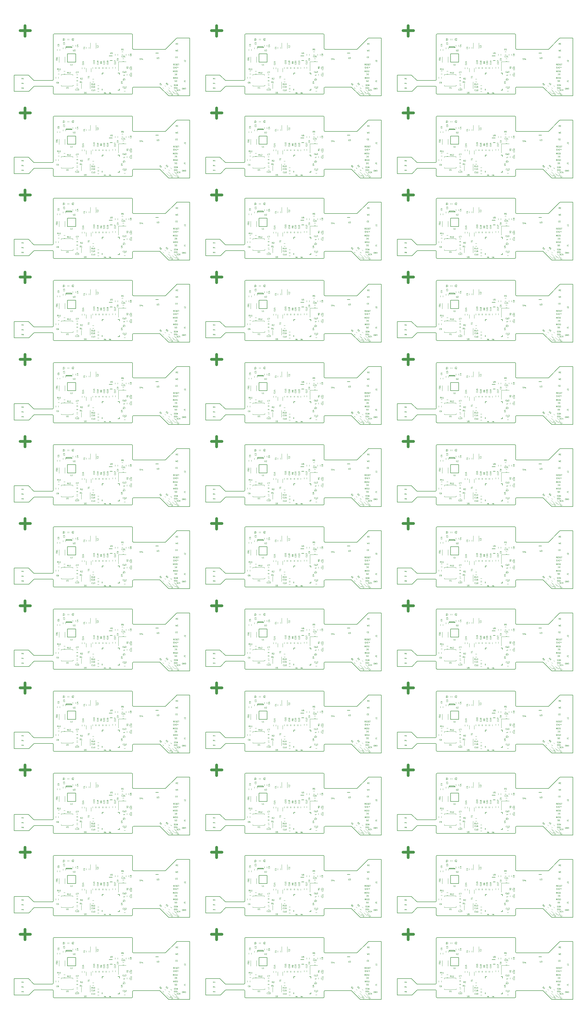
<source format=gbr>
G04 #@! TF.GenerationSoftware,KiCad,Pcbnew,(2017-07-13 revision e01eb2975)-makepkg*
G04 #@! TF.CreationDate,2017-08-29T12:18:44+02:00*
G04 #@! TF.ProjectId,panel,70616E656C2E6B696361645F70636200,rev?*
G04 #@! TF.SameCoordinates,Original
G04 #@! TF.FileFunction,Legend,Top*
G04 #@! TF.FilePolarity,Positive*
%FSLAX46Y46*%
G04 Gerber Fmt 4.6, Leading zero omitted, Abs format (unit mm)*
G04 Created by KiCad (PCBNEW (2017-07-13 revision e01eb2975)-makepkg) date 08/29/17 12:18:44*
%MOMM*%
%LPD*%
G01*
G04 APERTURE LIST*
%ADD10C,0.125000*%
%ADD11C,0.150000*%
%ADD12C,1.000000*%
%ADD13C,0.100000*%
%ADD14C,0.120000*%
%ADD15C,0.152400*%
%ADD16C,0.075000*%
G04 APERTURE END LIST*
D10*
X200734523Y-341376190D02*
X200853571Y-341876190D01*
X200948809Y-341519047D01*
X201044047Y-341876190D01*
X201163095Y-341376190D01*
X201353571Y-341614285D02*
X201520238Y-341614285D01*
X201591666Y-341876190D02*
X201353571Y-341876190D01*
X201353571Y-341376190D01*
X201591666Y-341376190D01*
X130734523Y-341376190D02*
X130853571Y-341876190D01*
X130948809Y-341519047D01*
X131044047Y-341876190D01*
X131163095Y-341376190D01*
X131353571Y-341614285D02*
X131520238Y-341614285D01*
X131591666Y-341876190D02*
X131353571Y-341876190D01*
X131353571Y-341376190D01*
X131591666Y-341376190D01*
X60734523Y-341376190D02*
X60853571Y-341876190D01*
X60948809Y-341519047D01*
X61044047Y-341876190D01*
X61163095Y-341376190D01*
X61353571Y-341614285D02*
X61520238Y-341614285D01*
X61591666Y-341876190D02*
X61353571Y-341876190D01*
X61353571Y-341376190D01*
X61591666Y-341376190D01*
X200734523Y-311376190D02*
X200853571Y-311876190D01*
X200948809Y-311519047D01*
X201044047Y-311876190D01*
X201163095Y-311376190D01*
X201353571Y-311614285D02*
X201520238Y-311614285D01*
X201591666Y-311876190D02*
X201353571Y-311876190D01*
X201353571Y-311376190D01*
X201591666Y-311376190D01*
X130734523Y-311376190D02*
X130853571Y-311876190D01*
X130948809Y-311519047D01*
X131044047Y-311876190D01*
X131163095Y-311376190D01*
X131353571Y-311614285D02*
X131520238Y-311614285D01*
X131591666Y-311876190D02*
X131353571Y-311876190D01*
X131353571Y-311376190D01*
X131591666Y-311376190D01*
X60734523Y-311376190D02*
X60853571Y-311876190D01*
X60948809Y-311519047D01*
X61044047Y-311876190D01*
X61163095Y-311376190D01*
X61353571Y-311614285D02*
X61520238Y-311614285D01*
X61591666Y-311876190D02*
X61353571Y-311876190D01*
X61353571Y-311376190D01*
X61591666Y-311376190D01*
X200734523Y-281376190D02*
X200853571Y-281876190D01*
X200948809Y-281519047D01*
X201044047Y-281876190D01*
X201163095Y-281376190D01*
X201353571Y-281614285D02*
X201520238Y-281614285D01*
X201591666Y-281876190D02*
X201353571Y-281876190D01*
X201353571Y-281376190D01*
X201591666Y-281376190D01*
X130734523Y-281376190D02*
X130853571Y-281876190D01*
X130948809Y-281519047D01*
X131044047Y-281876190D01*
X131163095Y-281376190D01*
X131353571Y-281614285D02*
X131520238Y-281614285D01*
X131591666Y-281876190D02*
X131353571Y-281876190D01*
X131353571Y-281376190D01*
X131591666Y-281376190D01*
X60734523Y-281376190D02*
X60853571Y-281876190D01*
X60948809Y-281519047D01*
X61044047Y-281876190D01*
X61163095Y-281376190D01*
X61353571Y-281614285D02*
X61520238Y-281614285D01*
X61591666Y-281876190D02*
X61353571Y-281876190D01*
X61353571Y-281376190D01*
X61591666Y-281376190D01*
X200734523Y-251376190D02*
X200853571Y-251876190D01*
X200948809Y-251519047D01*
X201044047Y-251876190D01*
X201163095Y-251376190D01*
X201353571Y-251614285D02*
X201520238Y-251614285D01*
X201591666Y-251876190D02*
X201353571Y-251876190D01*
X201353571Y-251376190D01*
X201591666Y-251376190D01*
X130734523Y-251376190D02*
X130853571Y-251876190D01*
X130948809Y-251519047D01*
X131044047Y-251876190D01*
X131163095Y-251376190D01*
X131353571Y-251614285D02*
X131520238Y-251614285D01*
X131591666Y-251876190D02*
X131353571Y-251876190D01*
X131353571Y-251376190D01*
X131591666Y-251376190D01*
X60734523Y-251376190D02*
X60853571Y-251876190D01*
X60948809Y-251519047D01*
X61044047Y-251876190D01*
X61163095Y-251376190D01*
X61353571Y-251614285D02*
X61520238Y-251614285D01*
X61591666Y-251876190D02*
X61353571Y-251876190D01*
X61353571Y-251376190D01*
X61591666Y-251376190D01*
X200734523Y-221376190D02*
X200853571Y-221876190D01*
X200948809Y-221519047D01*
X201044047Y-221876190D01*
X201163095Y-221376190D01*
X201353571Y-221614285D02*
X201520238Y-221614285D01*
X201591666Y-221876190D02*
X201353571Y-221876190D01*
X201353571Y-221376190D01*
X201591666Y-221376190D01*
X130734523Y-221376190D02*
X130853571Y-221876190D01*
X130948809Y-221519047D01*
X131044047Y-221876190D01*
X131163095Y-221376190D01*
X131353571Y-221614285D02*
X131520238Y-221614285D01*
X131591666Y-221876190D02*
X131353571Y-221876190D01*
X131353571Y-221376190D01*
X131591666Y-221376190D01*
X60734523Y-221376190D02*
X60853571Y-221876190D01*
X60948809Y-221519047D01*
X61044047Y-221876190D01*
X61163095Y-221376190D01*
X61353571Y-221614285D02*
X61520238Y-221614285D01*
X61591666Y-221876190D02*
X61353571Y-221876190D01*
X61353571Y-221376190D01*
X61591666Y-221376190D01*
X200734523Y-191376190D02*
X200853571Y-191876190D01*
X200948809Y-191519047D01*
X201044047Y-191876190D01*
X201163095Y-191376190D01*
X201353571Y-191614285D02*
X201520238Y-191614285D01*
X201591666Y-191876190D02*
X201353571Y-191876190D01*
X201353571Y-191376190D01*
X201591666Y-191376190D01*
X130734523Y-191376190D02*
X130853571Y-191876190D01*
X130948809Y-191519047D01*
X131044047Y-191876190D01*
X131163095Y-191376190D01*
X131353571Y-191614285D02*
X131520238Y-191614285D01*
X131591666Y-191876190D02*
X131353571Y-191876190D01*
X131353571Y-191376190D01*
X131591666Y-191376190D01*
X60734523Y-191376190D02*
X60853571Y-191876190D01*
X60948809Y-191519047D01*
X61044047Y-191876190D01*
X61163095Y-191376190D01*
X61353571Y-191614285D02*
X61520238Y-191614285D01*
X61591666Y-191876190D02*
X61353571Y-191876190D01*
X61353571Y-191376190D01*
X61591666Y-191376190D01*
X200734523Y-161376190D02*
X200853571Y-161876190D01*
X200948809Y-161519047D01*
X201044047Y-161876190D01*
X201163095Y-161376190D01*
X201353571Y-161614285D02*
X201520238Y-161614285D01*
X201591666Y-161876190D02*
X201353571Y-161876190D01*
X201353571Y-161376190D01*
X201591666Y-161376190D01*
X130734523Y-161376190D02*
X130853571Y-161876190D01*
X130948809Y-161519047D01*
X131044047Y-161876190D01*
X131163095Y-161376190D01*
X131353571Y-161614285D02*
X131520238Y-161614285D01*
X131591666Y-161876190D02*
X131353571Y-161876190D01*
X131353571Y-161376190D01*
X131591666Y-161376190D01*
X60734523Y-161376190D02*
X60853571Y-161876190D01*
X60948809Y-161519047D01*
X61044047Y-161876190D01*
X61163095Y-161376190D01*
X61353571Y-161614285D02*
X61520238Y-161614285D01*
X61591666Y-161876190D02*
X61353571Y-161876190D01*
X61353571Y-161376190D01*
X61591666Y-161376190D01*
X200734523Y-131376190D02*
X200853571Y-131876190D01*
X200948809Y-131519047D01*
X201044047Y-131876190D01*
X201163095Y-131376190D01*
X201353571Y-131614285D02*
X201520238Y-131614285D01*
X201591666Y-131876190D02*
X201353571Y-131876190D01*
X201353571Y-131376190D01*
X201591666Y-131376190D01*
X130734523Y-131376190D02*
X130853571Y-131876190D01*
X130948809Y-131519047D01*
X131044047Y-131876190D01*
X131163095Y-131376190D01*
X131353571Y-131614285D02*
X131520238Y-131614285D01*
X131591666Y-131876190D02*
X131353571Y-131876190D01*
X131353571Y-131376190D01*
X131591666Y-131376190D01*
X60734523Y-131376190D02*
X60853571Y-131876190D01*
X60948809Y-131519047D01*
X61044047Y-131876190D01*
X61163095Y-131376190D01*
X61353571Y-131614285D02*
X61520238Y-131614285D01*
X61591666Y-131876190D02*
X61353571Y-131876190D01*
X61353571Y-131376190D01*
X61591666Y-131376190D01*
X200734523Y-101376190D02*
X200853571Y-101876190D01*
X200948809Y-101519047D01*
X201044047Y-101876190D01*
X201163095Y-101376190D01*
X201353571Y-101614285D02*
X201520238Y-101614285D01*
X201591666Y-101876190D02*
X201353571Y-101876190D01*
X201353571Y-101376190D01*
X201591666Y-101376190D01*
X130734523Y-101376190D02*
X130853571Y-101876190D01*
X130948809Y-101519047D01*
X131044047Y-101876190D01*
X131163095Y-101376190D01*
X131353571Y-101614285D02*
X131520238Y-101614285D01*
X131591666Y-101876190D02*
X131353571Y-101876190D01*
X131353571Y-101376190D01*
X131591666Y-101376190D01*
X60734523Y-101376190D02*
X60853571Y-101876190D01*
X60948809Y-101519047D01*
X61044047Y-101876190D01*
X61163095Y-101376190D01*
X61353571Y-101614285D02*
X61520238Y-101614285D01*
X61591666Y-101876190D02*
X61353571Y-101876190D01*
X61353571Y-101376190D01*
X61591666Y-101376190D01*
X200734523Y-71376190D02*
X200853571Y-71876190D01*
X200948809Y-71519047D01*
X201044047Y-71876190D01*
X201163095Y-71376190D01*
X201353571Y-71614285D02*
X201520238Y-71614285D01*
X201591666Y-71876190D02*
X201353571Y-71876190D01*
X201353571Y-71376190D01*
X201591666Y-71376190D01*
X130734523Y-71376190D02*
X130853571Y-71876190D01*
X130948809Y-71519047D01*
X131044047Y-71876190D01*
X131163095Y-71376190D01*
X131353571Y-71614285D02*
X131520238Y-71614285D01*
X131591666Y-71876190D02*
X131353571Y-71876190D01*
X131353571Y-71376190D01*
X131591666Y-71376190D01*
X60734523Y-71376190D02*
X60853571Y-71876190D01*
X60948809Y-71519047D01*
X61044047Y-71876190D01*
X61163095Y-71376190D01*
X61353571Y-71614285D02*
X61520238Y-71614285D01*
X61591666Y-71876190D02*
X61353571Y-71876190D01*
X61353571Y-71376190D01*
X61591666Y-71376190D01*
X200734523Y-41376190D02*
X200853571Y-41876190D01*
X200948809Y-41519047D01*
X201044047Y-41876190D01*
X201163095Y-41376190D01*
X201353571Y-41614285D02*
X201520238Y-41614285D01*
X201591666Y-41876190D02*
X201353571Y-41876190D01*
X201353571Y-41376190D01*
X201591666Y-41376190D01*
X130734523Y-41376190D02*
X130853571Y-41876190D01*
X130948809Y-41519047D01*
X131044047Y-41876190D01*
X131163095Y-41376190D01*
X131353571Y-41614285D02*
X131520238Y-41614285D01*
X131591666Y-41876190D02*
X131353571Y-41876190D01*
X131353571Y-41376190D01*
X131591666Y-41376190D01*
X60734523Y-41376190D02*
X60853571Y-41876190D01*
X60948809Y-41519047D01*
X61044047Y-41876190D01*
X61163095Y-41376190D01*
X61353571Y-41614285D02*
X61520238Y-41614285D01*
X61591666Y-41876190D02*
X61353571Y-41876190D01*
X61353571Y-41376190D01*
X61591666Y-41376190D01*
X200734523Y-11376190D02*
X200853571Y-11876190D01*
X200948809Y-11519047D01*
X201044047Y-11876190D01*
X201163095Y-11376190D01*
X201353571Y-11614285D02*
X201520238Y-11614285D01*
X201591666Y-11876190D02*
X201353571Y-11876190D01*
X201353571Y-11376190D01*
X201591666Y-11376190D01*
X130734523Y-11376190D02*
X130853571Y-11876190D01*
X130948809Y-11519047D01*
X131044047Y-11876190D01*
X131163095Y-11376190D01*
X131353571Y-11614285D02*
X131520238Y-11614285D01*
X131591666Y-11876190D02*
X131353571Y-11876190D01*
X131353571Y-11376190D01*
X131591666Y-11376190D01*
X200173809Y-346976190D02*
X200007142Y-346738095D01*
X199888095Y-346976190D02*
X199888095Y-346476190D01*
X200078571Y-346476190D01*
X200126190Y-346500000D01*
X200150000Y-346523809D01*
X200173809Y-346571428D01*
X200173809Y-346642857D01*
X200150000Y-346690476D01*
X200126190Y-346714285D01*
X200078571Y-346738095D01*
X199888095Y-346738095D01*
X200388095Y-346714285D02*
X200554761Y-346714285D01*
X200626190Y-346976190D02*
X200388095Y-346976190D01*
X200388095Y-346476190D01*
X200626190Y-346476190D01*
X200816666Y-346952380D02*
X200888095Y-346976190D01*
X201007142Y-346976190D01*
X201054761Y-346952380D01*
X201078571Y-346928571D01*
X201102380Y-346880952D01*
X201102380Y-346833333D01*
X201078571Y-346785714D01*
X201054761Y-346761904D01*
X201007142Y-346738095D01*
X200911904Y-346714285D01*
X200864285Y-346690476D01*
X200840476Y-346666666D01*
X200816666Y-346619047D01*
X200816666Y-346571428D01*
X200840476Y-346523809D01*
X200864285Y-346500000D01*
X200911904Y-346476190D01*
X201030952Y-346476190D01*
X201102380Y-346500000D01*
X201316666Y-346714285D02*
X201483333Y-346714285D01*
X201554761Y-346976190D02*
X201316666Y-346976190D01*
X201316666Y-346476190D01*
X201554761Y-346476190D01*
X201697619Y-346476190D02*
X201983333Y-346476190D01*
X201840476Y-346976190D02*
X201840476Y-346476190D01*
X130173809Y-346976190D02*
X130007142Y-346738095D01*
X129888095Y-346976190D02*
X129888095Y-346476190D01*
X130078571Y-346476190D01*
X130126190Y-346500000D01*
X130150000Y-346523809D01*
X130173809Y-346571428D01*
X130173809Y-346642857D01*
X130150000Y-346690476D01*
X130126190Y-346714285D01*
X130078571Y-346738095D01*
X129888095Y-346738095D01*
X130388095Y-346714285D02*
X130554761Y-346714285D01*
X130626190Y-346976190D02*
X130388095Y-346976190D01*
X130388095Y-346476190D01*
X130626190Y-346476190D01*
X130816666Y-346952380D02*
X130888095Y-346976190D01*
X131007142Y-346976190D01*
X131054761Y-346952380D01*
X131078571Y-346928571D01*
X131102380Y-346880952D01*
X131102380Y-346833333D01*
X131078571Y-346785714D01*
X131054761Y-346761904D01*
X131007142Y-346738095D01*
X130911904Y-346714285D01*
X130864285Y-346690476D01*
X130840476Y-346666666D01*
X130816666Y-346619047D01*
X130816666Y-346571428D01*
X130840476Y-346523809D01*
X130864285Y-346500000D01*
X130911904Y-346476190D01*
X131030952Y-346476190D01*
X131102380Y-346500000D01*
X131316666Y-346714285D02*
X131483333Y-346714285D01*
X131554761Y-346976190D02*
X131316666Y-346976190D01*
X131316666Y-346476190D01*
X131554761Y-346476190D01*
X131697619Y-346476190D02*
X131983333Y-346476190D01*
X131840476Y-346976190D02*
X131840476Y-346476190D01*
X60173809Y-346976190D02*
X60007142Y-346738095D01*
X59888095Y-346976190D02*
X59888095Y-346476190D01*
X60078571Y-346476190D01*
X60126190Y-346500000D01*
X60150000Y-346523809D01*
X60173809Y-346571428D01*
X60173809Y-346642857D01*
X60150000Y-346690476D01*
X60126190Y-346714285D01*
X60078571Y-346738095D01*
X59888095Y-346738095D01*
X60388095Y-346714285D02*
X60554761Y-346714285D01*
X60626190Y-346976190D02*
X60388095Y-346976190D01*
X60388095Y-346476190D01*
X60626190Y-346476190D01*
X60816666Y-346952380D02*
X60888095Y-346976190D01*
X61007142Y-346976190D01*
X61054761Y-346952380D01*
X61078571Y-346928571D01*
X61102380Y-346880952D01*
X61102380Y-346833333D01*
X61078571Y-346785714D01*
X61054761Y-346761904D01*
X61007142Y-346738095D01*
X60911904Y-346714285D01*
X60864285Y-346690476D01*
X60840476Y-346666666D01*
X60816666Y-346619047D01*
X60816666Y-346571428D01*
X60840476Y-346523809D01*
X60864285Y-346500000D01*
X60911904Y-346476190D01*
X61030952Y-346476190D01*
X61102380Y-346500000D01*
X61316666Y-346714285D02*
X61483333Y-346714285D01*
X61554761Y-346976190D02*
X61316666Y-346976190D01*
X61316666Y-346476190D01*
X61554761Y-346476190D01*
X61697619Y-346476190D02*
X61983333Y-346476190D01*
X61840476Y-346976190D02*
X61840476Y-346476190D01*
X200173809Y-316976190D02*
X200007142Y-316738095D01*
X199888095Y-316976190D02*
X199888095Y-316476190D01*
X200078571Y-316476190D01*
X200126190Y-316500000D01*
X200150000Y-316523809D01*
X200173809Y-316571428D01*
X200173809Y-316642857D01*
X200150000Y-316690476D01*
X200126190Y-316714285D01*
X200078571Y-316738095D01*
X199888095Y-316738095D01*
X200388095Y-316714285D02*
X200554761Y-316714285D01*
X200626190Y-316976190D02*
X200388095Y-316976190D01*
X200388095Y-316476190D01*
X200626190Y-316476190D01*
X200816666Y-316952380D02*
X200888095Y-316976190D01*
X201007142Y-316976190D01*
X201054761Y-316952380D01*
X201078571Y-316928571D01*
X201102380Y-316880952D01*
X201102380Y-316833333D01*
X201078571Y-316785714D01*
X201054761Y-316761904D01*
X201007142Y-316738095D01*
X200911904Y-316714285D01*
X200864285Y-316690476D01*
X200840476Y-316666666D01*
X200816666Y-316619047D01*
X200816666Y-316571428D01*
X200840476Y-316523809D01*
X200864285Y-316500000D01*
X200911904Y-316476190D01*
X201030952Y-316476190D01*
X201102380Y-316500000D01*
X201316666Y-316714285D02*
X201483333Y-316714285D01*
X201554761Y-316976190D02*
X201316666Y-316976190D01*
X201316666Y-316476190D01*
X201554761Y-316476190D01*
X201697619Y-316476190D02*
X201983333Y-316476190D01*
X201840476Y-316976190D02*
X201840476Y-316476190D01*
X130173809Y-316976190D02*
X130007142Y-316738095D01*
X129888095Y-316976190D02*
X129888095Y-316476190D01*
X130078571Y-316476190D01*
X130126190Y-316500000D01*
X130150000Y-316523809D01*
X130173809Y-316571428D01*
X130173809Y-316642857D01*
X130150000Y-316690476D01*
X130126190Y-316714285D01*
X130078571Y-316738095D01*
X129888095Y-316738095D01*
X130388095Y-316714285D02*
X130554761Y-316714285D01*
X130626190Y-316976190D02*
X130388095Y-316976190D01*
X130388095Y-316476190D01*
X130626190Y-316476190D01*
X130816666Y-316952380D02*
X130888095Y-316976190D01*
X131007142Y-316976190D01*
X131054761Y-316952380D01*
X131078571Y-316928571D01*
X131102380Y-316880952D01*
X131102380Y-316833333D01*
X131078571Y-316785714D01*
X131054761Y-316761904D01*
X131007142Y-316738095D01*
X130911904Y-316714285D01*
X130864285Y-316690476D01*
X130840476Y-316666666D01*
X130816666Y-316619047D01*
X130816666Y-316571428D01*
X130840476Y-316523809D01*
X130864285Y-316500000D01*
X130911904Y-316476190D01*
X131030952Y-316476190D01*
X131102380Y-316500000D01*
X131316666Y-316714285D02*
X131483333Y-316714285D01*
X131554761Y-316976190D02*
X131316666Y-316976190D01*
X131316666Y-316476190D01*
X131554761Y-316476190D01*
X131697619Y-316476190D02*
X131983333Y-316476190D01*
X131840476Y-316976190D02*
X131840476Y-316476190D01*
X60173809Y-316976190D02*
X60007142Y-316738095D01*
X59888095Y-316976190D02*
X59888095Y-316476190D01*
X60078571Y-316476190D01*
X60126190Y-316500000D01*
X60150000Y-316523809D01*
X60173809Y-316571428D01*
X60173809Y-316642857D01*
X60150000Y-316690476D01*
X60126190Y-316714285D01*
X60078571Y-316738095D01*
X59888095Y-316738095D01*
X60388095Y-316714285D02*
X60554761Y-316714285D01*
X60626190Y-316976190D02*
X60388095Y-316976190D01*
X60388095Y-316476190D01*
X60626190Y-316476190D01*
X60816666Y-316952380D02*
X60888095Y-316976190D01*
X61007142Y-316976190D01*
X61054761Y-316952380D01*
X61078571Y-316928571D01*
X61102380Y-316880952D01*
X61102380Y-316833333D01*
X61078571Y-316785714D01*
X61054761Y-316761904D01*
X61007142Y-316738095D01*
X60911904Y-316714285D01*
X60864285Y-316690476D01*
X60840476Y-316666666D01*
X60816666Y-316619047D01*
X60816666Y-316571428D01*
X60840476Y-316523809D01*
X60864285Y-316500000D01*
X60911904Y-316476190D01*
X61030952Y-316476190D01*
X61102380Y-316500000D01*
X61316666Y-316714285D02*
X61483333Y-316714285D01*
X61554761Y-316976190D02*
X61316666Y-316976190D01*
X61316666Y-316476190D01*
X61554761Y-316476190D01*
X61697619Y-316476190D02*
X61983333Y-316476190D01*
X61840476Y-316976190D02*
X61840476Y-316476190D01*
X200173809Y-286976190D02*
X200007142Y-286738095D01*
X199888095Y-286976190D02*
X199888095Y-286476190D01*
X200078571Y-286476190D01*
X200126190Y-286500000D01*
X200150000Y-286523809D01*
X200173809Y-286571428D01*
X200173809Y-286642857D01*
X200150000Y-286690476D01*
X200126190Y-286714285D01*
X200078571Y-286738095D01*
X199888095Y-286738095D01*
X200388095Y-286714285D02*
X200554761Y-286714285D01*
X200626190Y-286976190D02*
X200388095Y-286976190D01*
X200388095Y-286476190D01*
X200626190Y-286476190D01*
X200816666Y-286952380D02*
X200888095Y-286976190D01*
X201007142Y-286976190D01*
X201054761Y-286952380D01*
X201078571Y-286928571D01*
X201102380Y-286880952D01*
X201102380Y-286833333D01*
X201078571Y-286785714D01*
X201054761Y-286761904D01*
X201007142Y-286738095D01*
X200911904Y-286714285D01*
X200864285Y-286690476D01*
X200840476Y-286666666D01*
X200816666Y-286619047D01*
X200816666Y-286571428D01*
X200840476Y-286523809D01*
X200864285Y-286500000D01*
X200911904Y-286476190D01*
X201030952Y-286476190D01*
X201102380Y-286500000D01*
X201316666Y-286714285D02*
X201483333Y-286714285D01*
X201554761Y-286976190D02*
X201316666Y-286976190D01*
X201316666Y-286476190D01*
X201554761Y-286476190D01*
X201697619Y-286476190D02*
X201983333Y-286476190D01*
X201840476Y-286976190D02*
X201840476Y-286476190D01*
X130173809Y-286976190D02*
X130007142Y-286738095D01*
X129888095Y-286976190D02*
X129888095Y-286476190D01*
X130078571Y-286476190D01*
X130126190Y-286500000D01*
X130150000Y-286523809D01*
X130173809Y-286571428D01*
X130173809Y-286642857D01*
X130150000Y-286690476D01*
X130126190Y-286714285D01*
X130078571Y-286738095D01*
X129888095Y-286738095D01*
X130388095Y-286714285D02*
X130554761Y-286714285D01*
X130626190Y-286976190D02*
X130388095Y-286976190D01*
X130388095Y-286476190D01*
X130626190Y-286476190D01*
X130816666Y-286952380D02*
X130888095Y-286976190D01*
X131007142Y-286976190D01*
X131054761Y-286952380D01*
X131078571Y-286928571D01*
X131102380Y-286880952D01*
X131102380Y-286833333D01*
X131078571Y-286785714D01*
X131054761Y-286761904D01*
X131007142Y-286738095D01*
X130911904Y-286714285D01*
X130864285Y-286690476D01*
X130840476Y-286666666D01*
X130816666Y-286619047D01*
X130816666Y-286571428D01*
X130840476Y-286523809D01*
X130864285Y-286500000D01*
X130911904Y-286476190D01*
X131030952Y-286476190D01*
X131102380Y-286500000D01*
X131316666Y-286714285D02*
X131483333Y-286714285D01*
X131554761Y-286976190D02*
X131316666Y-286976190D01*
X131316666Y-286476190D01*
X131554761Y-286476190D01*
X131697619Y-286476190D02*
X131983333Y-286476190D01*
X131840476Y-286976190D02*
X131840476Y-286476190D01*
X60173809Y-286976190D02*
X60007142Y-286738095D01*
X59888095Y-286976190D02*
X59888095Y-286476190D01*
X60078571Y-286476190D01*
X60126190Y-286500000D01*
X60150000Y-286523809D01*
X60173809Y-286571428D01*
X60173809Y-286642857D01*
X60150000Y-286690476D01*
X60126190Y-286714285D01*
X60078571Y-286738095D01*
X59888095Y-286738095D01*
X60388095Y-286714285D02*
X60554761Y-286714285D01*
X60626190Y-286976190D02*
X60388095Y-286976190D01*
X60388095Y-286476190D01*
X60626190Y-286476190D01*
X60816666Y-286952380D02*
X60888095Y-286976190D01*
X61007142Y-286976190D01*
X61054761Y-286952380D01*
X61078571Y-286928571D01*
X61102380Y-286880952D01*
X61102380Y-286833333D01*
X61078571Y-286785714D01*
X61054761Y-286761904D01*
X61007142Y-286738095D01*
X60911904Y-286714285D01*
X60864285Y-286690476D01*
X60840476Y-286666666D01*
X60816666Y-286619047D01*
X60816666Y-286571428D01*
X60840476Y-286523809D01*
X60864285Y-286500000D01*
X60911904Y-286476190D01*
X61030952Y-286476190D01*
X61102380Y-286500000D01*
X61316666Y-286714285D02*
X61483333Y-286714285D01*
X61554761Y-286976190D02*
X61316666Y-286976190D01*
X61316666Y-286476190D01*
X61554761Y-286476190D01*
X61697619Y-286476190D02*
X61983333Y-286476190D01*
X61840476Y-286976190D02*
X61840476Y-286476190D01*
X200173809Y-256976190D02*
X200007142Y-256738095D01*
X199888095Y-256976190D02*
X199888095Y-256476190D01*
X200078571Y-256476190D01*
X200126190Y-256500000D01*
X200150000Y-256523809D01*
X200173809Y-256571428D01*
X200173809Y-256642857D01*
X200150000Y-256690476D01*
X200126190Y-256714285D01*
X200078571Y-256738095D01*
X199888095Y-256738095D01*
X200388095Y-256714285D02*
X200554761Y-256714285D01*
X200626190Y-256976190D02*
X200388095Y-256976190D01*
X200388095Y-256476190D01*
X200626190Y-256476190D01*
X200816666Y-256952380D02*
X200888095Y-256976190D01*
X201007142Y-256976190D01*
X201054761Y-256952380D01*
X201078571Y-256928571D01*
X201102380Y-256880952D01*
X201102380Y-256833333D01*
X201078571Y-256785714D01*
X201054761Y-256761904D01*
X201007142Y-256738095D01*
X200911904Y-256714285D01*
X200864285Y-256690476D01*
X200840476Y-256666666D01*
X200816666Y-256619047D01*
X200816666Y-256571428D01*
X200840476Y-256523809D01*
X200864285Y-256500000D01*
X200911904Y-256476190D01*
X201030952Y-256476190D01*
X201102380Y-256500000D01*
X201316666Y-256714285D02*
X201483333Y-256714285D01*
X201554761Y-256976190D02*
X201316666Y-256976190D01*
X201316666Y-256476190D01*
X201554761Y-256476190D01*
X201697619Y-256476190D02*
X201983333Y-256476190D01*
X201840476Y-256976190D02*
X201840476Y-256476190D01*
X130173809Y-256976190D02*
X130007142Y-256738095D01*
X129888095Y-256976190D02*
X129888095Y-256476190D01*
X130078571Y-256476190D01*
X130126190Y-256500000D01*
X130150000Y-256523809D01*
X130173809Y-256571428D01*
X130173809Y-256642857D01*
X130150000Y-256690476D01*
X130126190Y-256714285D01*
X130078571Y-256738095D01*
X129888095Y-256738095D01*
X130388095Y-256714285D02*
X130554761Y-256714285D01*
X130626190Y-256976190D02*
X130388095Y-256976190D01*
X130388095Y-256476190D01*
X130626190Y-256476190D01*
X130816666Y-256952380D02*
X130888095Y-256976190D01*
X131007142Y-256976190D01*
X131054761Y-256952380D01*
X131078571Y-256928571D01*
X131102380Y-256880952D01*
X131102380Y-256833333D01*
X131078571Y-256785714D01*
X131054761Y-256761904D01*
X131007142Y-256738095D01*
X130911904Y-256714285D01*
X130864285Y-256690476D01*
X130840476Y-256666666D01*
X130816666Y-256619047D01*
X130816666Y-256571428D01*
X130840476Y-256523809D01*
X130864285Y-256500000D01*
X130911904Y-256476190D01*
X131030952Y-256476190D01*
X131102380Y-256500000D01*
X131316666Y-256714285D02*
X131483333Y-256714285D01*
X131554761Y-256976190D02*
X131316666Y-256976190D01*
X131316666Y-256476190D01*
X131554761Y-256476190D01*
X131697619Y-256476190D02*
X131983333Y-256476190D01*
X131840476Y-256976190D02*
X131840476Y-256476190D01*
X60173809Y-256976190D02*
X60007142Y-256738095D01*
X59888095Y-256976190D02*
X59888095Y-256476190D01*
X60078571Y-256476190D01*
X60126190Y-256500000D01*
X60150000Y-256523809D01*
X60173809Y-256571428D01*
X60173809Y-256642857D01*
X60150000Y-256690476D01*
X60126190Y-256714285D01*
X60078571Y-256738095D01*
X59888095Y-256738095D01*
X60388095Y-256714285D02*
X60554761Y-256714285D01*
X60626190Y-256976190D02*
X60388095Y-256976190D01*
X60388095Y-256476190D01*
X60626190Y-256476190D01*
X60816666Y-256952380D02*
X60888095Y-256976190D01*
X61007142Y-256976190D01*
X61054761Y-256952380D01*
X61078571Y-256928571D01*
X61102380Y-256880952D01*
X61102380Y-256833333D01*
X61078571Y-256785714D01*
X61054761Y-256761904D01*
X61007142Y-256738095D01*
X60911904Y-256714285D01*
X60864285Y-256690476D01*
X60840476Y-256666666D01*
X60816666Y-256619047D01*
X60816666Y-256571428D01*
X60840476Y-256523809D01*
X60864285Y-256500000D01*
X60911904Y-256476190D01*
X61030952Y-256476190D01*
X61102380Y-256500000D01*
X61316666Y-256714285D02*
X61483333Y-256714285D01*
X61554761Y-256976190D02*
X61316666Y-256976190D01*
X61316666Y-256476190D01*
X61554761Y-256476190D01*
X61697619Y-256476190D02*
X61983333Y-256476190D01*
X61840476Y-256976190D02*
X61840476Y-256476190D01*
X200173809Y-226976190D02*
X200007142Y-226738095D01*
X199888095Y-226976190D02*
X199888095Y-226476190D01*
X200078571Y-226476190D01*
X200126190Y-226500000D01*
X200150000Y-226523809D01*
X200173809Y-226571428D01*
X200173809Y-226642857D01*
X200150000Y-226690476D01*
X200126190Y-226714285D01*
X200078571Y-226738095D01*
X199888095Y-226738095D01*
X200388095Y-226714285D02*
X200554761Y-226714285D01*
X200626190Y-226976190D02*
X200388095Y-226976190D01*
X200388095Y-226476190D01*
X200626190Y-226476190D01*
X200816666Y-226952380D02*
X200888095Y-226976190D01*
X201007142Y-226976190D01*
X201054761Y-226952380D01*
X201078571Y-226928571D01*
X201102380Y-226880952D01*
X201102380Y-226833333D01*
X201078571Y-226785714D01*
X201054761Y-226761904D01*
X201007142Y-226738095D01*
X200911904Y-226714285D01*
X200864285Y-226690476D01*
X200840476Y-226666666D01*
X200816666Y-226619047D01*
X200816666Y-226571428D01*
X200840476Y-226523809D01*
X200864285Y-226500000D01*
X200911904Y-226476190D01*
X201030952Y-226476190D01*
X201102380Y-226500000D01*
X201316666Y-226714285D02*
X201483333Y-226714285D01*
X201554761Y-226976190D02*
X201316666Y-226976190D01*
X201316666Y-226476190D01*
X201554761Y-226476190D01*
X201697619Y-226476190D02*
X201983333Y-226476190D01*
X201840476Y-226976190D02*
X201840476Y-226476190D01*
X130173809Y-226976190D02*
X130007142Y-226738095D01*
X129888095Y-226976190D02*
X129888095Y-226476190D01*
X130078571Y-226476190D01*
X130126190Y-226500000D01*
X130150000Y-226523809D01*
X130173809Y-226571428D01*
X130173809Y-226642857D01*
X130150000Y-226690476D01*
X130126190Y-226714285D01*
X130078571Y-226738095D01*
X129888095Y-226738095D01*
X130388095Y-226714285D02*
X130554761Y-226714285D01*
X130626190Y-226976190D02*
X130388095Y-226976190D01*
X130388095Y-226476190D01*
X130626190Y-226476190D01*
X130816666Y-226952380D02*
X130888095Y-226976190D01*
X131007142Y-226976190D01*
X131054761Y-226952380D01*
X131078571Y-226928571D01*
X131102380Y-226880952D01*
X131102380Y-226833333D01*
X131078571Y-226785714D01*
X131054761Y-226761904D01*
X131007142Y-226738095D01*
X130911904Y-226714285D01*
X130864285Y-226690476D01*
X130840476Y-226666666D01*
X130816666Y-226619047D01*
X130816666Y-226571428D01*
X130840476Y-226523809D01*
X130864285Y-226500000D01*
X130911904Y-226476190D01*
X131030952Y-226476190D01*
X131102380Y-226500000D01*
X131316666Y-226714285D02*
X131483333Y-226714285D01*
X131554761Y-226976190D02*
X131316666Y-226976190D01*
X131316666Y-226476190D01*
X131554761Y-226476190D01*
X131697619Y-226476190D02*
X131983333Y-226476190D01*
X131840476Y-226976190D02*
X131840476Y-226476190D01*
X60173809Y-226976190D02*
X60007142Y-226738095D01*
X59888095Y-226976190D02*
X59888095Y-226476190D01*
X60078571Y-226476190D01*
X60126190Y-226500000D01*
X60150000Y-226523809D01*
X60173809Y-226571428D01*
X60173809Y-226642857D01*
X60150000Y-226690476D01*
X60126190Y-226714285D01*
X60078571Y-226738095D01*
X59888095Y-226738095D01*
X60388095Y-226714285D02*
X60554761Y-226714285D01*
X60626190Y-226976190D02*
X60388095Y-226976190D01*
X60388095Y-226476190D01*
X60626190Y-226476190D01*
X60816666Y-226952380D02*
X60888095Y-226976190D01*
X61007142Y-226976190D01*
X61054761Y-226952380D01*
X61078571Y-226928571D01*
X61102380Y-226880952D01*
X61102380Y-226833333D01*
X61078571Y-226785714D01*
X61054761Y-226761904D01*
X61007142Y-226738095D01*
X60911904Y-226714285D01*
X60864285Y-226690476D01*
X60840476Y-226666666D01*
X60816666Y-226619047D01*
X60816666Y-226571428D01*
X60840476Y-226523809D01*
X60864285Y-226500000D01*
X60911904Y-226476190D01*
X61030952Y-226476190D01*
X61102380Y-226500000D01*
X61316666Y-226714285D02*
X61483333Y-226714285D01*
X61554761Y-226976190D02*
X61316666Y-226976190D01*
X61316666Y-226476190D01*
X61554761Y-226476190D01*
X61697619Y-226476190D02*
X61983333Y-226476190D01*
X61840476Y-226976190D02*
X61840476Y-226476190D01*
X200173809Y-196976190D02*
X200007142Y-196738095D01*
X199888095Y-196976190D02*
X199888095Y-196476190D01*
X200078571Y-196476190D01*
X200126190Y-196500000D01*
X200150000Y-196523809D01*
X200173809Y-196571428D01*
X200173809Y-196642857D01*
X200150000Y-196690476D01*
X200126190Y-196714285D01*
X200078571Y-196738095D01*
X199888095Y-196738095D01*
X200388095Y-196714285D02*
X200554761Y-196714285D01*
X200626190Y-196976190D02*
X200388095Y-196976190D01*
X200388095Y-196476190D01*
X200626190Y-196476190D01*
X200816666Y-196952380D02*
X200888095Y-196976190D01*
X201007142Y-196976190D01*
X201054761Y-196952380D01*
X201078571Y-196928571D01*
X201102380Y-196880952D01*
X201102380Y-196833333D01*
X201078571Y-196785714D01*
X201054761Y-196761904D01*
X201007142Y-196738095D01*
X200911904Y-196714285D01*
X200864285Y-196690476D01*
X200840476Y-196666666D01*
X200816666Y-196619047D01*
X200816666Y-196571428D01*
X200840476Y-196523809D01*
X200864285Y-196500000D01*
X200911904Y-196476190D01*
X201030952Y-196476190D01*
X201102380Y-196500000D01*
X201316666Y-196714285D02*
X201483333Y-196714285D01*
X201554761Y-196976190D02*
X201316666Y-196976190D01*
X201316666Y-196476190D01*
X201554761Y-196476190D01*
X201697619Y-196476190D02*
X201983333Y-196476190D01*
X201840476Y-196976190D02*
X201840476Y-196476190D01*
X130173809Y-196976190D02*
X130007142Y-196738095D01*
X129888095Y-196976190D02*
X129888095Y-196476190D01*
X130078571Y-196476190D01*
X130126190Y-196500000D01*
X130150000Y-196523809D01*
X130173809Y-196571428D01*
X130173809Y-196642857D01*
X130150000Y-196690476D01*
X130126190Y-196714285D01*
X130078571Y-196738095D01*
X129888095Y-196738095D01*
X130388095Y-196714285D02*
X130554761Y-196714285D01*
X130626190Y-196976190D02*
X130388095Y-196976190D01*
X130388095Y-196476190D01*
X130626190Y-196476190D01*
X130816666Y-196952380D02*
X130888095Y-196976190D01*
X131007142Y-196976190D01*
X131054761Y-196952380D01*
X131078571Y-196928571D01*
X131102380Y-196880952D01*
X131102380Y-196833333D01*
X131078571Y-196785714D01*
X131054761Y-196761904D01*
X131007142Y-196738095D01*
X130911904Y-196714285D01*
X130864285Y-196690476D01*
X130840476Y-196666666D01*
X130816666Y-196619047D01*
X130816666Y-196571428D01*
X130840476Y-196523809D01*
X130864285Y-196500000D01*
X130911904Y-196476190D01*
X131030952Y-196476190D01*
X131102380Y-196500000D01*
X131316666Y-196714285D02*
X131483333Y-196714285D01*
X131554761Y-196976190D02*
X131316666Y-196976190D01*
X131316666Y-196476190D01*
X131554761Y-196476190D01*
X131697619Y-196476190D02*
X131983333Y-196476190D01*
X131840476Y-196976190D02*
X131840476Y-196476190D01*
X60173809Y-196976190D02*
X60007142Y-196738095D01*
X59888095Y-196976190D02*
X59888095Y-196476190D01*
X60078571Y-196476190D01*
X60126190Y-196500000D01*
X60150000Y-196523809D01*
X60173809Y-196571428D01*
X60173809Y-196642857D01*
X60150000Y-196690476D01*
X60126190Y-196714285D01*
X60078571Y-196738095D01*
X59888095Y-196738095D01*
X60388095Y-196714285D02*
X60554761Y-196714285D01*
X60626190Y-196976190D02*
X60388095Y-196976190D01*
X60388095Y-196476190D01*
X60626190Y-196476190D01*
X60816666Y-196952380D02*
X60888095Y-196976190D01*
X61007142Y-196976190D01*
X61054761Y-196952380D01*
X61078571Y-196928571D01*
X61102380Y-196880952D01*
X61102380Y-196833333D01*
X61078571Y-196785714D01*
X61054761Y-196761904D01*
X61007142Y-196738095D01*
X60911904Y-196714285D01*
X60864285Y-196690476D01*
X60840476Y-196666666D01*
X60816666Y-196619047D01*
X60816666Y-196571428D01*
X60840476Y-196523809D01*
X60864285Y-196500000D01*
X60911904Y-196476190D01*
X61030952Y-196476190D01*
X61102380Y-196500000D01*
X61316666Y-196714285D02*
X61483333Y-196714285D01*
X61554761Y-196976190D02*
X61316666Y-196976190D01*
X61316666Y-196476190D01*
X61554761Y-196476190D01*
X61697619Y-196476190D02*
X61983333Y-196476190D01*
X61840476Y-196976190D02*
X61840476Y-196476190D01*
X200173809Y-166976190D02*
X200007142Y-166738095D01*
X199888095Y-166976190D02*
X199888095Y-166476190D01*
X200078571Y-166476190D01*
X200126190Y-166500000D01*
X200150000Y-166523809D01*
X200173809Y-166571428D01*
X200173809Y-166642857D01*
X200150000Y-166690476D01*
X200126190Y-166714285D01*
X200078571Y-166738095D01*
X199888095Y-166738095D01*
X200388095Y-166714285D02*
X200554761Y-166714285D01*
X200626190Y-166976190D02*
X200388095Y-166976190D01*
X200388095Y-166476190D01*
X200626190Y-166476190D01*
X200816666Y-166952380D02*
X200888095Y-166976190D01*
X201007142Y-166976190D01*
X201054761Y-166952380D01*
X201078571Y-166928571D01*
X201102380Y-166880952D01*
X201102380Y-166833333D01*
X201078571Y-166785714D01*
X201054761Y-166761904D01*
X201007142Y-166738095D01*
X200911904Y-166714285D01*
X200864285Y-166690476D01*
X200840476Y-166666666D01*
X200816666Y-166619047D01*
X200816666Y-166571428D01*
X200840476Y-166523809D01*
X200864285Y-166500000D01*
X200911904Y-166476190D01*
X201030952Y-166476190D01*
X201102380Y-166500000D01*
X201316666Y-166714285D02*
X201483333Y-166714285D01*
X201554761Y-166976190D02*
X201316666Y-166976190D01*
X201316666Y-166476190D01*
X201554761Y-166476190D01*
X201697619Y-166476190D02*
X201983333Y-166476190D01*
X201840476Y-166976190D02*
X201840476Y-166476190D01*
X130173809Y-166976190D02*
X130007142Y-166738095D01*
X129888095Y-166976190D02*
X129888095Y-166476190D01*
X130078571Y-166476190D01*
X130126190Y-166500000D01*
X130150000Y-166523809D01*
X130173809Y-166571428D01*
X130173809Y-166642857D01*
X130150000Y-166690476D01*
X130126190Y-166714285D01*
X130078571Y-166738095D01*
X129888095Y-166738095D01*
X130388095Y-166714285D02*
X130554761Y-166714285D01*
X130626190Y-166976190D02*
X130388095Y-166976190D01*
X130388095Y-166476190D01*
X130626190Y-166476190D01*
X130816666Y-166952380D02*
X130888095Y-166976190D01*
X131007142Y-166976190D01*
X131054761Y-166952380D01*
X131078571Y-166928571D01*
X131102380Y-166880952D01*
X131102380Y-166833333D01*
X131078571Y-166785714D01*
X131054761Y-166761904D01*
X131007142Y-166738095D01*
X130911904Y-166714285D01*
X130864285Y-166690476D01*
X130840476Y-166666666D01*
X130816666Y-166619047D01*
X130816666Y-166571428D01*
X130840476Y-166523809D01*
X130864285Y-166500000D01*
X130911904Y-166476190D01*
X131030952Y-166476190D01*
X131102380Y-166500000D01*
X131316666Y-166714285D02*
X131483333Y-166714285D01*
X131554761Y-166976190D02*
X131316666Y-166976190D01*
X131316666Y-166476190D01*
X131554761Y-166476190D01*
X131697619Y-166476190D02*
X131983333Y-166476190D01*
X131840476Y-166976190D02*
X131840476Y-166476190D01*
X60173809Y-166976190D02*
X60007142Y-166738095D01*
X59888095Y-166976190D02*
X59888095Y-166476190D01*
X60078571Y-166476190D01*
X60126190Y-166500000D01*
X60150000Y-166523809D01*
X60173809Y-166571428D01*
X60173809Y-166642857D01*
X60150000Y-166690476D01*
X60126190Y-166714285D01*
X60078571Y-166738095D01*
X59888095Y-166738095D01*
X60388095Y-166714285D02*
X60554761Y-166714285D01*
X60626190Y-166976190D02*
X60388095Y-166976190D01*
X60388095Y-166476190D01*
X60626190Y-166476190D01*
X60816666Y-166952380D02*
X60888095Y-166976190D01*
X61007142Y-166976190D01*
X61054761Y-166952380D01*
X61078571Y-166928571D01*
X61102380Y-166880952D01*
X61102380Y-166833333D01*
X61078571Y-166785714D01*
X61054761Y-166761904D01*
X61007142Y-166738095D01*
X60911904Y-166714285D01*
X60864285Y-166690476D01*
X60840476Y-166666666D01*
X60816666Y-166619047D01*
X60816666Y-166571428D01*
X60840476Y-166523809D01*
X60864285Y-166500000D01*
X60911904Y-166476190D01*
X61030952Y-166476190D01*
X61102380Y-166500000D01*
X61316666Y-166714285D02*
X61483333Y-166714285D01*
X61554761Y-166976190D02*
X61316666Y-166976190D01*
X61316666Y-166476190D01*
X61554761Y-166476190D01*
X61697619Y-166476190D02*
X61983333Y-166476190D01*
X61840476Y-166976190D02*
X61840476Y-166476190D01*
X200173809Y-136976190D02*
X200007142Y-136738095D01*
X199888095Y-136976190D02*
X199888095Y-136476190D01*
X200078571Y-136476190D01*
X200126190Y-136500000D01*
X200150000Y-136523809D01*
X200173809Y-136571428D01*
X200173809Y-136642857D01*
X200150000Y-136690476D01*
X200126190Y-136714285D01*
X200078571Y-136738095D01*
X199888095Y-136738095D01*
X200388095Y-136714285D02*
X200554761Y-136714285D01*
X200626190Y-136976190D02*
X200388095Y-136976190D01*
X200388095Y-136476190D01*
X200626190Y-136476190D01*
X200816666Y-136952380D02*
X200888095Y-136976190D01*
X201007142Y-136976190D01*
X201054761Y-136952380D01*
X201078571Y-136928571D01*
X201102380Y-136880952D01*
X201102380Y-136833333D01*
X201078571Y-136785714D01*
X201054761Y-136761904D01*
X201007142Y-136738095D01*
X200911904Y-136714285D01*
X200864285Y-136690476D01*
X200840476Y-136666666D01*
X200816666Y-136619047D01*
X200816666Y-136571428D01*
X200840476Y-136523809D01*
X200864285Y-136500000D01*
X200911904Y-136476190D01*
X201030952Y-136476190D01*
X201102380Y-136500000D01*
X201316666Y-136714285D02*
X201483333Y-136714285D01*
X201554761Y-136976190D02*
X201316666Y-136976190D01*
X201316666Y-136476190D01*
X201554761Y-136476190D01*
X201697619Y-136476190D02*
X201983333Y-136476190D01*
X201840476Y-136976190D02*
X201840476Y-136476190D01*
X130173809Y-136976190D02*
X130007142Y-136738095D01*
X129888095Y-136976190D02*
X129888095Y-136476190D01*
X130078571Y-136476190D01*
X130126190Y-136500000D01*
X130150000Y-136523809D01*
X130173809Y-136571428D01*
X130173809Y-136642857D01*
X130150000Y-136690476D01*
X130126190Y-136714285D01*
X130078571Y-136738095D01*
X129888095Y-136738095D01*
X130388095Y-136714285D02*
X130554761Y-136714285D01*
X130626190Y-136976190D02*
X130388095Y-136976190D01*
X130388095Y-136476190D01*
X130626190Y-136476190D01*
X130816666Y-136952380D02*
X130888095Y-136976190D01*
X131007142Y-136976190D01*
X131054761Y-136952380D01*
X131078571Y-136928571D01*
X131102380Y-136880952D01*
X131102380Y-136833333D01*
X131078571Y-136785714D01*
X131054761Y-136761904D01*
X131007142Y-136738095D01*
X130911904Y-136714285D01*
X130864285Y-136690476D01*
X130840476Y-136666666D01*
X130816666Y-136619047D01*
X130816666Y-136571428D01*
X130840476Y-136523809D01*
X130864285Y-136500000D01*
X130911904Y-136476190D01*
X131030952Y-136476190D01*
X131102380Y-136500000D01*
X131316666Y-136714285D02*
X131483333Y-136714285D01*
X131554761Y-136976190D02*
X131316666Y-136976190D01*
X131316666Y-136476190D01*
X131554761Y-136476190D01*
X131697619Y-136476190D02*
X131983333Y-136476190D01*
X131840476Y-136976190D02*
X131840476Y-136476190D01*
X60173809Y-136976190D02*
X60007142Y-136738095D01*
X59888095Y-136976190D02*
X59888095Y-136476190D01*
X60078571Y-136476190D01*
X60126190Y-136500000D01*
X60150000Y-136523809D01*
X60173809Y-136571428D01*
X60173809Y-136642857D01*
X60150000Y-136690476D01*
X60126190Y-136714285D01*
X60078571Y-136738095D01*
X59888095Y-136738095D01*
X60388095Y-136714285D02*
X60554761Y-136714285D01*
X60626190Y-136976190D02*
X60388095Y-136976190D01*
X60388095Y-136476190D01*
X60626190Y-136476190D01*
X60816666Y-136952380D02*
X60888095Y-136976190D01*
X61007142Y-136976190D01*
X61054761Y-136952380D01*
X61078571Y-136928571D01*
X61102380Y-136880952D01*
X61102380Y-136833333D01*
X61078571Y-136785714D01*
X61054761Y-136761904D01*
X61007142Y-136738095D01*
X60911904Y-136714285D01*
X60864285Y-136690476D01*
X60840476Y-136666666D01*
X60816666Y-136619047D01*
X60816666Y-136571428D01*
X60840476Y-136523809D01*
X60864285Y-136500000D01*
X60911904Y-136476190D01*
X61030952Y-136476190D01*
X61102380Y-136500000D01*
X61316666Y-136714285D02*
X61483333Y-136714285D01*
X61554761Y-136976190D02*
X61316666Y-136976190D01*
X61316666Y-136476190D01*
X61554761Y-136476190D01*
X61697619Y-136476190D02*
X61983333Y-136476190D01*
X61840476Y-136976190D02*
X61840476Y-136476190D01*
X200173809Y-106976190D02*
X200007142Y-106738095D01*
X199888095Y-106976190D02*
X199888095Y-106476190D01*
X200078571Y-106476190D01*
X200126190Y-106500000D01*
X200150000Y-106523809D01*
X200173809Y-106571428D01*
X200173809Y-106642857D01*
X200150000Y-106690476D01*
X200126190Y-106714285D01*
X200078571Y-106738095D01*
X199888095Y-106738095D01*
X200388095Y-106714285D02*
X200554761Y-106714285D01*
X200626190Y-106976190D02*
X200388095Y-106976190D01*
X200388095Y-106476190D01*
X200626190Y-106476190D01*
X200816666Y-106952380D02*
X200888095Y-106976190D01*
X201007142Y-106976190D01*
X201054761Y-106952380D01*
X201078571Y-106928571D01*
X201102380Y-106880952D01*
X201102380Y-106833333D01*
X201078571Y-106785714D01*
X201054761Y-106761904D01*
X201007142Y-106738095D01*
X200911904Y-106714285D01*
X200864285Y-106690476D01*
X200840476Y-106666666D01*
X200816666Y-106619047D01*
X200816666Y-106571428D01*
X200840476Y-106523809D01*
X200864285Y-106500000D01*
X200911904Y-106476190D01*
X201030952Y-106476190D01*
X201102380Y-106500000D01*
X201316666Y-106714285D02*
X201483333Y-106714285D01*
X201554761Y-106976190D02*
X201316666Y-106976190D01*
X201316666Y-106476190D01*
X201554761Y-106476190D01*
X201697619Y-106476190D02*
X201983333Y-106476190D01*
X201840476Y-106976190D02*
X201840476Y-106476190D01*
X130173809Y-106976190D02*
X130007142Y-106738095D01*
X129888095Y-106976190D02*
X129888095Y-106476190D01*
X130078571Y-106476190D01*
X130126190Y-106500000D01*
X130150000Y-106523809D01*
X130173809Y-106571428D01*
X130173809Y-106642857D01*
X130150000Y-106690476D01*
X130126190Y-106714285D01*
X130078571Y-106738095D01*
X129888095Y-106738095D01*
X130388095Y-106714285D02*
X130554761Y-106714285D01*
X130626190Y-106976190D02*
X130388095Y-106976190D01*
X130388095Y-106476190D01*
X130626190Y-106476190D01*
X130816666Y-106952380D02*
X130888095Y-106976190D01*
X131007142Y-106976190D01*
X131054761Y-106952380D01*
X131078571Y-106928571D01*
X131102380Y-106880952D01*
X131102380Y-106833333D01*
X131078571Y-106785714D01*
X131054761Y-106761904D01*
X131007142Y-106738095D01*
X130911904Y-106714285D01*
X130864285Y-106690476D01*
X130840476Y-106666666D01*
X130816666Y-106619047D01*
X130816666Y-106571428D01*
X130840476Y-106523809D01*
X130864285Y-106500000D01*
X130911904Y-106476190D01*
X131030952Y-106476190D01*
X131102380Y-106500000D01*
X131316666Y-106714285D02*
X131483333Y-106714285D01*
X131554761Y-106976190D02*
X131316666Y-106976190D01*
X131316666Y-106476190D01*
X131554761Y-106476190D01*
X131697619Y-106476190D02*
X131983333Y-106476190D01*
X131840476Y-106976190D02*
X131840476Y-106476190D01*
X60173809Y-106976190D02*
X60007142Y-106738095D01*
X59888095Y-106976190D02*
X59888095Y-106476190D01*
X60078571Y-106476190D01*
X60126190Y-106500000D01*
X60150000Y-106523809D01*
X60173809Y-106571428D01*
X60173809Y-106642857D01*
X60150000Y-106690476D01*
X60126190Y-106714285D01*
X60078571Y-106738095D01*
X59888095Y-106738095D01*
X60388095Y-106714285D02*
X60554761Y-106714285D01*
X60626190Y-106976190D02*
X60388095Y-106976190D01*
X60388095Y-106476190D01*
X60626190Y-106476190D01*
X60816666Y-106952380D02*
X60888095Y-106976190D01*
X61007142Y-106976190D01*
X61054761Y-106952380D01*
X61078571Y-106928571D01*
X61102380Y-106880952D01*
X61102380Y-106833333D01*
X61078571Y-106785714D01*
X61054761Y-106761904D01*
X61007142Y-106738095D01*
X60911904Y-106714285D01*
X60864285Y-106690476D01*
X60840476Y-106666666D01*
X60816666Y-106619047D01*
X60816666Y-106571428D01*
X60840476Y-106523809D01*
X60864285Y-106500000D01*
X60911904Y-106476190D01*
X61030952Y-106476190D01*
X61102380Y-106500000D01*
X61316666Y-106714285D02*
X61483333Y-106714285D01*
X61554761Y-106976190D02*
X61316666Y-106976190D01*
X61316666Y-106476190D01*
X61554761Y-106476190D01*
X61697619Y-106476190D02*
X61983333Y-106476190D01*
X61840476Y-106976190D02*
X61840476Y-106476190D01*
X200173809Y-76976190D02*
X200007142Y-76738095D01*
X199888095Y-76976190D02*
X199888095Y-76476190D01*
X200078571Y-76476190D01*
X200126190Y-76500000D01*
X200150000Y-76523809D01*
X200173809Y-76571428D01*
X200173809Y-76642857D01*
X200150000Y-76690476D01*
X200126190Y-76714285D01*
X200078571Y-76738095D01*
X199888095Y-76738095D01*
X200388095Y-76714285D02*
X200554761Y-76714285D01*
X200626190Y-76976190D02*
X200388095Y-76976190D01*
X200388095Y-76476190D01*
X200626190Y-76476190D01*
X200816666Y-76952380D02*
X200888095Y-76976190D01*
X201007142Y-76976190D01*
X201054761Y-76952380D01*
X201078571Y-76928571D01*
X201102380Y-76880952D01*
X201102380Y-76833333D01*
X201078571Y-76785714D01*
X201054761Y-76761904D01*
X201007142Y-76738095D01*
X200911904Y-76714285D01*
X200864285Y-76690476D01*
X200840476Y-76666666D01*
X200816666Y-76619047D01*
X200816666Y-76571428D01*
X200840476Y-76523809D01*
X200864285Y-76500000D01*
X200911904Y-76476190D01*
X201030952Y-76476190D01*
X201102380Y-76500000D01*
X201316666Y-76714285D02*
X201483333Y-76714285D01*
X201554761Y-76976190D02*
X201316666Y-76976190D01*
X201316666Y-76476190D01*
X201554761Y-76476190D01*
X201697619Y-76476190D02*
X201983333Y-76476190D01*
X201840476Y-76976190D02*
X201840476Y-76476190D01*
X130173809Y-76976190D02*
X130007142Y-76738095D01*
X129888095Y-76976190D02*
X129888095Y-76476190D01*
X130078571Y-76476190D01*
X130126190Y-76500000D01*
X130150000Y-76523809D01*
X130173809Y-76571428D01*
X130173809Y-76642857D01*
X130150000Y-76690476D01*
X130126190Y-76714285D01*
X130078571Y-76738095D01*
X129888095Y-76738095D01*
X130388095Y-76714285D02*
X130554761Y-76714285D01*
X130626190Y-76976190D02*
X130388095Y-76976190D01*
X130388095Y-76476190D01*
X130626190Y-76476190D01*
X130816666Y-76952380D02*
X130888095Y-76976190D01*
X131007142Y-76976190D01*
X131054761Y-76952380D01*
X131078571Y-76928571D01*
X131102380Y-76880952D01*
X131102380Y-76833333D01*
X131078571Y-76785714D01*
X131054761Y-76761904D01*
X131007142Y-76738095D01*
X130911904Y-76714285D01*
X130864285Y-76690476D01*
X130840476Y-76666666D01*
X130816666Y-76619047D01*
X130816666Y-76571428D01*
X130840476Y-76523809D01*
X130864285Y-76500000D01*
X130911904Y-76476190D01*
X131030952Y-76476190D01*
X131102380Y-76500000D01*
X131316666Y-76714285D02*
X131483333Y-76714285D01*
X131554761Y-76976190D02*
X131316666Y-76976190D01*
X131316666Y-76476190D01*
X131554761Y-76476190D01*
X131697619Y-76476190D02*
X131983333Y-76476190D01*
X131840476Y-76976190D02*
X131840476Y-76476190D01*
X60173809Y-76976190D02*
X60007142Y-76738095D01*
X59888095Y-76976190D02*
X59888095Y-76476190D01*
X60078571Y-76476190D01*
X60126190Y-76500000D01*
X60150000Y-76523809D01*
X60173809Y-76571428D01*
X60173809Y-76642857D01*
X60150000Y-76690476D01*
X60126190Y-76714285D01*
X60078571Y-76738095D01*
X59888095Y-76738095D01*
X60388095Y-76714285D02*
X60554761Y-76714285D01*
X60626190Y-76976190D02*
X60388095Y-76976190D01*
X60388095Y-76476190D01*
X60626190Y-76476190D01*
X60816666Y-76952380D02*
X60888095Y-76976190D01*
X61007142Y-76976190D01*
X61054761Y-76952380D01*
X61078571Y-76928571D01*
X61102380Y-76880952D01*
X61102380Y-76833333D01*
X61078571Y-76785714D01*
X61054761Y-76761904D01*
X61007142Y-76738095D01*
X60911904Y-76714285D01*
X60864285Y-76690476D01*
X60840476Y-76666666D01*
X60816666Y-76619047D01*
X60816666Y-76571428D01*
X60840476Y-76523809D01*
X60864285Y-76500000D01*
X60911904Y-76476190D01*
X61030952Y-76476190D01*
X61102380Y-76500000D01*
X61316666Y-76714285D02*
X61483333Y-76714285D01*
X61554761Y-76976190D02*
X61316666Y-76976190D01*
X61316666Y-76476190D01*
X61554761Y-76476190D01*
X61697619Y-76476190D02*
X61983333Y-76476190D01*
X61840476Y-76976190D02*
X61840476Y-76476190D01*
X200173809Y-46976190D02*
X200007142Y-46738095D01*
X199888095Y-46976190D02*
X199888095Y-46476190D01*
X200078571Y-46476190D01*
X200126190Y-46500000D01*
X200150000Y-46523809D01*
X200173809Y-46571428D01*
X200173809Y-46642857D01*
X200150000Y-46690476D01*
X200126190Y-46714285D01*
X200078571Y-46738095D01*
X199888095Y-46738095D01*
X200388095Y-46714285D02*
X200554761Y-46714285D01*
X200626190Y-46976190D02*
X200388095Y-46976190D01*
X200388095Y-46476190D01*
X200626190Y-46476190D01*
X200816666Y-46952380D02*
X200888095Y-46976190D01*
X201007142Y-46976190D01*
X201054761Y-46952380D01*
X201078571Y-46928571D01*
X201102380Y-46880952D01*
X201102380Y-46833333D01*
X201078571Y-46785714D01*
X201054761Y-46761904D01*
X201007142Y-46738095D01*
X200911904Y-46714285D01*
X200864285Y-46690476D01*
X200840476Y-46666666D01*
X200816666Y-46619047D01*
X200816666Y-46571428D01*
X200840476Y-46523809D01*
X200864285Y-46500000D01*
X200911904Y-46476190D01*
X201030952Y-46476190D01*
X201102380Y-46500000D01*
X201316666Y-46714285D02*
X201483333Y-46714285D01*
X201554761Y-46976190D02*
X201316666Y-46976190D01*
X201316666Y-46476190D01*
X201554761Y-46476190D01*
X201697619Y-46476190D02*
X201983333Y-46476190D01*
X201840476Y-46976190D02*
X201840476Y-46476190D01*
X130173809Y-46976190D02*
X130007142Y-46738095D01*
X129888095Y-46976190D02*
X129888095Y-46476190D01*
X130078571Y-46476190D01*
X130126190Y-46500000D01*
X130150000Y-46523809D01*
X130173809Y-46571428D01*
X130173809Y-46642857D01*
X130150000Y-46690476D01*
X130126190Y-46714285D01*
X130078571Y-46738095D01*
X129888095Y-46738095D01*
X130388095Y-46714285D02*
X130554761Y-46714285D01*
X130626190Y-46976190D02*
X130388095Y-46976190D01*
X130388095Y-46476190D01*
X130626190Y-46476190D01*
X130816666Y-46952380D02*
X130888095Y-46976190D01*
X131007142Y-46976190D01*
X131054761Y-46952380D01*
X131078571Y-46928571D01*
X131102380Y-46880952D01*
X131102380Y-46833333D01*
X131078571Y-46785714D01*
X131054761Y-46761904D01*
X131007142Y-46738095D01*
X130911904Y-46714285D01*
X130864285Y-46690476D01*
X130840476Y-46666666D01*
X130816666Y-46619047D01*
X130816666Y-46571428D01*
X130840476Y-46523809D01*
X130864285Y-46500000D01*
X130911904Y-46476190D01*
X131030952Y-46476190D01*
X131102380Y-46500000D01*
X131316666Y-46714285D02*
X131483333Y-46714285D01*
X131554761Y-46976190D02*
X131316666Y-46976190D01*
X131316666Y-46476190D01*
X131554761Y-46476190D01*
X131697619Y-46476190D02*
X131983333Y-46476190D01*
X131840476Y-46976190D02*
X131840476Y-46476190D01*
X60173809Y-46976190D02*
X60007142Y-46738095D01*
X59888095Y-46976190D02*
X59888095Y-46476190D01*
X60078571Y-46476190D01*
X60126190Y-46500000D01*
X60150000Y-46523809D01*
X60173809Y-46571428D01*
X60173809Y-46642857D01*
X60150000Y-46690476D01*
X60126190Y-46714285D01*
X60078571Y-46738095D01*
X59888095Y-46738095D01*
X60388095Y-46714285D02*
X60554761Y-46714285D01*
X60626190Y-46976190D02*
X60388095Y-46976190D01*
X60388095Y-46476190D01*
X60626190Y-46476190D01*
X60816666Y-46952380D02*
X60888095Y-46976190D01*
X61007142Y-46976190D01*
X61054761Y-46952380D01*
X61078571Y-46928571D01*
X61102380Y-46880952D01*
X61102380Y-46833333D01*
X61078571Y-46785714D01*
X61054761Y-46761904D01*
X61007142Y-46738095D01*
X60911904Y-46714285D01*
X60864285Y-46690476D01*
X60840476Y-46666666D01*
X60816666Y-46619047D01*
X60816666Y-46571428D01*
X60840476Y-46523809D01*
X60864285Y-46500000D01*
X60911904Y-46476190D01*
X61030952Y-46476190D01*
X61102380Y-46500000D01*
X61316666Y-46714285D02*
X61483333Y-46714285D01*
X61554761Y-46976190D02*
X61316666Y-46976190D01*
X61316666Y-46476190D01*
X61554761Y-46476190D01*
X61697619Y-46476190D02*
X61983333Y-46476190D01*
X61840476Y-46976190D02*
X61840476Y-46476190D01*
X200173809Y-16976190D02*
X200007142Y-16738095D01*
X199888095Y-16976190D02*
X199888095Y-16476190D01*
X200078571Y-16476190D01*
X200126190Y-16500000D01*
X200150000Y-16523809D01*
X200173809Y-16571428D01*
X200173809Y-16642857D01*
X200150000Y-16690476D01*
X200126190Y-16714285D01*
X200078571Y-16738095D01*
X199888095Y-16738095D01*
X200388095Y-16714285D02*
X200554761Y-16714285D01*
X200626190Y-16976190D02*
X200388095Y-16976190D01*
X200388095Y-16476190D01*
X200626190Y-16476190D01*
X200816666Y-16952380D02*
X200888095Y-16976190D01*
X201007142Y-16976190D01*
X201054761Y-16952380D01*
X201078571Y-16928571D01*
X201102380Y-16880952D01*
X201102380Y-16833333D01*
X201078571Y-16785714D01*
X201054761Y-16761904D01*
X201007142Y-16738095D01*
X200911904Y-16714285D01*
X200864285Y-16690476D01*
X200840476Y-16666666D01*
X200816666Y-16619047D01*
X200816666Y-16571428D01*
X200840476Y-16523809D01*
X200864285Y-16500000D01*
X200911904Y-16476190D01*
X201030952Y-16476190D01*
X201102380Y-16500000D01*
X201316666Y-16714285D02*
X201483333Y-16714285D01*
X201554761Y-16976190D02*
X201316666Y-16976190D01*
X201316666Y-16476190D01*
X201554761Y-16476190D01*
X201697619Y-16476190D02*
X201983333Y-16476190D01*
X201840476Y-16976190D02*
X201840476Y-16476190D01*
X130173809Y-16976190D02*
X130007142Y-16738095D01*
X129888095Y-16976190D02*
X129888095Y-16476190D01*
X130078571Y-16476190D01*
X130126190Y-16500000D01*
X130150000Y-16523809D01*
X130173809Y-16571428D01*
X130173809Y-16642857D01*
X130150000Y-16690476D01*
X130126190Y-16714285D01*
X130078571Y-16738095D01*
X129888095Y-16738095D01*
X130388095Y-16714285D02*
X130554761Y-16714285D01*
X130626190Y-16976190D02*
X130388095Y-16976190D01*
X130388095Y-16476190D01*
X130626190Y-16476190D01*
X130816666Y-16952380D02*
X130888095Y-16976190D01*
X131007142Y-16976190D01*
X131054761Y-16952380D01*
X131078571Y-16928571D01*
X131102380Y-16880952D01*
X131102380Y-16833333D01*
X131078571Y-16785714D01*
X131054761Y-16761904D01*
X131007142Y-16738095D01*
X130911904Y-16714285D01*
X130864285Y-16690476D01*
X130840476Y-16666666D01*
X130816666Y-16619047D01*
X130816666Y-16571428D01*
X130840476Y-16523809D01*
X130864285Y-16500000D01*
X130911904Y-16476190D01*
X131030952Y-16476190D01*
X131102380Y-16500000D01*
X131316666Y-16714285D02*
X131483333Y-16714285D01*
X131554761Y-16976190D02*
X131316666Y-16976190D01*
X131316666Y-16476190D01*
X131554761Y-16476190D01*
X131697619Y-16476190D02*
X131983333Y-16476190D01*
X131840476Y-16976190D02*
X131840476Y-16476190D01*
X200207142Y-354502380D02*
X200278571Y-354526190D01*
X200397619Y-354526190D01*
X200445238Y-354502380D01*
X200469047Y-354478571D01*
X200492857Y-354430952D01*
X200492857Y-354383333D01*
X200469047Y-354335714D01*
X200445238Y-354311904D01*
X200397619Y-354288095D01*
X200302380Y-354264285D01*
X200254761Y-354240476D01*
X200230952Y-354216666D01*
X200207142Y-354169047D01*
X200207142Y-354121428D01*
X200230952Y-354073809D01*
X200254761Y-354050000D01*
X200302380Y-354026190D01*
X200421428Y-354026190D01*
X200492857Y-354050000D01*
X200683333Y-354502380D02*
X200754761Y-354526190D01*
X200873809Y-354526190D01*
X200921428Y-354502380D01*
X200945238Y-354478571D01*
X200969047Y-354430952D01*
X200969047Y-354383333D01*
X200945238Y-354335714D01*
X200921428Y-354311904D01*
X200873809Y-354288095D01*
X200778571Y-354264285D01*
X200730952Y-354240476D01*
X200707142Y-354216666D01*
X200683333Y-354169047D01*
X200683333Y-354121428D01*
X200707142Y-354073809D01*
X200730952Y-354050000D01*
X200778571Y-354026190D01*
X200897619Y-354026190D01*
X200969047Y-354050000D01*
X201183333Y-354526190D02*
X201183333Y-354026190D01*
X201469047Y-354526190D01*
X201469047Y-354026190D01*
X130207142Y-354502380D02*
X130278571Y-354526190D01*
X130397619Y-354526190D01*
X130445238Y-354502380D01*
X130469047Y-354478571D01*
X130492857Y-354430952D01*
X130492857Y-354383333D01*
X130469047Y-354335714D01*
X130445238Y-354311904D01*
X130397619Y-354288095D01*
X130302380Y-354264285D01*
X130254761Y-354240476D01*
X130230952Y-354216666D01*
X130207142Y-354169047D01*
X130207142Y-354121428D01*
X130230952Y-354073809D01*
X130254761Y-354050000D01*
X130302380Y-354026190D01*
X130421428Y-354026190D01*
X130492857Y-354050000D01*
X130683333Y-354502380D02*
X130754761Y-354526190D01*
X130873809Y-354526190D01*
X130921428Y-354502380D01*
X130945238Y-354478571D01*
X130969047Y-354430952D01*
X130969047Y-354383333D01*
X130945238Y-354335714D01*
X130921428Y-354311904D01*
X130873809Y-354288095D01*
X130778571Y-354264285D01*
X130730952Y-354240476D01*
X130707142Y-354216666D01*
X130683333Y-354169047D01*
X130683333Y-354121428D01*
X130707142Y-354073809D01*
X130730952Y-354050000D01*
X130778571Y-354026190D01*
X130897619Y-354026190D01*
X130969047Y-354050000D01*
X131183333Y-354526190D02*
X131183333Y-354026190D01*
X131469047Y-354526190D01*
X131469047Y-354026190D01*
X60207142Y-354502380D02*
X60278571Y-354526190D01*
X60397619Y-354526190D01*
X60445238Y-354502380D01*
X60469047Y-354478571D01*
X60492857Y-354430952D01*
X60492857Y-354383333D01*
X60469047Y-354335714D01*
X60445238Y-354311904D01*
X60397619Y-354288095D01*
X60302380Y-354264285D01*
X60254761Y-354240476D01*
X60230952Y-354216666D01*
X60207142Y-354169047D01*
X60207142Y-354121428D01*
X60230952Y-354073809D01*
X60254761Y-354050000D01*
X60302380Y-354026190D01*
X60421428Y-354026190D01*
X60492857Y-354050000D01*
X60683333Y-354502380D02*
X60754761Y-354526190D01*
X60873809Y-354526190D01*
X60921428Y-354502380D01*
X60945238Y-354478571D01*
X60969047Y-354430952D01*
X60969047Y-354383333D01*
X60945238Y-354335714D01*
X60921428Y-354311904D01*
X60873809Y-354288095D01*
X60778571Y-354264285D01*
X60730952Y-354240476D01*
X60707142Y-354216666D01*
X60683333Y-354169047D01*
X60683333Y-354121428D01*
X60707142Y-354073809D01*
X60730952Y-354050000D01*
X60778571Y-354026190D01*
X60897619Y-354026190D01*
X60969047Y-354050000D01*
X61183333Y-354526190D02*
X61183333Y-354026190D01*
X61469047Y-354526190D01*
X61469047Y-354026190D01*
X200207142Y-324502380D02*
X200278571Y-324526190D01*
X200397619Y-324526190D01*
X200445238Y-324502380D01*
X200469047Y-324478571D01*
X200492857Y-324430952D01*
X200492857Y-324383333D01*
X200469047Y-324335714D01*
X200445238Y-324311904D01*
X200397619Y-324288095D01*
X200302380Y-324264285D01*
X200254761Y-324240476D01*
X200230952Y-324216666D01*
X200207142Y-324169047D01*
X200207142Y-324121428D01*
X200230952Y-324073809D01*
X200254761Y-324050000D01*
X200302380Y-324026190D01*
X200421428Y-324026190D01*
X200492857Y-324050000D01*
X200683333Y-324502380D02*
X200754761Y-324526190D01*
X200873809Y-324526190D01*
X200921428Y-324502380D01*
X200945238Y-324478571D01*
X200969047Y-324430952D01*
X200969047Y-324383333D01*
X200945238Y-324335714D01*
X200921428Y-324311904D01*
X200873809Y-324288095D01*
X200778571Y-324264285D01*
X200730952Y-324240476D01*
X200707142Y-324216666D01*
X200683333Y-324169047D01*
X200683333Y-324121428D01*
X200707142Y-324073809D01*
X200730952Y-324050000D01*
X200778571Y-324026190D01*
X200897619Y-324026190D01*
X200969047Y-324050000D01*
X201183333Y-324526190D02*
X201183333Y-324026190D01*
X201469047Y-324526190D01*
X201469047Y-324026190D01*
X130207142Y-324502380D02*
X130278571Y-324526190D01*
X130397619Y-324526190D01*
X130445238Y-324502380D01*
X130469047Y-324478571D01*
X130492857Y-324430952D01*
X130492857Y-324383333D01*
X130469047Y-324335714D01*
X130445238Y-324311904D01*
X130397619Y-324288095D01*
X130302380Y-324264285D01*
X130254761Y-324240476D01*
X130230952Y-324216666D01*
X130207142Y-324169047D01*
X130207142Y-324121428D01*
X130230952Y-324073809D01*
X130254761Y-324050000D01*
X130302380Y-324026190D01*
X130421428Y-324026190D01*
X130492857Y-324050000D01*
X130683333Y-324502380D02*
X130754761Y-324526190D01*
X130873809Y-324526190D01*
X130921428Y-324502380D01*
X130945238Y-324478571D01*
X130969047Y-324430952D01*
X130969047Y-324383333D01*
X130945238Y-324335714D01*
X130921428Y-324311904D01*
X130873809Y-324288095D01*
X130778571Y-324264285D01*
X130730952Y-324240476D01*
X130707142Y-324216666D01*
X130683333Y-324169047D01*
X130683333Y-324121428D01*
X130707142Y-324073809D01*
X130730952Y-324050000D01*
X130778571Y-324026190D01*
X130897619Y-324026190D01*
X130969047Y-324050000D01*
X131183333Y-324526190D02*
X131183333Y-324026190D01*
X131469047Y-324526190D01*
X131469047Y-324026190D01*
X60207142Y-324502380D02*
X60278571Y-324526190D01*
X60397619Y-324526190D01*
X60445238Y-324502380D01*
X60469047Y-324478571D01*
X60492857Y-324430952D01*
X60492857Y-324383333D01*
X60469047Y-324335714D01*
X60445238Y-324311904D01*
X60397619Y-324288095D01*
X60302380Y-324264285D01*
X60254761Y-324240476D01*
X60230952Y-324216666D01*
X60207142Y-324169047D01*
X60207142Y-324121428D01*
X60230952Y-324073809D01*
X60254761Y-324050000D01*
X60302380Y-324026190D01*
X60421428Y-324026190D01*
X60492857Y-324050000D01*
X60683333Y-324502380D02*
X60754761Y-324526190D01*
X60873809Y-324526190D01*
X60921428Y-324502380D01*
X60945238Y-324478571D01*
X60969047Y-324430952D01*
X60969047Y-324383333D01*
X60945238Y-324335714D01*
X60921428Y-324311904D01*
X60873809Y-324288095D01*
X60778571Y-324264285D01*
X60730952Y-324240476D01*
X60707142Y-324216666D01*
X60683333Y-324169047D01*
X60683333Y-324121428D01*
X60707142Y-324073809D01*
X60730952Y-324050000D01*
X60778571Y-324026190D01*
X60897619Y-324026190D01*
X60969047Y-324050000D01*
X61183333Y-324526190D02*
X61183333Y-324026190D01*
X61469047Y-324526190D01*
X61469047Y-324026190D01*
X200207142Y-294502380D02*
X200278571Y-294526190D01*
X200397619Y-294526190D01*
X200445238Y-294502380D01*
X200469047Y-294478571D01*
X200492857Y-294430952D01*
X200492857Y-294383333D01*
X200469047Y-294335714D01*
X200445238Y-294311904D01*
X200397619Y-294288095D01*
X200302380Y-294264285D01*
X200254761Y-294240476D01*
X200230952Y-294216666D01*
X200207142Y-294169047D01*
X200207142Y-294121428D01*
X200230952Y-294073809D01*
X200254761Y-294050000D01*
X200302380Y-294026190D01*
X200421428Y-294026190D01*
X200492857Y-294050000D01*
X200683333Y-294502380D02*
X200754761Y-294526190D01*
X200873809Y-294526190D01*
X200921428Y-294502380D01*
X200945238Y-294478571D01*
X200969047Y-294430952D01*
X200969047Y-294383333D01*
X200945238Y-294335714D01*
X200921428Y-294311904D01*
X200873809Y-294288095D01*
X200778571Y-294264285D01*
X200730952Y-294240476D01*
X200707142Y-294216666D01*
X200683333Y-294169047D01*
X200683333Y-294121428D01*
X200707142Y-294073809D01*
X200730952Y-294050000D01*
X200778571Y-294026190D01*
X200897619Y-294026190D01*
X200969047Y-294050000D01*
X201183333Y-294526190D02*
X201183333Y-294026190D01*
X201469047Y-294526190D01*
X201469047Y-294026190D01*
X130207142Y-294502380D02*
X130278571Y-294526190D01*
X130397619Y-294526190D01*
X130445238Y-294502380D01*
X130469047Y-294478571D01*
X130492857Y-294430952D01*
X130492857Y-294383333D01*
X130469047Y-294335714D01*
X130445238Y-294311904D01*
X130397619Y-294288095D01*
X130302380Y-294264285D01*
X130254761Y-294240476D01*
X130230952Y-294216666D01*
X130207142Y-294169047D01*
X130207142Y-294121428D01*
X130230952Y-294073809D01*
X130254761Y-294050000D01*
X130302380Y-294026190D01*
X130421428Y-294026190D01*
X130492857Y-294050000D01*
X130683333Y-294502380D02*
X130754761Y-294526190D01*
X130873809Y-294526190D01*
X130921428Y-294502380D01*
X130945238Y-294478571D01*
X130969047Y-294430952D01*
X130969047Y-294383333D01*
X130945238Y-294335714D01*
X130921428Y-294311904D01*
X130873809Y-294288095D01*
X130778571Y-294264285D01*
X130730952Y-294240476D01*
X130707142Y-294216666D01*
X130683333Y-294169047D01*
X130683333Y-294121428D01*
X130707142Y-294073809D01*
X130730952Y-294050000D01*
X130778571Y-294026190D01*
X130897619Y-294026190D01*
X130969047Y-294050000D01*
X131183333Y-294526190D02*
X131183333Y-294026190D01*
X131469047Y-294526190D01*
X131469047Y-294026190D01*
X60207142Y-294502380D02*
X60278571Y-294526190D01*
X60397619Y-294526190D01*
X60445238Y-294502380D01*
X60469047Y-294478571D01*
X60492857Y-294430952D01*
X60492857Y-294383333D01*
X60469047Y-294335714D01*
X60445238Y-294311904D01*
X60397619Y-294288095D01*
X60302380Y-294264285D01*
X60254761Y-294240476D01*
X60230952Y-294216666D01*
X60207142Y-294169047D01*
X60207142Y-294121428D01*
X60230952Y-294073809D01*
X60254761Y-294050000D01*
X60302380Y-294026190D01*
X60421428Y-294026190D01*
X60492857Y-294050000D01*
X60683333Y-294502380D02*
X60754761Y-294526190D01*
X60873809Y-294526190D01*
X60921428Y-294502380D01*
X60945238Y-294478571D01*
X60969047Y-294430952D01*
X60969047Y-294383333D01*
X60945238Y-294335714D01*
X60921428Y-294311904D01*
X60873809Y-294288095D01*
X60778571Y-294264285D01*
X60730952Y-294240476D01*
X60707142Y-294216666D01*
X60683333Y-294169047D01*
X60683333Y-294121428D01*
X60707142Y-294073809D01*
X60730952Y-294050000D01*
X60778571Y-294026190D01*
X60897619Y-294026190D01*
X60969047Y-294050000D01*
X61183333Y-294526190D02*
X61183333Y-294026190D01*
X61469047Y-294526190D01*
X61469047Y-294026190D01*
X200207142Y-264502380D02*
X200278571Y-264526190D01*
X200397619Y-264526190D01*
X200445238Y-264502380D01*
X200469047Y-264478571D01*
X200492857Y-264430952D01*
X200492857Y-264383333D01*
X200469047Y-264335714D01*
X200445238Y-264311904D01*
X200397619Y-264288095D01*
X200302380Y-264264285D01*
X200254761Y-264240476D01*
X200230952Y-264216666D01*
X200207142Y-264169047D01*
X200207142Y-264121428D01*
X200230952Y-264073809D01*
X200254761Y-264050000D01*
X200302380Y-264026190D01*
X200421428Y-264026190D01*
X200492857Y-264050000D01*
X200683333Y-264502380D02*
X200754761Y-264526190D01*
X200873809Y-264526190D01*
X200921428Y-264502380D01*
X200945238Y-264478571D01*
X200969047Y-264430952D01*
X200969047Y-264383333D01*
X200945238Y-264335714D01*
X200921428Y-264311904D01*
X200873809Y-264288095D01*
X200778571Y-264264285D01*
X200730952Y-264240476D01*
X200707142Y-264216666D01*
X200683333Y-264169047D01*
X200683333Y-264121428D01*
X200707142Y-264073809D01*
X200730952Y-264050000D01*
X200778571Y-264026190D01*
X200897619Y-264026190D01*
X200969047Y-264050000D01*
X201183333Y-264526190D02*
X201183333Y-264026190D01*
X201469047Y-264526190D01*
X201469047Y-264026190D01*
X130207142Y-264502380D02*
X130278571Y-264526190D01*
X130397619Y-264526190D01*
X130445238Y-264502380D01*
X130469047Y-264478571D01*
X130492857Y-264430952D01*
X130492857Y-264383333D01*
X130469047Y-264335714D01*
X130445238Y-264311904D01*
X130397619Y-264288095D01*
X130302380Y-264264285D01*
X130254761Y-264240476D01*
X130230952Y-264216666D01*
X130207142Y-264169047D01*
X130207142Y-264121428D01*
X130230952Y-264073809D01*
X130254761Y-264050000D01*
X130302380Y-264026190D01*
X130421428Y-264026190D01*
X130492857Y-264050000D01*
X130683333Y-264502380D02*
X130754761Y-264526190D01*
X130873809Y-264526190D01*
X130921428Y-264502380D01*
X130945238Y-264478571D01*
X130969047Y-264430952D01*
X130969047Y-264383333D01*
X130945238Y-264335714D01*
X130921428Y-264311904D01*
X130873809Y-264288095D01*
X130778571Y-264264285D01*
X130730952Y-264240476D01*
X130707142Y-264216666D01*
X130683333Y-264169047D01*
X130683333Y-264121428D01*
X130707142Y-264073809D01*
X130730952Y-264050000D01*
X130778571Y-264026190D01*
X130897619Y-264026190D01*
X130969047Y-264050000D01*
X131183333Y-264526190D02*
X131183333Y-264026190D01*
X131469047Y-264526190D01*
X131469047Y-264026190D01*
X60207142Y-264502380D02*
X60278571Y-264526190D01*
X60397619Y-264526190D01*
X60445238Y-264502380D01*
X60469047Y-264478571D01*
X60492857Y-264430952D01*
X60492857Y-264383333D01*
X60469047Y-264335714D01*
X60445238Y-264311904D01*
X60397619Y-264288095D01*
X60302380Y-264264285D01*
X60254761Y-264240476D01*
X60230952Y-264216666D01*
X60207142Y-264169047D01*
X60207142Y-264121428D01*
X60230952Y-264073809D01*
X60254761Y-264050000D01*
X60302380Y-264026190D01*
X60421428Y-264026190D01*
X60492857Y-264050000D01*
X60683333Y-264502380D02*
X60754761Y-264526190D01*
X60873809Y-264526190D01*
X60921428Y-264502380D01*
X60945238Y-264478571D01*
X60969047Y-264430952D01*
X60969047Y-264383333D01*
X60945238Y-264335714D01*
X60921428Y-264311904D01*
X60873809Y-264288095D01*
X60778571Y-264264285D01*
X60730952Y-264240476D01*
X60707142Y-264216666D01*
X60683333Y-264169047D01*
X60683333Y-264121428D01*
X60707142Y-264073809D01*
X60730952Y-264050000D01*
X60778571Y-264026190D01*
X60897619Y-264026190D01*
X60969047Y-264050000D01*
X61183333Y-264526190D02*
X61183333Y-264026190D01*
X61469047Y-264526190D01*
X61469047Y-264026190D01*
X200207142Y-234502380D02*
X200278571Y-234526190D01*
X200397619Y-234526190D01*
X200445238Y-234502380D01*
X200469047Y-234478571D01*
X200492857Y-234430952D01*
X200492857Y-234383333D01*
X200469047Y-234335714D01*
X200445238Y-234311904D01*
X200397619Y-234288095D01*
X200302380Y-234264285D01*
X200254761Y-234240476D01*
X200230952Y-234216666D01*
X200207142Y-234169047D01*
X200207142Y-234121428D01*
X200230952Y-234073809D01*
X200254761Y-234050000D01*
X200302380Y-234026190D01*
X200421428Y-234026190D01*
X200492857Y-234050000D01*
X200683333Y-234502380D02*
X200754761Y-234526190D01*
X200873809Y-234526190D01*
X200921428Y-234502380D01*
X200945238Y-234478571D01*
X200969047Y-234430952D01*
X200969047Y-234383333D01*
X200945238Y-234335714D01*
X200921428Y-234311904D01*
X200873809Y-234288095D01*
X200778571Y-234264285D01*
X200730952Y-234240476D01*
X200707142Y-234216666D01*
X200683333Y-234169047D01*
X200683333Y-234121428D01*
X200707142Y-234073809D01*
X200730952Y-234050000D01*
X200778571Y-234026190D01*
X200897619Y-234026190D01*
X200969047Y-234050000D01*
X201183333Y-234526190D02*
X201183333Y-234026190D01*
X201469047Y-234526190D01*
X201469047Y-234026190D01*
X130207142Y-234502380D02*
X130278571Y-234526190D01*
X130397619Y-234526190D01*
X130445238Y-234502380D01*
X130469047Y-234478571D01*
X130492857Y-234430952D01*
X130492857Y-234383333D01*
X130469047Y-234335714D01*
X130445238Y-234311904D01*
X130397619Y-234288095D01*
X130302380Y-234264285D01*
X130254761Y-234240476D01*
X130230952Y-234216666D01*
X130207142Y-234169047D01*
X130207142Y-234121428D01*
X130230952Y-234073809D01*
X130254761Y-234050000D01*
X130302380Y-234026190D01*
X130421428Y-234026190D01*
X130492857Y-234050000D01*
X130683333Y-234502380D02*
X130754761Y-234526190D01*
X130873809Y-234526190D01*
X130921428Y-234502380D01*
X130945238Y-234478571D01*
X130969047Y-234430952D01*
X130969047Y-234383333D01*
X130945238Y-234335714D01*
X130921428Y-234311904D01*
X130873809Y-234288095D01*
X130778571Y-234264285D01*
X130730952Y-234240476D01*
X130707142Y-234216666D01*
X130683333Y-234169047D01*
X130683333Y-234121428D01*
X130707142Y-234073809D01*
X130730952Y-234050000D01*
X130778571Y-234026190D01*
X130897619Y-234026190D01*
X130969047Y-234050000D01*
X131183333Y-234526190D02*
X131183333Y-234026190D01*
X131469047Y-234526190D01*
X131469047Y-234026190D01*
X60207142Y-234502380D02*
X60278571Y-234526190D01*
X60397619Y-234526190D01*
X60445238Y-234502380D01*
X60469047Y-234478571D01*
X60492857Y-234430952D01*
X60492857Y-234383333D01*
X60469047Y-234335714D01*
X60445238Y-234311904D01*
X60397619Y-234288095D01*
X60302380Y-234264285D01*
X60254761Y-234240476D01*
X60230952Y-234216666D01*
X60207142Y-234169047D01*
X60207142Y-234121428D01*
X60230952Y-234073809D01*
X60254761Y-234050000D01*
X60302380Y-234026190D01*
X60421428Y-234026190D01*
X60492857Y-234050000D01*
X60683333Y-234502380D02*
X60754761Y-234526190D01*
X60873809Y-234526190D01*
X60921428Y-234502380D01*
X60945238Y-234478571D01*
X60969047Y-234430952D01*
X60969047Y-234383333D01*
X60945238Y-234335714D01*
X60921428Y-234311904D01*
X60873809Y-234288095D01*
X60778571Y-234264285D01*
X60730952Y-234240476D01*
X60707142Y-234216666D01*
X60683333Y-234169047D01*
X60683333Y-234121428D01*
X60707142Y-234073809D01*
X60730952Y-234050000D01*
X60778571Y-234026190D01*
X60897619Y-234026190D01*
X60969047Y-234050000D01*
X61183333Y-234526190D02*
X61183333Y-234026190D01*
X61469047Y-234526190D01*
X61469047Y-234026190D01*
X200207142Y-204502380D02*
X200278571Y-204526190D01*
X200397619Y-204526190D01*
X200445238Y-204502380D01*
X200469047Y-204478571D01*
X200492857Y-204430952D01*
X200492857Y-204383333D01*
X200469047Y-204335714D01*
X200445238Y-204311904D01*
X200397619Y-204288095D01*
X200302380Y-204264285D01*
X200254761Y-204240476D01*
X200230952Y-204216666D01*
X200207142Y-204169047D01*
X200207142Y-204121428D01*
X200230952Y-204073809D01*
X200254761Y-204050000D01*
X200302380Y-204026190D01*
X200421428Y-204026190D01*
X200492857Y-204050000D01*
X200683333Y-204502380D02*
X200754761Y-204526190D01*
X200873809Y-204526190D01*
X200921428Y-204502380D01*
X200945238Y-204478571D01*
X200969047Y-204430952D01*
X200969047Y-204383333D01*
X200945238Y-204335714D01*
X200921428Y-204311904D01*
X200873809Y-204288095D01*
X200778571Y-204264285D01*
X200730952Y-204240476D01*
X200707142Y-204216666D01*
X200683333Y-204169047D01*
X200683333Y-204121428D01*
X200707142Y-204073809D01*
X200730952Y-204050000D01*
X200778571Y-204026190D01*
X200897619Y-204026190D01*
X200969047Y-204050000D01*
X201183333Y-204526190D02*
X201183333Y-204026190D01*
X201469047Y-204526190D01*
X201469047Y-204026190D01*
X130207142Y-204502380D02*
X130278571Y-204526190D01*
X130397619Y-204526190D01*
X130445238Y-204502380D01*
X130469047Y-204478571D01*
X130492857Y-204430952D01*
X130492857Y-204383333D01*
X130469047Y-204335714D01*
X130445238Y-204311904D01*
X130397619Y-204288095D01*
X130302380Y-204264285D01*
X130254761Y-204240476D01*
X130230952Y-204216666D01*
X130207142Y-204169047D01*
X130207142Y-204121428D01*
X130230952Y-204073809D01*
X130254761Y-204050000D01*
X130302380Y-204026190D01*
X130421428Y-204026190D01*
X130492857Y-204050000D01*
X130683333Y-204502380D02*
X130754761Y-204526190D01*
X130873809Y-204526190D01*
X130921428Y-204502380D01*
X130945238Y-204478571D01*
X130969047Y-204430952D01*
X130969047Y-204383333D01*
X130945238Y-204335714D01*
X130921428Y-204311904D01*
X130873809Y-204288095D01*
X130778571Y-204264285D01*
X130730952Y-204240476D01*
X130707142Y-204216666D01*
X130683333Y-204169047D01*
X130683333Y-204121428D01*
X130707142Y-204073809D01*
X130730952Y-204050000D01*
X130778571Y-204026190D01*
X130897619Y-204026190D01*
X130969047Y-204050000D01*
X131183333Y-204526190D02*
X131183333Y-204026190D01*
X131469047Y-204526190D01*
X131469047Y-204026190D01*
X60207142Y-204502380D02*
X60278571Y-204526190D01*
X60397619Y-204526190D01*
X60445238Y-204502380D01*
X60469047Y-204478571D01*
X60492857Y-204430952D01*
X60492857Y-204383333D01*
X60469047Y-204335714D01*
X60445238Y-204311904D01*
X60397619Y-204288095D01*
X60302380Y-204264285D01*
X60254761Y-204240476D01*
X60230952Y-204216666D01*
X60207142Y-204169047D01*
X60207142Y-204121428D01*
X60230952Y-204073809D01*
X60254761Y-204050000D01*
X60302380Y-204026190D01*
X60421428Y-204026190D01*
X60492857Y-204050000D01*
X60683333Y-204502380D02*
X60754761Y-204526190D01*
X60873809Y-204526190D01*
X60921428Y-204502380D01*
X60945238Y-204478571D01*
X60969047Y-204430952D01*
X60969047Y-204383333D01*
X60945238Y-204335714D01*
X60921428Y-204311904D01*
X60873809Y-204288095D01*
X60778571Y-204264285D01*
X60730952Y-204240476D01*
X60707142Y-204216666D01*
X60683333Y-204169047D01*
X60683333Y-204121428D01*
X60707142Y-204073809D01*
X60730952Y-204050000D01*
X60778571Y-204026190D01*
X60897619Y-204026190D01*
X60969047Y-204050000D01*
X61183333Y-204526190D02*
X61183333Y-204026190D01*
X61469047Y-204526190D01*
X61469047Y-204026190D01*
X200207142Y-174502380D02*
X200278571Y-174526190D01*
X200397619Y-174526190D01*
X200445238Y-174502380D01*
X200469047Y-174478571D01*
X200492857Y-174430952D01*
X200492857Y-174383333D01*
X200469047Y-174335714D01*
X200445238Y-174311904D01*
X200397619Y-174288095D01*
X200302380Y-174264285D01*
X200254761Y-174240476D01*
X200230952Y-174216666D01*
X200207142Y-174169047D01*
X200207142Y-174121428D01*
X200230952Y-174073809D01*
X200254761Y-174050000D01*
X200302380Y-174026190D01*
X200421428Y-174026190D01*
X200492857Y-174050000D01*
X200683333Y-174502380D02*
X200754761Y-174526190D01*
X200873809Y-174526190D01*
X200921428Y-174502380D01*
X200945238Y-174478571D01*
X200969047Y-174430952D01*
X200969047Y-174383333D01*
X200945238Y-174335714D01*
X200921428Y-174311904D01*
X200873809Y-174288095D01*
X200778571Y-174264285D01*
X200730952Y-174240476D01*
X200707142Y-174216666D01*
X200683333Y-174169047D01*
X200683333Y-174121428D01*
X200707142Y-174073809D01*
X200730952Y-174050000D01*
X200778571Y-174026190D01*
X200897619Y-174026190D01*
X200969047Y-174050000D01*
X201183333Y-174526190D02*
X201183333Y-174026190D01*
X201469047Y-174526190D01*
X201469047Y-174026190D01*
X130207142Y-174502380D02*
X130278571Y-174526190D01*
X130397619Y-174526190D01*
X130445238Y-174502380D01*
X130469047Y-174478571D01*
X130492857Y-174430952D01*
X130492857Y-174383333D01*
X130469047Y-174335714D01*
X130445238Y-174311904D01*
X130397619Y-174288095D01*
X130302380Y-174264285D01*
X130254761Y-174240476D01*
X130230952Y-174216666D01*
X130207142Y-174169047D01*
X130207142Y-174121428D01*
X130230952Y-174073809D01*
X130254761Y-174050000D01*
X130302380Y-174026190D01*
X130421428Y-174026190D01*
X130492857Y-174050000D01*
X130683333Y-174502380D02*
X130754761Y-174526190D01*
X130873809Y-174526190D01*
X130921428Y-174502380D01*
X130945238Y-174478571D01*
X130969047Y-174430952D01*
X130969047Y-174383333D01*
X130945238Y-174335714D01*
X130921428Y-174311904D01*
X130873809Y-174288095D01*
X130778571Y-174264285D01*
X130730952Y-174240476D01*
X130707142Y-174216666D01*
X130683333Y-174169047D01*
X130683333Y-174121428D01*
X130707142Y-174073809D01*
X130730952Y-174050000D01*
X130778571Y-174026190D01*
X130897619Y-174026190D01*
X130969047Y-174050000D01*
X131183333Y-174526190D02*
X131183333Y-174026190D01*
X131469047Y-174526190D01*
X131469047Y-174026190D01*
X60207142Y-174502380D02*
X60278571Y-174526190D01*
X60397619Y-174526190D01*
X60445238Y-174502380D01*
X60469047Y-174478571D01*
X60492857Y-174430952D01*
X60492857Y-174383333D01*
X60469047Y-174335714D01*
X60445238Y-174311904D01*
X60397619Y-174288095D01*
X60302380Y-174264285D01*
X60254761Y-174240476D01*
X60230952Y-174216666D01*
X60207142Y-174169047D01*
X60207142Y-174121428D01*
X60230952Y-174073809D01*
X60254761Y-174050000D01*
X60302380Y-174026190D01*
X60421428Y-174026190D01*
X60492857Y-174050000D01*
X60683333Y-174502380D02*
X60754761Y-174526190D01*
X60873809Y-174526190D01*
X60921428Y-174502380D01*
X60945238Y-174478571D01*
X60969047Y-174430952D01*
X60969047Y-174383333D01*
X60945238Y-174335714D01*
X60921428Y-174311904D01*
X60873809Y-174288095D01*
X60778571Y-174264285D01*
X60730952Y-174240476D01*
X60707142Y-174216666D01*
X60683333Y-174169047D01*
X60683333Y-174121428D01*
X60707142Y-174073809D01*
X60730952Y-174050000D01*
X60778571Y-174026190D01*
X60897619Y-174026190D01*
X60969047Y-174050000D01*
X61183333Y-174526190D02*
X61183333Y-174026190D01*
X61469047Y-174526190D01*
X61469047Y-174026190D01*
X200207142Y-144502380D02*
X200278571Y-144526190D01*
X200397619Y-144526190D01*
X200445238Y-144502380D01*
X200469047Y-144478571D01*
X200492857Y-144430952D01*
X200492857Y-144383333D01*
X200469047Y-144335714D01*
X200445238Y-144311904D01*
X200397619Y-144288095D01*
X200302380Y-144264285D01*
X200254761Y-144240476D01*
X200230952Y-144216666D01*
X200207142Y-144169047D01*
X200207142Y-144121428D01*
X200230952Y-144073809D01*
X200254761Y-144050000D01*
X200302380Y-144026190D01*
X200421428Y-144026190D01*
X200492857Y-144050000D01*
X200683333Y-144502380D02*
X200754761Y-144526190D01*
X200873809Y-144526190D01*
X200921428Y-144502380D01*
X200945238Y-144478571D01*
X200969047Y-144430952D01*
X200969047Y-144383333D01*
X200945238Y-144335714D01*
X200921428Y-144311904D01*
X200873809Y-144288095D01*
X200778571Y-144264285D01*
X200730952Y-144240476D01*
X200707142Y-144216666D01*
X200683333Y-144169047D01*
X200683333Y-144121428D01*
X200707142Y-144073809D01*
X200730952Y-144050000D01*
X200778571Y-144026190D01*
X200897619Y-144026190D01*
X200969047Y-144050000D01*
X201183333Y-144526190D02*
X201183333Y-144026190D01*
X201469047Y-144526190D01*
X201469047Y-144026190D01*
X130207142Y-144502380D02*
X130278571Y-144526190D01*
X130397619Y-144526190D01*
X130445238Y-144502380D01*
X130469047Y-144478571D01*
X130492857Y-144430952D01*
X130492857Y-144383333D01*
X130469047Y-144335714D01*
X130445238Y-144311904D01*
X130397619Y-144288095D01*
X130302380Y-144264285D01*
X130254761Y-144240476D01*
X130230952Y-144216666D01*
X130207142Y-144169047D01*
X130207142Y-144121428D01*
X130230952Y-144073809D01*
X130254761Y-144050000D01*
X130302380Y-144026190D01*
X130421428Y-144026190D01*
X130492857Y-144050000D01*
X130683333Y-144502380D02*
X130754761Y-144526190D01*
X130873809Y-144526190D01*
X130921428Y-144502380D01*
X130945238Y-144478571D01*
X130969047Y-144430952D01*
X130969047Y-144383333D01*
X130945238Y-144335714D01*
X130921428Y-144311904D01*
X130873809Y-144288095D01*
X130778571Y-144264285D01*
X130730952Y-144240476D01*
X130707142Y-144216666D01*
X130683333Y-144169047D01*
X130683333Y-144121428D01*
X130707142Y-144073809D01*
X130730952Y-144050000D01*
X130778571Y-144026190D01*
X130897619Y-144026190D01*
X130969047Y-144050000D01*
X131183333Y-144526190D02*
X131183333Y-144026190D01*
X131469047Y-144526190D01*
X131469047Y-144026190D01*
X60207142Y-144502380D02*
X60278571Y-144526190D01*
X60397619Y-144526190D01*
X60445238Y-144502380D01*
X60469047Y-144478571D01*
X60492857Y-144430952D01*
X60492857Y-144383333D01*
X60469047Y-144335714D01*
X60445238Y-144311904D01*
X60397619Y-144288095D01*
X60302380Y-144264285D01*
X60254761Y-144240476D01*
X60230952Y-144216666D01*
X60207142Y-144169047D01*
X60207142Y-144121428D01*
X60230952Y-144073809D01*
X60254761Y-144050000D01*
X60302380Y-144026190D01*
X60421428Y-144026190D01*
X60492857Y-144050000D01*
X60683333Y-144502380D02*
X60754761Y-144526190D01*
X60873809Y-144526190D01*
X60921428Y-144502380D01*
X60945238Y-144478571D01*
X60969047Y-144430952D01*
X60969047Y-144383333D01*
X60945238Y-144335714D01*
X60921428Y-144311904D01*
X60873809Y-144288095D01*
X60778571Y-144264285D01*
X60730952Y-144240476D01*
X60707142Y-144216666D01*
X60683333Y-144169047D01*
X60683333Y-144121428D01*
X60707142Y-144073809D01*
X60730952Y-144050000D01*
X60778571Y-144026190D01*
X60897619Y-144026190D01*
X60969047Y-144050000D01*
X61183333Y-144526190D02*
X61183333Y-144026190D01*
X61469047Y-144526190D01*
X61469047Y-144026190D01*
X200207142Y-114502380D02*
X200278571Y-114526190D01*
X200397619Y-114526190D01*
X200445238Y-114502380D01*
X200469047Y-114478571D01*
X200492857Y-114430952D01*
X200492857Y-114383333D01*
X200469047Y-114335714D01*
X200445238Y-114311904D01*
X200397619Y-114288095D01*
X200302380Y-114264285D01*
X200254761Y-114240476D01*
X200230952Y-114216666D01*
X200207142Y-114169047D01*
X200207142Y-114121428D01*
X200230952Y-114073809D01*
X200254761Y-114050000D01*
X200302380Y-114026190D01*
X200421428Y-114026190D01*
X200492857Y-114050000D01*
X200683333Y-114502380D02*
X200754761Y-114526190D01*
X200873809Y-114526190D01*
X200921428Y-114502380D01*
X200945238Y-114478571D01*
X200969047Y-114430952D01*
X200969047Y-114383333D01*
X200945238Y-114335714D01*
X200921428Y-114311904D01*
X200873809Y-114288095D01*
X200778571Y-114264285D01*
X200730952Y-114240476D01*
X200707142Y-114216666D01*
X200683333Y-114169047D01*
X200683333Y-114121428D01*
X200707142Y-114073809D01*
X200730952Y-114050000D01*
X200778571Y-114026190D01*
X200897619Y-114026190D01*
X200969047Y-114050000D01*
X201183333Y-114526190D02*
X201183333Y-114026190D01*
X201469047Y-114526190D01*
X201469047Y-114026190D01*
X130207142Y-114502380D02*
X130278571Y-114526190D01*
X130397619Y-114526190D01*
X130445238Y-114502380D01*
X130469047Y-114478571D01*
X130492857Y-114430952D01*
X130492857Y-114383333D01*
X130469047Y-114335714D01*
X130445238Y-114311904D01*
X130397619Y-114288095D01*
X130302380Y-114264285D01*
X130254761Y-114240476D01*
X130230952Y-114216666D01*
X130207142Y-114169047D01*
X130207142Y-114121428D01*
X130230952Y-114073809D01*
X130254761Y-114050000D01*
X130302380Y-114026190D01*
X130421428Y-114026190D01*
X130492857Y-114050000D01*
X130683333Y-114502380D02*
X130754761Y-114526190D01*
X130873809Y-114526190D01*
X130921428Y-114502380D01*
X130945238Y-114478571D01*
X130969047Y-114430952D01*
X130969047Y-114383333D01*
X130945238Y-114335714D01*
X130921428Y-114311904D01*
X130873809Y-114288095D01*
X130778571Y-114264285D01*
X130730952Y-114240476D01*
X130707142Y-114216666D01*
X130683333Y-114169047D01*
X130683333Y-114121428D01*
X130707142Y-114073809D01*
X130730952Y-114050000D01*
X130778571Y-114026190D01*
X130897619Y-114026190D01*
X130969047Y-114050000D01*
X131183333Y-114526190D02*
X131183333Y-114026190D01*
X131469047Y-114526190D01*
X131469047Y-114026190D01*
X60207142Y-114502380D02*
X60278571Y-114526190D01*
X60397619Y-114526190D01*
X60445238Y-114502380D01*
X60469047Y-114478571D01*
X60492857Y-114430952D01*
X60492857Y-114383333D01*
X60469047Y-114335714D01*
X60445238Y-114311904D01*
X60397619Y-114288095D01*
X60302380Y-114264285D01*
X60254761Y-114240476D01*
X60230952Y-114216666D01*
X60207142Y-114169047D01*
X60207142Y-114121428D01*
X60230952Y-114073809D01*
X60254761Y-114050000D01*
X60302380Y-114026190D01*
X60421428Y-114026190D01*
X60492857Y-114050000D01*
X60683333Y-114502380D02*
X60754761Y-114526190D01*
X60873809Y-114526190D01*
X60921428Y-114502380D01*
X60945238Y-114478571D01*
X60969047Y-114430952D01*
X60969047Y-114383333D01*
X60945238Y-114335714D01*
X60921428Y-114311904D01*
X60873809Y-114288095D01*
X60778571Y-114264285D01*
X60730952Y-114240476D01*
X60707142Y-114216666D01*
X60683333Y-114169047D01*
X60683333Y-114121428D01*
X60707142Y-114073809D01*
X60730952Y-114050000D01*
X60778571Y-114026190D01*
X60897619Y-114026190D01*
X60969047Y-114050000D01*
X61183333Y-114526190D02*
X61183333Y-114026190D01*
X61469047Y-114526190D01*
X61469047Y-114026190D01*
X200207142Y-84502380D02*
X200278571Y-84526190D01*
X200397619Y-84526190D01*
X200445238Y-84502380D01*
X200469047Y-84478571D01*
X200492857Y-84430952D01*
X200492857Y-84383333D01*
X200469047Y-84335714D01*
X200445238Y-84311904D01*
X200397619Y-84288095D01*
X200302380Y-84264285D01*
X200254761Y-84240476D01*
X200230952Y-84216666D01*
X200207142Y-84169047D01*
X200207142Y-84121428D01*
X200230952Y-84073809D01*
X200254761Y-84050000D01*
X200302380Y-84026190D01*
X200421428Y-84026190D01*
X200492857Y-84050000D01*
X200683333Y-84502380D02*
X200754761Y-84526190D01*
X200873809Y-84526190D01*
X200921428Y-84502380D01*
X200945238Y-84478571D01*
X200969047Y-84430952D01*
X200969047Y-84383333D01*
X200945238Y-84335714D01*
X200921428Y-84311904D01*
X200873809Y-84288095D01*
X200778571Y-84264285D01*
X200730952Y-84240476D01*
X200707142Y-84216666D01*
X200683333Y-84169047D01*
X200683333Y-84121428D01*
X200707142Y-84073809D01*
X200730952Y-84050000D01*
X200778571Y-84026190D01*
X200897619Y-84026190D01*
X200969047Y-84050000D01*
X201183333Y-84526190D02*
X201183333Y-84026190D01*
X201469047Y-84526190D01*
X201469047Y-84026190D01*
X130207142Y-84502380D02*
X130278571Y-84526190D01*
X130397619Y-84526190D01*
X130445238Y-84502380D01*
X130469047Y-84478571D01*
X130492857Y-84430952D01*
X130492857Y-84383333D01*
X130469047Y-84335714D01*
X130445238Y-84311904D01*
X130397619Y-84288095D01*
X130302380Y-84264285D01*
X130254761Y-84240476D01*
X130230952Y-84216666D01*
X130207142Y-84169047D01*
X130207142Y-84121428D01*
X130230952Y-84073809D01*
X130254761Y-84050000D01*
X130302380Y-84026190D01*
X130421428Y-84026190D01*
X130492857Y-84050000D01*
X130683333Y-84502380D02*
X130754761Y-84526190D01*
X130873809Y-84526190D01*
X130921428Y-84502380D01*
X130945238Y-84478571D01*
X130969047Y-84430952D01*
X130969047Y-84383333D01*
X130945238Y-84335714D01*
X130921428Y-84311904D01*
X130873809Y-84288095D01*
X130778571Y-84264285D01*
X130730952Y-84240476D01*
X130707142Y-84216666D01*
X130683333Y-84169047D01*
X130683333Y-84121428D01*
X130707142Y-84073809D01*
X130730952Y-84050000D01*
X130778571Y-84026190D01*
X130897619Y-84026190D01*
X130969047Y-84050000D01*
X131183333Y-84526190D02*
X131183333Y-84026190D01*
X131469047Y-84526190D01*
X131469047Y-84026190D01*
X60207142Y-84502380D02*
X60278571Y-84526190D01*
X60397619Y-84526190D01*
X60445238Y-84502380D01*
X60469047Y-84478571D01*
X60492857Y-84430952D01*
X60492857Y-84383333D01*
X60469047Y-84335714D01*
X60445238Y-84311904D01*
X60397619Y-84288095D01*
X60302380Y-84264285D01*
X60254761Y-84240476D01*
X60230952Y-84216666D01*
X60207142Y-84169047D01*
X60207142Y-84121428D01*
X60230952Y-84073809D01*
X60254761Y-84050000D01*
X60302380Y-84026190D01*
X60421428Y-84026190D01*
X60492857Y-84050000D01*
X60683333Y-84502380D02*
X60754761Y-84526190D01*
X60873809Y-84526190D01*
X60921428Y-84502380D01*
X60945238Y-84478571D01*
X60969047Y-84430952D01*
X60969047Y-84383333D01*
X60945238Y-84335714D01*
X60921428Y-84311904D01*
X60873809Y-84288095D01*
X60778571Y-84264285D01*
X60730952Y-84240476D01*
X60707142Y-84216666D01*
X60683333Y-84169047D01*
X60683333Y-84121428D01*
X60707142Y-84073809D01*
X60730952Y-84050000D01*
X60778571Y-84026190D01*
X60897619Y-84026190D01*
X60969047Y-84050000D01*
X61183333Y-84526190D02*
X61183333Y-84026190D01*
X61469047Y-84526190D01*
X61469047Y-84026190D01*
X200207142Y-54502380D02*
X200278571Y-54526190D01*
X200397619Y-54526190D01*
X200445238Y-54502380D01*
X200469047Y-54478571D01*
X200492857Y-54430952D01*
X200492857Y-54383333D01*
X200469047Y-54335714D01*
X200445238Y-54311904D01*
X200397619Y-54288095D01*
X200302380Y-54264285D01*
X200254761Y-54240476D01*
X200230952Y-54216666D01*
X200207142Y-54169047D01*
X200207142Y-54121428D01*
X200230952Y-54073809D01*
X200254761Y-54050000D01*
X200302380Y-54026190D01*
X200421428Y-54026190D01*
X200492857Y-54050000D01*
X200683333Y-54502380D02*
X200754761Y-54526190D01*
X200873809Y-54526190D01*
X200921428Y-54502380D01*
X200945238Y-54478571D01*
X200969047Y-54430952D01*
X200969047Y-54383333D01*
X200945238Y-54335714D01*
X200921428Y-54311904D01*
X200873809Y-54288095D01*
X200778571Y-54264285D01*
X200730952Y-54240476D01*
X200707142Y-54216666D01*
X200683333Y-54169047D01*
X200683333Y-54121428D01*
X200707142Y-54073809D01*
X200730952Y-54050000D01*
X200778571Y-54026190D01*
X200897619Y-54026190D01*
X200969047Y-54050000D01*
X201183333Y-54526190D02*
X201183333Y-54026190D01*
X201469047Y-54526190D01*
X201469047Y-54026190D01*
X130207142Y-54502380D02*
X130278571Y-54526190D01*
X130397619Y-54526190D01*
X130445238Y-54502380D01*
X130469047Y-54478571D01*
X130492857Y-54430952D01*
X130492857Y-54383333D01*
X130469047Y-54335714D01*
X130445238Y-54311904D01*
X130397619Y-54288095D01*
X130302380Y-54264285D01*
X130254761Y-54240476D01*
X130230952Y-54216666D01*
X130207142Y-54169047D01*
X130207142Y-54121428D01*
X130230952Y-54073809D01*
X130254761Y-54050000D01*
X130302380Y-54026190D01*
X130421428Y-54026190D01*
X130492857Y-54050000D01*
X130683333Y-54502380D02*
X130754761Y-54526190D01*
X130873809Y-54526190D01*
X130921428Y-54502380D01*
X130945238Y-54478571D01*
X130969047Y-54430952D01*
X130969047Y-54383333D01*
X130945238Y-54335714D01*
X130921428Y-54311904D01*
X130873809Y-54288095D01*
X130778571Y-54264285D01*
X130730952Y-54240476D01*
X130707142Y-54216666D01*
X130683333Y-54169047D01*
X130683333Y-54121428D01*
X130707142Y-54073809D01*
X130730952Y-54050000D01*
X130778571Y-54026190D01*
X130897619Y-54026190D01*
X130969047Y-54050000D01*
X131183333Y-54526190D02*
X131183333Y-54026190D01*
X131469047Y-54526190D01*
X131469047Y-54026190D01*
X60207142Y-54502380D02*
X60278571Y-54526190D01*
X60397619Y-54526190D01*
X60445238Y-54502380D01*
X60469047Y-54478571D01*
X60492857Y-54430952D01*
X60492857Y-54383333D01*
X60469047Y-54335714D01*
X60445238Y-54311904D01*
X60397619Y-54288095D01*
X60302380Y-54264285D01*
X60254761Y-54240476D01*
X60230952Y-54216666D01*
X60207142Y-54169047D01*
X60207142Y-54121428D01*
X60230952Y-54073809D01*
X60254761Y-54050000D01*
X60302380Y-54026190D01*
X60421428Y-54026190D01*
X60492857Y-54050000D01*
X60683333Y-54502380D02*
X60754761Y-54526190D01*
X60873809Y-54526190D01*
X60921428Y-54502380D01*
X60945238Y-54478571D01*
X60969047Y-54430952D01*
X60969047Y-54383333D01*
X60945238Y-54335714D01*
X60921428Y-54311904D01*
X60873809Y-54288095D01*
X60778571Y-54264285D01*
X60730952Y-54240476D01*
X60707142Y-54216666D01*
X60683333Y-54169047D01*
X60683333Y-54121428D01*
X60707142Y-54073809D01*
X60730952Y-54050000D01*
X60778571Y-54026190D01*
X60897619Y-54026190D01*
X60969047Y-54050000D01*
X61183333Y-54526190D02*
X61183333Y-54026190D01*
X61469047Y-54526190D01*
X61469047Y-54026190D01*
X200207142Y-24502380D02*
X200278571Y-24526190D01*
X200397619Y-24526190D01*
X200445238Y-24502380D01*
X200469047Y-24478571D01*
X200492857Y-24430952D01*
X200492857Y-24383333D01*
X200469047Y-24335714D01*
X200445238Y-24311904D01*
X200397619Y-24288095D01*
X200302380Y-24264285D01*
X200254761Y-24240476D01*
X200230952Y-24216666D01*
X200207142Y-24169047D01*
X200207142Y-24121428D01*
X200230952Y-24073809D01*
X200254761Y-24050000D01*
X200302380Y-24026190D01*
X200421428Y-24026190D01*
X200492857Y-24050000D01*
X200683333Y-24502380D02*
X200754761Y-24526190D01*
X200873809Y-24526190D01*
X200921428Y-24502380D01*
X200945238Y-24478571D01*
X200969047Y-24430952D01*
X200969047Y-24383333D01*
X200945238Y-24335714D01*
X200921428Y-24311904D01*
X200873809Y-24288095D01*
X200778571Y-24264285D01*
X200730952Y-24240476D01*
X200707142Y-24216666D01*
X200683333Y-24169047D01*
X200683333Y-24121428D01*
X200707142Y-24073809D01*
X200730952Y-24050000D01*
X200778571Y-24026190D01*
X200897619Y-24026190D01*
X200969047Y-24050000D01*
X201183333Y-24526190D02*
X201183333Y-24026190D01*
X201469047Y-24526190D01*
X201469047Y-24026190D01*
X130207142Y-24502380D02*
X130278571Y-24526190D01*
X130397619Y-24526190D01*
X130445238Y-24502380D01*
X130469047Y-24478571D01*
X130492857Y-24430952D01*
X130492857Y-24383333D01*
X130469047Y-24335714D01*
X130445238Y-24311904D01*
X130397619Y-24288095D01*
X130302380Y-24264285D01*
X130254761Y-24240476D01*
X130230952Y-24216666D01*
X130207142Y-24169047D01*
X130207142Y-24121428D01*
X130230952Y-24073809D01*
X130254761Y-24050000D01*
X130302380Y-24026190D01*
X130421428Y-24026190D01*
X130492857Y-24050000D01*
X130683333Y-24502380D02*
X130754761Y-24526190D01*
X130873809Y-24526190D01*
X130921428Y-24502380D01*
X130945238Y-24478571D01*
X130969047Y-24430952D01*
X130969047Y-24383333D01*
X130945238Y-24335714D01*
X130921428Y-24311904D01*
X130873809Y-24288095D01*
X130778571Y-24264285D01*
X130730952Y-24240476D01*
X130707142Y-24216666D01*
X130683333Y-24169047D01*
X130683333Y-24121428D01*
X130707142Y-24073809D01*
X130730952Y-24050000D01*
X130778571Y-24026190D01*
X130897619Y-24026190D01*
X130969047Y-24050000D01*
X131183333Y-24526190D02*
X131183333Y-24026190D01*
X131469047Y-24526190D01*
X131469047Y-24026190D01*
X201169047Y-352523809D02*
X201169047Y-353023809D01*
X201050000Y-353023809D01*
X200978571Y-353000000D01*
X200930952Y-352952380D01*
X200907142Y-352904761D01*
X200883333Y-352809523D01*
X200883333Y-352738095D01*
X200907142Y-352642857D01*
X200930952Y-352595238D01*
X200978571Y-352547619D01*
X201050000Y-352523809D01*
X201169047Y-352523809D01*
X200692857Y-352547619D02*
X200621428Y-352523809D01*
X200502380Y-352523809D01*
X200454761Y-352547619D01*
X200430952Y-352571428D01*
X200407142Y-352619047D01*
X200407142Y-352666666D01*
X200430952Y-352714285D01*
X200454761Y-352738095D01*
X200502380Y-352761904D01*
X200597619Y-352785714D01*
X200645238Y-352809523D01*
X200669047Y-352833333D01*
X200692857Y-352880952D01*
X200692857Y-352928571D01*
X200669047Y-352976190D01*
X200645238Y-353000000D01*
X200597619Y-353023809D01*
X200478571Y-353023809D01*
X200407142Y-353000000D01*
X131169047Y-352523809D02*
X131169047Y-353023809D01*
X131050000Y-353023809D01*
X130978571Y-353000000D01*
X130930952Y-352952380D01*
X130907142Y-352904761D01*
X130883333Y-352809523D01*
X130883333Y-352738095D01*
X130907142Y-352642857D01*
X130930952Y-352595238D01*
X130978571Y-352547619D01*
X131050000Y-352523809D01*
X131169047Y-352523809D01*
X130692857Y-352547619D02*
X130621428Y-352523809D01*
X130502380Y-352523809D01*
X130454761Y-352547619D01*
X130430952Y-352571428D01*
X130407142Y-352619047D01*
X130407142Y-352666666D01*
X130430952Y-352714285D01*
X130454761Y-352738095D01*
X130502380Y-352761904D01*
X130597619Y-352785714D01*
X130645238Y-352809523D01*
X130669047Y-352833333D01*
X130692857Y-352880952D01*
X130692857Y-352928571D01*
X130669047Y-352976190D01*
X130645238Y-353000000D01*
X130597619Y-353023809D01*
X130478571Y-353023809D01*
X130407142Y-353000000D01*
X61169047Y-352523809D02*
X61169047Y-353023809D01*
X61050000Y-353023809D01*
X60978571Y-353000000D01*
X60930952Y-352952380D01*
X60907142Y-352904761D01*
X60883333Y-352809523D01*
X60883333Y-352738095D01*
X60907142Y-352642857D01*
X60930952Y-352595238D01*
X60978571Y-352547619D01*
X61050000Y-352523809D01*
X61169047Y-352523809D01*
X60692857Y-352547619D02*
X60621428Y-352523809D01*
X60502380Y-352523809D01*
X60454761Y-352547619D01*
X60430952Y-352571428D01*
X60407142Y-352619047D01*
X60407142Y-352666666D01*
X60430952Y-352714285D01*
X60454761Y-352738095D01*
X60502380Y-352761904D01*
X60597619Y-352785714D01*
X60645238Y-352809523D01*
X60669047Y-352833333D01*
X60692857Y-352880952D01*
X60692857Y-352928571D01*
X60669047Y-352976190D01*
X60645238Y-353000000D01*
X60597619Y-353023809D01*
X60478571Y-353023809D01*
X60407142Y-353000000D01*
X201169047Y-322523809D02*
X201169047Y-323023809D01*
X201050000Y-323023809D01*
X200978571Y-323000000D01*
X200930952Y-322952380D01*
X200907142Y-322904761D01*
X200883333Y-322809523D01*
X200883333Y-322738095D01*
X200907142Y-322642857D01*
X200930952Y-322595238D01*
X200978571Y-322547619D01*
X201050000Y-322523809D01*
X201169047Y-322523809D01*
X200692857Y-322547619D02*
X200621428Y-322523809D01*
X200502380Y-322523809D01*
X200454761Y-322547619D01*
X200430952Y-322571428D01*
X200407142Y-322619047D01*
X200407142Y-322666666D01*
X200430952Y-322714285D01*
X200454761Y-322738095D01*
X200502380Y-322761904D01*
X200597619Y-322785714D01*
X200645238Y-322809523D01*
X200669047Y-322833333D01*
X200692857Y-322880952D01*
X200692857Y-322928571D01*
X200669047Y-322976190D01*
X200645238Y-323000000D01*
X200597619Y-323023809D01*
X200478571Y-323023809D01*
X200407142Y-323000000D01*
X131169047Y-322523809D02*
X131169047Y-323023809D01*
X131050000Y-323023809D01*
X130978571Y-323000000D01*
X130930952Y-322952380D01*
X130907142Y-322904761D01*
X130883333Y-322809523D01*
X130883333Y-322738095D01*
X130907142Y-322642857D01*
X130930952Y-322595238D01*
X130978571Y-322547619D01*
X131050000Y-322523809D01*
X131169047Y-322523809D01*
X130692857Y-322547619D02*
X130621428Y-322523809D01*
X130502380Y-322523809D01*
X130454761Y-322547619D01*
X130430952Y-322571428D01*
X130407142Y-322619047D01*
X130407142Y-322666666D01*
X130430952Y-322714285D01*
X130454761Y-322738095D01*
X130502380Y-322761904D01*
X130597619Y-322785714D01*
X130645238Y-322809523D01*
X130669047Y-322833333D01*
X130692857Y-322880952D01*
X130692857Y-322928571D01*
X130669047Y-322976190D01*
X130645238Y-323000000D01*
X130597619Y-323023809D01*
X130478571Y-323023809D01*
X130407142Y-323000000D01*
X61169047Y-322523809D02*
X61169047Y-323023809D01*
X61050000Y-323023809D01*
X60978571Y-323000000D01*
X60930952Y-322952380D01*
X60907142Y-322904761D01*
X60883333Y-322809523D01*
X60883333Y-322738095D01*
X60907142Y-322642857D01*
X60930952Y-322595238D01*
X60978571Y-322547619D01*
X61050000Y-322523809D01*
X61169047Y-322523809D01*
X60692857Y-322547619D02*
X60621428Y-322523809D01*
X60502380Y-322523809D01*
X60454761Y-322547619D01*
X60430952Y-322571428D01*
X60407142Y-322619047D01*
X60407142Y-322666666D01*
X60430952Y-322714285D01*
X60454761Y-322738095D01*
X60502380Y-322761904D01*
X60597619Y-322785714D01*
X60645238Y-322809523D01*
X60669047Y-322833333D01*
X60692857Y-322880952D01*
X60692857Y-322928571D01*
X60669047Y-322976190D01*
X60645238Y-323000000D01*
X60597619Y-323023809D01*
X60478571Y-323023809D01*
X60407142Y-323000000D01*
X201169047Y-292523809D02*
X201169047Y-293023809D01*
X201050000Y-293023809D01*
X200978571Y-293000000D01*
X200930952Y-292952380D01*
X200907142Y-292904761D01*
X200883333Y-292809523D01*
X200883333Y-292738095D01*
X200907142Y-292642857D01*
X200930952Y-292595238D01*
X200978571Y-292547619D01*
X201050000Y-292523809D01*
X201169047Y-292523809D01*
X200692857Y-292547619D02*
X200621428Y-292523809D01*
X200502380Y-292523809D01*
X200454761Y-292547619D01*
X200430952Y-292571428D01*
X200407142Y-292619047D01*
X200407142Y-292666666D01*
X200430952Y-292714285D01*
X200454761Y-292738095D01*
X200502380Y-292761904D01*
X200597619Y-292785714D01*
X200645238Y-292809523D01*
X200669047Y-292833333D01*
X200692857Y-292880952D01*
X200692857Y-292928571D01*
X200669047Y-292976190D01*
X200645238Y-293000000D01*
X200597619Y-293023809D01*
X200478571Y-293023809D01*
X200407142Y-293000000D01*
X131169047Y-292523809D02*
X131169047Y-293023809D01*
X131050000Y-293023809D01*
X130978571Y-293000000D01*
X130930952Y-292952380D01*
X130907142Y-292904761D01*
X130883333Y-292809523D01*
X130883333Y-292738095D01*
X130907142Y-292642857D01*
X130930952Y-292595238D01*
X130978571Y-292547619D01*
X131050000Y-292523809D01*
X131169047Y-292523809D01*
X130692857Y-292547619D02*
X130621428Y-292523809D01*
X130502380Y-292523809D01*
X130454761Y-292547619D01*
X130430952Y-292571428D01*
X130407142Y-292619047D01*
X130407142Y-292666666D01*
X130430952Y-292714285D01*
X130454761Y-292738095D01*
X130502380Y-292761904D01*
X130597619Y-292785714D01*
X130645238Y-292809523D01*
X130669047Y-292833333D01*
X130692857Y-292880952D01*
X130692857Y-292928571D01*
X130669047Y-292976190D01*
X130645238Y-293000000D01*
X130597619Y-293023809D01*
X130478571Y-293023809D01*
X130407142Y-293000000D01*
X61169047Y-292523809D02*
X61169047Y-293023809D01*
X61050000Y-293023809D01*
X60978571Y-293000000D01*
X60930952Y-292952380D01*
X60907142Y-292904761D01*
X60883333Y-292809523D01*
X60883333Y-292738095D01*
X60907142Y-292642857D01*
X60930952Y-292595238D01*
X60978571Y-292547619D01*
X61050000Y-292523809D01*
X61169047Y-292523809D01*
X60692857Y-292547619D02*
X60621428Y-292523809D01*
X60502380Y-292523809D01*
X60454761Y-292547619D01*
X60430952Y-292571428D01*
X60407142Y-292619047D01*
X60407142Y-292666666D01*
X60430952Y-292714285D01*
X60454761Y-292738095D01*
X60502380Y-292761904D01*
X60597619Y-292785714D01*
X60645238Y-292809523D01*
X60669047Y-292833333D01*
X60692857Y-292880952D01*
X60692857Y-292928571D01*
X60669047Y-292976190D01*
X60645238Y-293000000D01*
X60597619Y-293023809D01*
X60478571Y-293023809D01*
X60407142Y-293000000D01*
X201169047Y-262523809D02*
X201169047Y-263023809D01*
X201050000Y-263023809D01*
X200978571Y-263000000D01*
X200930952Y-262952380D01*
X200907142Y-262904761D01*
X200883333Y-262809523D01*
X200883333Y-262738095D01*
X200907142Y-262642857D01*
X200930952Y-262595238D01*
X200978571Y-262547619D01*
X201050000Y-262523809D01*
X201169047Y-262523809D01*
X200692857Y-262547619D02*
X200621428Y-262523809D01*
X200502380Y-262523809D01*
X200454761Y-262547619D01*
X200430952Y-262571428D01*
X200407142Y-262619047D01*
X200407142Y-262666666D01*
X200430952Y-262714285D01*
X200454761Y-262738095D01*
X200502380Y-262761904D01*
X200597619Y-262785714D01*
X200645238Y-262809523D01*
X200669047Y-262833333D01*
X200692857Y-262880952D01*
X200692857Y-262928571D01*
X200669047Y-262976190D01*
X200645238Y-263000000D01*
X200597619Y-263023809D01*
X200478571Y-263023809D01*
X200407142Y-263000000D01*
X131169047Y-262523809D02*
X131169047Y-263023809D01*
X131050000Y-263023809D01*
X130978571Y-263000000D01*
X130930952Y-262952380D01*
X130907142Y-262904761D01*
X130883333Y-262809523D01*
X130883333Y-262738095D01*
X130907142Y-262642857D01*
X130930952Y-262595238D01*
X130978571Y-262547619D01*
X131050000Y-262523809D01*
X131169047Y-262523809D01*
X130692857Y-262547619D02*
X130621428Y-262523809D01*
X130502380Y-262523809D01*
X130454761Y-262547619D01*
X130430952Y-262571428D01*
X130407142Y-262619047D01*
X130407142Y-262666666D01*
X130430952Y-262714285D01*
X130454761Y-262738095D01*
X130502380Y-262761904D01*
X130597619Y-262785714D01*
X130645238Y-262809523D01*
X130669047Y-262833333D01*
X130692857Y-262880952D01*
X130692857Y-262928571D01*
X130669047Y-262976190D01*
X130645238Y-263000000D01*
X130597619Y-263023809D01*
X130478571Y-263023809D01*
X130407142Y-263000000D01*
X61169047Y-262523809D02*
X61169047Y-263023809D01*
X61050000Y-263023809D01*
X60978571Y-263000000D01*
X60930952Y-262952380D01*
X60907142Y-262904761D01*
X60883333Y-262809523D01*
X60883333Y-262738095D01*
X60907142Y-262642857D01*
X60930952Y-262595238D01*
X60978571Y-262547619D01*
X61050000Y-262523809D01*
X61169047Y-262523809D01*
X60692857Y-262547619D02*
X60621428Y-262523809D01*
X60502380Y-262523809D01*
X60454761Y-262547619D01*
X60430952Y-262571428D01*
X60407142Y-262619047D01*
X60407142Y-262666666D01*
X60430952Y-262714285D01*
X60454761Y-262738095D01*
X60502380Y-262761904D01*
X60597619Y-262785714D01*
X60645238Y-262809523D01*
X60669047Y-262833333D01*
X60692857Y-262880952D01*
X60692857Y-262928571D01*
X60669047Y-262976190D01*
X60645238Y-263000000D01*
X60597619Y-263023809D01*
X60478571Y-263023809D01*
X60407142Y-263000000D01*
X201169047Y-232523809D02*
X201169047Y-233023809D01*
X201050000Y-233023809D01*
X200978571Y-233000000D01*
X200930952Y-232952380D01*
X200907142Y-232904761D01*
X200883333Y-232809523D01*
X200883333Y-232738095D01*
X200907142Y-232642857D01*
X200930952Y-232595238D01*
X200978571Y-232547619D01*
X201050000Y-232523809D01*
X201169047Y-232523809D01*
X200692857Y-232547619D02*
X200621428Y-232523809D01*
X200502380Y-232523809D01*
X200454761Y-232547619D01*
X200430952Y-232571428D01*
X200407142Y-232619047D01*
X200407142Y-232666666D01*
X200430952Y-232714285D01*
X200454761Y-232738095D01*
X200502380Y-232761904D01*
X200597619Y-232785714D01*
X200645238Y-232809523D01*
X200669047Y-232833333D01*
X200692857Y-232880952D01*
X200692857Y-232928571D01*
X200669047Y-232976190D01*
X200645238Y-233000000D01*
X200597619Y-233023809D01*
X200478571Y-233023809D01*
X200407142Y-233000000D01*
X131169047Y-232523809D02*
X131169047Y-233023809D01*
X131050000Y-233023809D01*
X130978571Y-233000000D01*
X130930952Y-232952380D01*
X130907142Y-232904761D01*
X130883333Y-232809523D01*
X130883333Y-232738095D01*
X130907142Y-232642857D01*
X130930952Y-232595238D01*
X130978571Y-232547619D01*
X131050000Y-232523809D01*
X131169047Y-232523809D01*
X130692857Y-232547619D02*
X130621428Y-232523809D01*
X130502380Y-232523809D01*
X130454761Y-232547619D01*
X130430952Y-232571428D01*
X130407142Y-232619047D01*
X130407142Y-232666666D01*
X130430952Y-232714285D01*
X130454761Y-232738095D01*
X130502380Y-232761904D01*
X130597619Y-232785714D01*
X130645238Y-232809523D01*
X130669047Y-232833333D01*
X130692857Y-232880952D01*
X130692857Y-232928571D01*
X130669047Y-232976190D01*
X130645238Y-233000000D01*
X130597619Y-233023809D01*
X130478571Y-233023809D01*
X130407142Y-233000000D01*
X61169047Y-232523809D02*
X61169047Y-233023809D01*
X61050000Y-233023809D01*
X60978571Y-233000000D01*
X60930952Y-232952380D01*
X60907142Y-232904761D01*
X60883333Y-232809523D01*
X60883333Y-232738095D01*
X60907142Y-232642857D01*
X60930952Y-232595238D01*
X60978571Y-232547619D01*
X61050000Y-232523809D01*
X61169047Y-232523809D01*
X60692857Y-232547619D02*
X60621428Y-232523809D01*
X60502380Y-232523809D01*
X60454761Y-232547619D01*
X60430952Y-232571428D01*
X60407142Y-232619047D01*
X60407142Y-232666666D01*
X60430952Y-232714285D01*
X60454761Y-232738095D01*
X60502380Y-232761904D01*
X60597619Y-232785714D01*
X60645238Y-232809523D01*
X60669047Y-232833333D01*
X60692857Y-232880952D01*
X60692857Y-232928571D01*
X60669047Y-232976190D01*
X60645238Y-233000000D01*
X60597619Y-233023809D01*
X60478571Y-233023809D01*
X60407142Y-233000000D01*
X201169047Y-202523809D02*
X201169047Y-203023809D01*
X201050000Y-203023809D01*
X200978571Y-203000000D01*
X200930952Y-202952380D01*
X200907142Y-202904761D01*
X200883333Y-202809523D01*
X200883333Y-202738095D01*
X200907142Y-202642857D01*
X200930952Y-202595238D01*
X200978571Y-202547619D01*
X201050000Y-202523809D01*
X201169047Y-202523809D01*
X200692857Y-202547619D02*
X200621428Y-202523809D01*
X200502380Y-202523809D01*
X200454761Y-202547619D01*
X200430952Y-202571428D01*
X200407142Y-202619047D01*
X200407142Y-202666666D01*
X200430952Y-202714285D01*
X200454761Y-202738095D01*
X200502380Y-202761904D01*
X200597619Y-202785714D01*
X200645238Y-202809523D01*
X200669047Y-202833333D01*
X200692857Y-202880952D01*
X200692857Y-202928571D01*
X200669047Y-202976190D01*
X200645238Y-203000000D01*
X200597619Y-203023809D01*
X200478571Y-203023809D01*
X200407142Y-203000000D01*
X131169047Y-202523809D02*
X131169047Y-203023809D01*
X131050000Y-203023809D01*
X130978571Y-203000000D01*
X130930952Y-202952380D01*
X130907142Y-202904761D01*
X130883333Y-202809523D01*
X130883333Y-202738095D01*
X130907142Y-202642857D01*
X130930952Y-202595238D01*
X130978571Y-202547619D01*
X131050000Y-202523809D01*
X131169047Y-202523809D01*
X130692857Y-202547619D02*
X130621428Y-202523809D01*
X130502380Y-202523809D01*
X130454761Y-202547619D01*
X130430952Y-202571428D01*
X130407142Y-202619047D01*
X130407142Y-202666666D01*
X130430952Y-202714285D01*
X130454761Y-202738095D01*
X130502380Y-202761904D01*
X130597619Y-202785714D01*
X130645238Y-202809523D01*
X130669047Y-202833333D01*
X130692857Y-202880952D01*
X130692857Y-202928571D01*
X130669047Y-202976190D01*
X130645238Y-203000000D01*
X130597619Y-203023809D01*
X130478571Y-203023809D01*
X130407142Y-203000000D01*
X61169047Y-202523809D02*
X61169047Y-203023809D01*
X61050000Y-203023809D01*
X60978571Y-203000000D01*
X60930952Y-202952380D01*
X60907142Y-202904761D01*
X60883333Y-202809523D01*
X60883333Y-202738095D01*
X60907142Y-202642857D01*
X60930952Y-202595238D01*
X60978571Y-202547619D01*
X61050000Y-202523809D01*
X61169047Y-202523809D01*
X60692857Y-202547619D02*
X60621428Y-202523809D01*
X60502380Y-202523809D01*
X60454761Y-202547619D01*
X60430952Y-202571428D01*
X60407142Y-202619047D01*
X60407142Y-202666666D01*
X60430952Y-202714285D01*
X60454761Y-202738095D01*
X60502380Y-202761904D01*
X60597619Y-202785714D01*
X60645238Y-202809523D01*
X60669047Y-202833333D01*
X60692857Y-202880952D01*
X60692857Y-202928571D01*
X60669047Y-202976190D01*
X60645238Y-203000000D01*
X60597619Y-203023809D01*
X60478571Y-203023809D01*
X60407142Y-203000000D01*
X201169047Y-172523809D02*
X201169047Y-173023809D01*
X201050000Y-173023809D01*
X200978571Y-173000000D01*
X200930952Y-172952380D01*
X200907142Y-172904761D01*
X200883333Y-172809523D01*
X200883333Y-172738095D01*
X200907142Y-172642857D01*
X200930952Y-172595238D01*
X200978571Y-172547619D01*
X201050000Y-172523809D01*
X201169047Y-172523809D01*
X200692857Y-172547619D02*
X200621428Y-172523809D01*
X200502380Y-172523809D01*
X200454761Y-172547619D01*
X200430952Y-172571428D01*
X200407142Y-172619047D01*
X200407142Y-172666666D01*
X200430952Y-172714285D01*
X200454761Y-172738095D01*
X200502380Y-172761904D01*
X200597619Y-172785714D01*
X200645238Y-172809523D01*
X200669047Y-172833333D01*
X200692857Y-172880952D01*
X200692857Y-172928571D01*
X200669047Y-172976190D01*
X200645238Y-173000000D01*
X200597619Y-173023809D01*
X200478571Y-173023809D01*
X200407142Y-173000000D01*
X131169047Y-172523809D02*
X131169047Y-173023809D01*
X131050000Y-173023809D01*
X130978571Y-173000000D01*
X130930952Y-172952380D01*
X130907142Y-172904761D01*
X130883333Y-172809523D01*
X130883333Y-172738095D01*
X130907142Y-172642857D01*
X130930952Y-172595238D01*
X130978571Y-172547619D01*
X131050000Y-172523809D01*
X131169047Y-172523809D01*
X130692857Y-172547619D02*
X130621428Y-172523809D01*
X130502380Y-172523809D01*
X130454761Y-172547619D01*
X130430952Y-172571428D01*
X130407142Y-172619047D01*
X130407142Y-172666666D01*
X130430952Y-172714285D01*
X130454761Y-172738095D01*
X130502380Y-172761904D01*
X130597619Y-172785714D01*
X130645238Y-172809523D01*
X130669047Y-172833333D01*
X130692857Y-172880952D01*
X130692857Y-172928571D01*
X130669047Y-172976190D01*
X130645238Y-173000000D01*
X130597619Y-173023809D01*
X130478571Y-173023809D01*
X130407142Y-173000000D01*
X61169047Y-172523809D02*
X61169047Y-173023809D01*
X61050000Y-173023809D01*
X60978571Y-173000000D01*
X60930952Y-172952380D01*
X60907142Y-172904761D01*
X60883333Y-172809523D01*
X60883333Y-172738095D01*
X60907142Y-172642857D01*
X60930952Y-172595238D01*
X60978571Y-172547619D01*
X61050000Y-172523809D01*
X61169047Y-172523809D01*
X60692857Y-172547619D02*
X60621428Y-172523809D01*
X60502380Y-172523809D01*
X60454761Y-172547619D01*
X60430952Y-172571428D01*
X60407142Y-172619047D01*
X60407142Y-172666666D01*
X60430952Y-172714285D01*
X60454761Y-172738095D01*
X60502380Y-172761904D01*
X60597619Y-172785714D01*
X60645238Y-172809523D01*
X60669047Y-172833333D01*
X60692857Y-172880952D01*
X60692857Y-172928571D01*
X60669047Y-172976190D01*
X60645238Y-173000000D01*
X60597619Y-173023809D01*
X60478571Y-173023809D01*
X60407142Y-173000000D01*
X201169047Y-142523809D02*
X201169047Y-143023809D01*
X201050000Y-143023809D01*
X200978571Y-143000000D01*
X200930952Y-142952380D01*
X200907142Y-142904761D01*
X200883333Y-142809523D01*
X200883333Y-142738095D01*
X200907142Y-142642857D01*
X200930952Y-142595238D01*
X200978571Y-142547619D01*
X201050000Y-142523809D01*
X201169047Y-142523809D01*
X200692857Y-142547619D02*
X200621428Y-142523809D01*
X200502380Y-142523809D01*
X200454761Y-142547619D01*
X200430952Y-142571428D01*
X200407142Y-142619047D01*
X200407142Y-142666666D01*
X200430952Y-142714285D01*
X200454761Y-142738095D01*
X200502380Y-142761904D01*
X200597619Y-142785714D01*
X200645238Y-142809523D01*
X200669047Y-142833333D01*
X200692857Y-142880952D01*
X200692857Y-142928571D01*
X200669047Y-142976190D01*
X200645238Y-143000000D01*
X200597619Y-143023809D01*
X200478571Y-143023809D01*
X200407142Y-143000000D01*
X131169047Y-142523809D02*
X131169047Y-143023809D01*
X131050000Y-143023809D01*
X130978571Y-143000000D01*
X130930952Y-142952380D01*
X130907142Y-142904761D01*
X130883333Y-142809523D01*
X130883333Y-142738095D01*
X130907142Y-142642857D01*
X130930952Y-142595238D01*
X130978571Y-142547619D01*
X131050000Y-142523809D01*
X131169047Y-142523809D01*
X130692857Y-142547619D02*
X130621428Y-142523809D01*
X130502380Y-142523809D01*
X130454761Y-142547619D01*
X130430952Y-142571428D01*
X130407142Y-142619047D01*
X130407142Y-142666666D01*
X130430952Y-142714285D01*
X130454761Y-142738095D01*
X130502380Y-142761904D01*
X130597619Y-142785714D01*
X130645238Y-142809523D01*
X130669047Y-142833333D01*
X130692857Y-142880952D01*
X130692857Y-142928571D01*
X130669047Y-142976190D01*
X130645238Y-143000000D01*
X130597619Y-143023809D01*
X130478571Y-143023809D01*
X130407142Y-143000000D01*
X61169047Y-142523809D02*
X61169047Y-143023809D01*
X61050000Y-143023809D01*
X60978571Y-143000000D01*
X60930952Y-142952380D01*
X60907142Y-142904761D01*
X60883333Y-142809523D01*
X60883333Y-142738095D01*
X60907142Y-142642857D01*
X60930952Y-142595238D01*
X60978571Y-142547619D01*
X61050000Y-142523809D01*
X61169047Y-142523809D01*
X60692857Y-142547619D02*
X60621428Y-142523809D01*
X60502380Y-142523809D01*
X60454761Y-142547619D01*
X60430952Y-142571428D01*
X60407142Y-142619047D01*
X60407142Y-142666666D01*
X60430952Y-142714285D01*
X60454761Y-142738095D01*
X60502380Y-142761904D01*
X60597619Y-142785714D01*
X60645238Y-142809523D01*
X60669047Y-142833333D01*
X60692857Y-142880952D01*
X60692857Y-142928571D01*
X60669047Y-142976190D01*
X60645238Y-143000000D01*
X60597619Y-143023809D01*
X60478571Y-143023809D01*
X60407142Y-143000000D01*
X201169047Y-112523809D02*
X201169047Y-113023809D01*
X201050000Y-113023809D01*
X200978571Y-113000000D01*
X200930952Y-112952380D01*
X200907142Y-112904761D01*
X200883333Y-112809523D01*
X200883333Y-112738095D01*
X200907142Y-112642857D01*
X200930952Y-112595238D01*
X200978571Y-112547619D01*
X201050000Y-112523809D01*
X201169047Y-112523809D01*
X200692857Y-112547619D02*
X200621428Y-112523809D01*
X200502380Y-112523809D01*
X200454761Y-112547619D01*
X200430952Y-112571428D01*
X200407142Y-112619047D01*
X200407142Y-112666666D01*
X200430952Y-112714285D01*
X200454761Y-112738095D01*
X200502380Y-112761904D01*
X200597619Y-112785714D01*
X200645238Y-112809523D01*
X200669047Y-112833333D01*
X200692857Y-112880952D01*
X200692857Y-112928571D01*
X200669047Y-112976190D01*
X200645238Y-113000000D01*
X200597619Y-113023809D01*
X200478571Y-113023809D01*
X200407142Y-113000000D01*
X131169047Y-112523809D02*
X131169047Y-113023809D01*
X131050000Y-113023809D01*
X130978571Y-113000000D01*
X130930952Y-112952380D01*
X130907142Y-112904761D01*
X130883333Y-112809523D01*
X130883333Y-112738095D01*
X130907142Y-112642857D01*
X130930952Y-112595238D01*
X130978571Y-112547619D01*
X131050000Y-112523809D01*
X131169047Y-112523809D01*
X130692857Y-112547619D02*
X130621428Y-112523809D01*
X130502380Y-112523809D01*
X130454761Y-112547619D01*
X130430952Y-112571428D01*
X130407142Y-112619047D01*
X130407142Y-112666666D01*
X130430952Y-112714285D01*
X130454761Y-112738095D01*
X130502380Y-112761904D01*
X130597619Y-112785714D01*
X130645238Y-112809523D01*
X130669047Y-112833333D01*
X130692857Y-112880952D01*
X130692857Y-112928571D01*
X130669047Y-112976190D01*
X130645238Y-113000000D01*
X130597619Y-113023809D01*
X130478571Y-113023809D01*
X130407142Y-113000000D01*
X61169047Y-112523809D02*
X61169047Y-113023809D01*
X61050000Y-113023809D01*
X60978571Y-113000000D01*
X60930952Y-112952380D01*
X60907142Y-112904761D01*
X60883333Y-112809523D01*
X60883333Y-112738095D01*
X60907142Y-112642857D01*
X60930952Y-112595238D01*
X60978571Y-112547619D01*
X61050000Y-112523809D01*
X61169047Y-112523809D01*
X60692857Y-112547619D02*
X60621428Y-112523809D01*
X60502380Y-112523809D01*
X60454761Y-112547619D01*
X60430952Y-112571428D01*
X60407142Y-112619047D01*
X60407142Y-112666666D01*
X60430952Y-112714285D01*
X60454761Y-112738095D01*
X60502380Y-112761904D01*
X60597619Y-112785714D01*
X60645238Y-112809523D01*
X60669047Y-112833333D01*
X60692857Y-112880952D01*
X60692857Y-112928571D01*
X60669047Y-112976190D01*
X60645238Y-113000000D01*
X60597619Y-113023809D01*
X60478571Y-113023809D01*
X60407142Y-113000000D01*
X201169047Y-82523809D02*
X201169047Y-83023809D01*
X201050000Y-83023809D01*
X200978571Y-83000000D01*
X200930952Y-82952380D01*
X200907142Y-82904761D01*
X200883333Y-82809523D01*
X200883333Y-82738095D01*
X200907142Y-82642857D01*
X200930952Y-82595238D01*
X200978571Y-82547619D01*
X201050000Y-82523809D01*
X201169047Y-82523809D01*
X200692857Y-82547619D02*
X200621428Y-82523809D01*
X200502380Y-82523809D01*
X200454761Y-82547619D01*
X200430952Y-82571428D01*
X200407142Y-82619047D01*
X200407142Y-82666666D01*
X200430952Y-82714285D01*
X200454761Y-82738095D01*
X200502380Y-82761904D01*
X200597619Y-82785714D01*
X200645238Y-82809523D01*
X200669047Y-82833333D01*
X200692857Y-82880952D01*
X200692857Y-82928571D01*
X200669047Y-82976190D01*
X200645238Y-83000000D01*
X200597619Y-83023809D01*
X200478571Y-83023809D01*
X200407142Y-83000000D01*
X131169047Y-82523809D02*
X131169047Y-83023809D01*
X131050000Y-83023809D01*
X130978571Y-83000000D01*
X130930952Y-82952380D01*
X130907142Y-82904761D01*
X130883333Y-82809523D01*
X130883333Y-82738095D01*
X130907142Y-82642857D01*
X130930952Y-82595238D01*
X130978571Y-82547619D01*
X131050000Y-82523809D01*
X131169047Y-82523809D01*
X130692857Y-82547619D02*
X130621428Y-82523809D01*
X130502380Y-82523809D01*
X130454761Y-82547619D01*
X130430952Y-82571428D01*
X130407142Y-82619047D01*
X130407142Y-82666666D01*
X130430952Y-82714285D01*
X130454761Y-82738095D01*
X130502380Y-82761904D01*
X130597619Y-82785714D01*
X130645238Y-82809523D01*
X130669047Y-82833333D01*
X130692857Y-82880952D01*
X130692857Y-82928571D01*
X130669047Y-82976190D01*
X130645238Y-83000000D01*
X130597619Y-83023809D01*
X130478571Y-83023809D01*
X130407142Y-83000000D01*
X61169047Y-82523809D02*
X61169047Y-83023809D01*
X61050000Y-83023809D01*
X60978571Y-83000000D01*
X60930952Y-82952380D01*
X60907142Y-82904761D01*
X60883333Y-82809523D01*
X60883333Y-82738095D01*
X60907142Y-82642857D01*
X60930952Y-82595238D01*
X60978571Y-82547619D01*
X61050000Y-82523809D01*
X61169047Y-82523809D01*
X60692857Y-82547619D02*
X60621428Y-82523809D01*
X60502380Y-82523809D01*
X60454761Y-82547619D01*
X60430952Y-82571428D01*
X60407142Y-82619047D01*
X60407142Y-82666666D01*
X60430952Y-82714285D01*
X60454761Y-82738095D01*
X60502380Y-82761904D01*
X60597619Y-82785714D01*
X60645238Y-82809523D01*
X60669047Y-82833333D01*
X60692857Y-82880952D01*
X60692857Y-82928571D01*
X60669047Y-82976190D01*
X60645238Y-83000000D01*
X60597619Y-83023809D01*
X60478571Y-83023809D01*
X60407142Y-83000000D01*
X201169047Y-52523809D02*
X201169047Y-53023809D01*
X201050000Y-53023809D01*
X200978571Y-53000000D01*
X200930952Y-52952380D01*
X200907142Y-52904761D01*
X200883333Y-52809523D01*
X200883333Y-52738095D01*
X200907142Y-52642857D01*
X200930952Y-52595238D01*
X200978571Y-52547619D01*
X201050000Y-52523809D01*
X201169047Y-52523809D01*
X200692857Y-52547619D02*
X200621428Y-52523809D01*
X200502380Y-52523809D01*
X200454761Y-52547619D01*
X200430952Y-52571428D01*
X200407142Y-52619047D01*
X200407142Y-52666666D01*
X200430952Y-52714285D01*
X200454761Y-52738095D01*
X200502380Y-52761904D01*
X200597619Y-52785714D01*
X200645238Y-52809523D01*
X200669047Y-52833333D01*
X200692857Y-52880952D01*
X200692857Y-52928571D01*
X200669047Y-52976190D01*
X200645238Y-53000000D01*
X200597619Y-53023809D01*
X200478571Y-53023809D01*
X200407142Y-53000000D01*
X131169047Y-52523809D02*
X131169047Y-53023809D01*
X131050000Y-53023809D01*
X130978571Y-53000000D01*
X130930952Y-52952380D01*
X130907142Y-52904761D01*
X130883333Y-52809523D01*
X130883333Y-52738095D01*
X130907142Y-52642857D01*
X130930952Y-52595238D01*
X130978571Y-52547619D01*
X131050000Y-52523809D01*
X131169047Y-52523809D01*
X130692857Y-52547619D02*
X130621428Y-52523809D01*
X130502380Y-52523809D01*
X130454761Y-52547619D01*
X130430952Y-52571428D01*
X130407142Y-52619047D01*
X130407142Y-52666666D01*
X130430952Y-52714285D01*
X130454761Y-52738095D01*
X130502380Y-52761904D01*
X130597619Y-52785714D01*
X130645238Y-52809523D01*
X130669047Y-52833333D01*
X130692857Y-52880952D01*
X130692857Y-52928571D01*
X130669047Y-52976190D01*
X130645238Y-53000000D01*
X130597619Y-53023809D01*
X130478571Y-53023809D01*
X130407142Y-53000000D01*
X61169047Y-52523809D02*
X61169047Y-53023809D01*
X61050000Y-53023809D01*
X60978571Y-53000000D01*
X60930952Y-52952380D01*
X60907142Y-52904761D01*
X60883333Y-52809523D01*
X60883333Y-52738095D01*
X60907142Y-52642857D01*
X60930952Y-52595238D01*
X60978571Y-52547619D01*
X61050000Y-52523809D01*
X61169047Y-52523809D01*
X60692857Y-52547619D02*
X60621428Y-52523809D01*
X60502380Y-52523809D01*
X60454761Y-52547619D01*
X60430952Y-52571428D01*
X60407142Y-52619047D01*
X60407142Y-52666666D01*
X60430952Y-52714285D01*
X60454761Y-52738095D01*
X60502380Y-52761904D01*
X60597619Y-52785714D01*
X60645238Y-52809523D01*
X60669047Y-52833333D01*
X60692857Y-52880952D01*
X60692857Y-52928571D01*
X60669047Y-52976190D01*
X60645238Y-53000000D01*
X60597619Y-53023809D01*
X60478571Y-53023809D01*
X60407142Y-53000000D01*
X201169047Y-22523809D02*
X201169047Y-23023809D01*
X201050000Y-23023809D01*
X200978571Y-23000000D01*
X200930952Y-22952380D01*
X200907142Y-22904761D01*
X200883333Y-22809523D01*
X200883333Y-22738095D01*
X200907142Y-22642857D01*
X200930952Y-22595238D01*
X200978571Y-22547619D01*
X201050000Y-22523809D01*
X201169047Y-22523809D01*
X200692857Y-22547619D02*
X200621428Y-22523809D01*
X200502380Y-22523809D01*
X200454761Y-22547619D01*
X200430952Y-22571428D01*
X200407142Y-22619047D01*
X200407142Y-22666666D01*
X200430952Y-22714285D01*
X200454761Y-22738095D01*
X200502380Y-22761904D01*
X200597619Y-22785714D01*
X200645238Y-22809523D01*
X200669047Y-22833333D01*
X200692857Y-22880952D01*
X200692857Y-22928571D01*
X200669047Y-22976190D01*
X200645238Y-23000000D01*
X200597619Y-23023809D01*
X200478571Y-23023809D01*
X200407142Y-23000000D01*
X131169047Y-22523809D02*
X131169047Y-23023809D01*
X131050000Y-23023809D01*
X130978571Y-23000000D01*
X130930952Y-22952380D01*
X130907142Y-22904761D01*
X130883333Y-22809523D01*
X130883333Y-22738095D01*
X130907142Y-22642857D01*
X130930952Y-22595238D01*
X130978571Y-22547619D01*
X131050000Y-22523809D01*
X131169047Y-22523809D01*
X130692857Y-22547619D02*
X130621428Y-22523809D01*
X130502380Y-22523809D01*
X130454761Y-22547619D01*
X130430952Y-22571428D01*
X130407142Y-22619047D01*
X130407142Y-22666666D01*
X130430952Y-22714285D01*
X130454761Y-22738095D01*
X130502380Y-22761904D01*
X130597619Y-22785714D01*
X130645238Y-22809523D01*
X130669047Y-22833333D01*
X130692857Y-22880952D01*
X130692857Y-22928571D01*
X130669047Y-22976190D01*
X130645238Y-23000000D01*
X130597619Y-23023809D01*
X130478571Y-23023809D01*
X130407142Y-23000000D01*
X201466666Y-355523809D02*
X201300000Y-355023809D01*
X201133333Y-355523809D01*
X200966666Y-355023809D02*
X200966666Y-355523809D01*
X200847619Y-355523809D01*
X200776190Y-355500000D01*
X200728571Y-355452380D01*
X200704761Y-355404761D01*
X200680952Y-355309523D01*
X200680952Y-355238095D01*
X200704761Y-355142857D01*
X200728571Y-355095238D01*
X200776190Y-355047619D01*
X200847619Y-355023809D01*
X200966666Y-355023809D01*
X200466666Y-355023809D02*
X200466666Y-355523809D01*
X200347619Y-355523809D01*
X200276190Y-355500000D01*
X200228571Y-355452380D01*
X200204761Y-355404761D01*
X200180952Y-355309523D01*
X200180952Y-355238095D01*
X200204761Y-355142857D01*
X200228571Y-355095238D01*
X200276190Y-355047619D01*
X200347619Y-355023809D01*
X200466666Y-355023809D01*
X131466666Y-355523809D02*
X131300000Y-355023809D01*
X131133333Y-355523809D01*
X130966666Y-355023809D02*
X130966666Y-355523809D01*
X130847619Y-355523809D01*
X130776190Y-355500000D01*
X130728571Y-355452380D01*
X130704761Y-355404761D01*
X130680952Y-355309523D01*
X130680952Y-355238095D01*
X130704761Y-355142857D01*
X130728571Y-355095238D01*
X130776190Y-355047619D01*
X130847619Y-355023809D01*
X130966666Y-355023809D01*
X130466666Y-355023809D02*
X130466666Y-355523809D01*
X130347619Y-355523809D01*
X130276190Y-355500000D01*
X130228571Y-355452380D01*
X130204761Y-355404761D01*
X130180952Y-355309523D01*
X130180952Y-355238095D01*
X130204761Y-355142857D01*
X130228571Y-355095238D01*
X130276190Y-355047619D01*
X130347619Y-355023809D01*
X130466666Y-355023809D01*
X61466666Y-355523809D02*
X61300000Y-355023809D01*
X61133333Y-355523809D01*
X60966666Y-355023809D02*
X60966666Y-355523809D01*
X60847619Y-355523809D01*
X60776190Y-355500000D01*
X60728571Y-355452380D01*
X60704761Y-355404761D01*
X60680952Y-355309523D01*
X60680952Y-355238095D01*
X60704761Y-355142857D01*
X60728571Y-355095238D01*
X60776190Y-355047619D01*
X60847619Y-355023809D01*
X60966666Y-355023809D01*
X60466666Y-355023809D02*
X60466666Y-355523809D01*
X60347619Y-355523809D01*
X60276190Y-355500000D01*
X60228571Y-355452380D01*
X60204761Y-355404761D01*
X60180952Y-355309523D01*
X60180952Y-355238095D01*
X60204761Y-355142857D01*
X60228571Y-355095238D01*
X60276190Y-355047619D01*
X60347619Y-355023809D01*
X60466666Y-355023809D01*
X201466666Y-325523809D02*
X201300000Y-325023809D01*
X201133333Y-325523809D01*
X200966666Y-325023809D02*
X200966666Y-325523809D01*
X200847619Y-325523809D01*
X200776190Y-325500000D01*
X200728571Y-325452380D01*
X200704761Y-325404761D01*
X200680952Y-325309523D01*
X200680952Y-325238095D01*
X200704761Y-325142857D01*
X200728571Y-325095238D01*
X200776190Y-325047619D01*
X200847619Y-325023809D01*
X200966666Y-325023809D01*
X200466666Y-325023809D02*
X200466666Y-325523809D01*
X200347619Y-325523809D01*
X200276190Y-325500000D01*
X200228571Y-325452380D01*
X200204761Y-325404761D01*
X200180952Y-325309523D01*
X200180952Y-325238095D01*
X200204761Y-325142857D01*
X200228571Y-325095238D01*
X200276190Y-325047619D01*
X200347619Y-325023809D01*
X200466666Y-325023809D01*
X131466666Y-325523809D02*
X131300000Y-325023809D01*
X131133333Y-325523809D01*
X130966666Y-325023809D02*
X130966666Y-325523809D01*
X130847619Y-325523809D01*
X130776190Y-325500000D01*
X130728571Y-325452380D01*
X130704761Y-325404761D01*
X130680952Y-325309523D01*
X130680952Y-325238095D01*
X130704761Y-325142857D01*
X130728571Y-325095238D01*
X130776190Y-325047619D01*
X130847619Y-325023809D01*
X130966666Y-325023809D01*
X130466666Y-325023809D02*
X130466666Y-325523809D01*
X130347619Y-325523809D01*
X130276190Y-325500000D01*
X130228571Y-325452380D01*
X130204761Y-325404761D01*
X130180952Y-325309523D01*
X130180952Y-325238095D01*
X130204761Y-325142857D01*
X130228571Y-325095238D01*
X130276190Y-325047619D01*
X130347619Y-325023809D01*
X130466666Y-325023809D01*
X61466666Y-325523809D02*
X61300000Y-325023809D01*
X61133333Y-325523809D01*
X60966666Y-325023809D02*
X60966666Y-325523809D01*
X60847619Y-325523809D01*
X60776190Y-325500000D01*
X60728571Y-325452380D01*
X60704761Y-325404761D01*
X60680952Y-325309523D01*
X60680952Y-325238095D01*
X60704761Y-325142857D01*
X60728571Y-325095238D01*
X60776190Y-325047619D01*
X60847619Y-325023809D01*
X60966666Y-325023809D01*
X60466666Y-325023809D02*
X60466666Y-325523809D01*
X60347619Y-325523809D01*
X60276190Y-325500000D01*
X60228571Y-325452380D01*
X60204761Y-325404761D01*
X60180952Y-325309523D01*
X60180952Y-325238095D01*
X60204761Y-325142857D01*
X60228571Y-325095238D01*
X60276190Y-325047619D01*
X60347619Y-325023809D01*
X60466666Y-325023809D01*
X201466666Y-295523809D02*
X201300000Y-295023809D01*
X201133333Y-295523809D01*
X200966666Y-295023809D02*
X200966666Y-295523809D01*
X200847619Y-295523809D01*
X200776190Y-295500000D01*
X200728571Y-295452380D01*
X200704761Y-295404761D01*
X200680952Y-295309523D01*
X200680952Y-295238095D01*
X200704761Y-295142857D01*
X200728571Y-295095238D01*
X200776190Y-295047619D01*
X200847619Y-295023809D01*
X200966666Y-295023809D01*
X200466666Y-295023809D02*
X200466666Y-295523809D01*
X200347619Y-295523809D01*
X200276190Y-295500000D01*
X200228571Y-295452380D01*
X200204761Y-295404761D01*
X200180952Y-295309523D01*
X200180952Y-295238095D01*
X200204761Y-295142857D01*
X200228571Y-295095238D01*
X200276190Y-295047619D01*
X200347619Y-295023809D01*
X200466666Y-295023809D01*
X131466666Y-295523809D02*
X131300000Y-295023809D01*
X131133333Y-295523809D01*
X130966666Y-295023809D02*
X130966666Y-295523809D01*
X130847619Y-295523809D01*
X130776190Y-295500000D01*
X130728571Y-295452380D01*
X130704761Y-295404761D01*
X130680952Y-295309523D01*
X130680952Y-295238095D01*
X130704761Y-295142857D01*
X130728571Y-295095238D01*
X130776190Y-295047619D01*
X130847619Y-295023809D01*
X130966666Y-295023809D01*
X130466666Y-295023809D02*
X130466666Y-295523809D01*
X130347619Y-295523809D01*
X130276190Y-295500000D01*
X130228571Y-295452380D01*
X130204761Y-295404761D01*
X130180952Y-295309523D01*
X130180952Y-295238095D01*
X130204761Y-295142857D01*
X130228571Y-295095238D01*
X130276190Y-295047619D01*
X130347619Y-295023809D01*
X130466666Y-295023809D01*
X61466666Y-295523809D02*
X61300000Y-295023809D01*
X61133333Y-295523809D01*
X60966666Y-295023809D02*
X60966666Y-295523809D01*
X60847619Y-295523809D01*
X60776190Y-295500000D01*
X60728571Y-295452380D01*
X60704761Y-295404761D01*
X60680952Y-295309523D01*
X60680952Y-295238095D01*
X60704761Y-295142857D01*
X60728571Y-295095238D01*
X60776190Y-295047619D01*
X60847619Y-295023809D01*
X60966666Y-295023809D01*
X60466666Y-295023809D02*
X60466666Y-295523809D01*
X60347619Y-295523809D01*
X60276190Y-295500000D01*
X60228571Y-295452380D01*
X60204761Y-295404761D01*
X60180952Y-295309523D01*
X60180952Y-295238095D01*
X60204761Y-295142857D01*
X60228571Y-295095238D01*
X60276190Y-295047619D01*
X60347619Y-295023809D01*
X60466666Y-295023809D01*
X201466666Y-265523809D02*
X201300000Y-265023809D01*
X201133333Y-265523809D01*
X200966666Y-265023809D02*
X200966666Y-265523809D01*
X200847619Y-265523809D01*
X200776190Y-265500000D01*
X200728571Y-265452380D01*
X200704761Y-265404761D01*
X200680952Y-265309523D01*
X200680952Y-265238095D01*
X200704761Y-265142857D01*
X200728571Y-265095238D01*
X200776190Y-265047619D01*
X200847619Y-265023809D01*
X200966666Y-265023809D01*
X200466666Y-265023809D02*
X200466666Y-265523809D01*
X200347619Y-265523809D01*
X200276190Y-265500000D01*
X200228571Y-265452380D01*
X200204761Y-265404761D01*
X200180952Y-265309523D01*
X200180952Y-265238095D01*
X200204761Y-265142857D01*
X200228571Y-265095238D01*
X200276190Y-265047619D01*
X200347619Y-265023809D01*
X200466666Y-265023809D01*
X131466666Y-265523809D02*
X131300000Y-265023809D01*
X131133333Y-265523809D01*
X130966666Y-265023809D02*
X130966666Y-265523809D01*
X130847619Y-265523809D01*
X130776190Y-265500000D01*
X130728571Y-265452380D01*
X130704761Y-265404761D01*
X130680952Y-265309523D01*
X130680952Y-265238095D01*
X130704761Y-265142857D01*
X130728571Y-265095238D01*
X130776190Y-265047619D01*
X130847619Y-265023809D01*
X130966666Y-265023809D01*
X130466666Y-265023809D02*
X130466666Y-265523809D01*
X130347619Y-265523809D01*
X130276190Y-265500000D01*
X130228571Y-265452380D01*
X130204761Y-265404761D01*
X130180952Y-265309523D01*
X130180952Y-265238095D01*
X130204761Y-265142857D01*
X130228571Y-265095238D01*
X130276190Y-265047619D01*
X130347619Y-265023809D01*
X130466666Y-265023809D01*
X61466666Y-265523809D02*
X61300000Y-265023809D01*
X61133333Y-265523809D01*
X60966666Y-265023809D02*
X60966666Y-265523809D01*
X60847619Y-265523809D01*
X60776190Y-265500000D01*
X60728571Y-265452380D01*
X60704761Y-265404761D01*
X60680952Y-265309523D01*
X60680952Y-265238095D01*
X60704761Y-265142857D01*
X60728571Y-265095238D01*
X60776190Y-265047619D01*
X60847619Y-265023809D01*
X60966666Y-265023809D01*
X60466666Y-265023809D02*
X60466666Y-265523809D01*
X60347619Y-265523809D01*
X60276190Y-265500000D01*
X60228571Y-265452380D01*
X60204761Y-265404761D01*
X60180952Y-265309523D01*
X60180952Y-265238095D01*
X60204761Y-265142857D01*
X60228571Y-265095238D01*
X60276190Y-265047619D01*
X60347619Y-265023809D01*
X60466666Y-265023809D01*
X201466666Y-235523809D02*
X201300000Y-235023809D01*
X201133333Y-235523809D01*
X200966666Y-235023809D02*
X200966666Y-235523809D01*
X200847619Y-235523809D01*
X200776190Y-235500000D01*
X200728571Y-235452380D01*
X200704761Y-235404761D01*
X200680952Y-235309523D01*
X200680952Y-235238095D01*
X200704761Y-235142857D01*
X200728571Y-235095238D01*
X200776190Y-235047619D01*
X200847619Y-235023809D01*
X200966666Y-235023809D01*
X200466666Y-235023809D02*
X200466666Y-235523809D01*
X200347619Y-235523809D01*
X200276190Y-235500000D01*
X200228571Y-235452380D01*
X200204761Y-235404761D01*
X200180952Y-235309523D01*
X200180952Y-235238095D01*
X200204761Y-235142857D01*
X200228571Y-235095238D01*
X200276190Y-235047619D01*
X200347619Y-235023809D01*
X200466666Y-235023809D01*
X131466666Y-235523809D02*
X131300000Y-235023809D01*
X131133333Y-235523809D01*
X130966666Y-235023809D02*
X130966666Y-235523809D01*
X130847619Y-235523809D01*
X130776190Y-235500000D01*
X130728571Y-235452380D01*
X130704761Y-235404761D01*
X130680952Y-235309523D01*
X130680952Y-235238095D01*
X130704761Y-235142857D01*
X130728571Y-235095238D01*
X130776190Y-235047619D01*
X130847619Y-235023809D01*
X130966666Y-235023809D01*
X130466666Y-235023809D02*
X130466666Y-235523809D01*
X130347619Y-235523809D01*
X130276190Y-235500000D01*
X130228571Y-235452380D01*
X130204761Y-235404761D01*
X130180952Y-235309523D01*
X130180952Y-235238095D01*
X130204761Y-235142857D01*
X130228571Y-235095238D01*
X130276190Y-235047619D01*
X130347619Y-235023809D01*
X130466666Y-235023809D01*
X61466666Y-235523809D02*
X61300000Y-235023809D01*
X61133333Y-235523809D01*
X60966666Y-235023809D02*
X60966666Y-235523809D01*
X60847619Y-235523809D01*
X60776190Y-235500000D01*
X60728571Y-235452380D01*
X60704761Y-235404761D01*
X60680952Y-235309523D01*
X60680952Y-235238095D01*
X60704761Y-235142857D01*
X60728571Y-235095238D01*
X60776190Y-235047619D01*
X60847619Y-235023809D01*
X60966666Y-235023809D01*
X60466666Y-235023809D02*
X60466666Y-235523809D01*
X60347619Y-235523809D01*
X60276190Y-235500000D01*
X60228571Y-235452380D01*
X60204761Y-235404761D01*
X60180952Y-235309523D01*
X60180952Y-235238095D01*
X60204761Y-235142857D01*
X60228571Y-235095238D01*
X60276190Y-235047619D01*
X60347619Y-235023809D01*
X60466666Y-235023809D01*
X201466666Y-205523809D02*
X201300000Y-205023809D01*
X201133333Y-205523809D01*
X200966666Y-205023809D02*
X200966666Y-205523809D01*
X200847619Y-205523809D01*
X200776190Y-205500000D01*
X200728571Y-205452380D01*
X200704761Y-205404761D01*
X200680952Y-205309523D01*
X200680952Y-205238095D01*
X200704761Y-205142857D01*
X200728571Y-205095238D01*
X200776190Y-205047619D01*
X200847619Y-205023809D01*
X200966666Y-205023809D01*
X200466666Y-205023809D02*
X200466666Y-205523809D01*
X200347619Y-205523809D01*
X200276190Y-205500000D01*
X200228571Y-205452380D01*
X200204761Y-205404761D01*
X200180952Y-205309523D01*
X200180952Y-205238095D01*
X200204761Y-205142857D01*
X200228571Y-205095238D01*
X200276190Y-205047619D01*
X200347619Y-205023809D01*
X200466666Y-205023809D01*
X131466666Y-205523809D02*
X131300000Y-205023809D01*
X131133333Y-205523809D01*
X130966666Y-205023809D02*
X130966666Y-205523809D01*
X130847619Y-205523809D01*
X130776190Y-205500000D01*
X130728571Y-205452380D01*
X130704761Y-205404761D01*
X130680952Y-205309523D01*
X130680952Y-205238095D01*
X130704761Y-205142857D01*
X130728571Y-205095238D01*
X130776190Y-205047619D01*
X130847619Y-205023809D01*
X130966666Y-205023809D01*
X130466666Y-205023809D02*
X130466666Y-205523809D01*
X130347619Y-205523809D01*
X130276190Y-205500000D01*
X130228571Y-205452380D01*
X130204761Y-205404761D01*
X130180952Y-205309523D01*
X130180952Y-205238095D01*
X130204761Y-205142857D01*
X130228571Y-205095238D01*
X130276190Y-205047619D01*
X130347619Y-205023809D01*
X130466666Y-205023809D01*
X61466666Y-205523809D02*
X61300000Y-205023809D01*
X61133333Y-205523809D01*
X60966666Y-205023809D02*
X60966666Y-205523809D01*
X60847619Y-205523809D01*
X60776190Y-205500000D01*
X60728571Y-205452380D01*
X60704761Y-205404761D01*
X60680952Y-205309523D01*
X60680952Y-205238095D01*
X60704761Y-205142857D01*
X60728571Y-205095238D01*
X60776190Y-205047619D01*
X60847619Y-205023809D01*
X60966666Y-205023809D01*
X60466666Y-205023809D02*
X60466666Y-205523809D01*
X60347619Y-205523809D01*
X60276190Y-205500000D01*
X60228571Y-205452380D01*
X60204761Y-205404761D01*
X60180952Y-205309523D01*
X60180952Y-205238095D01*
X60204761Y-205142857D01*
X60228571Y-205095238D01*
X60276190Y-205047619D01*
X60347619Y-205023809D01*
X60466666Y-205023809D01*
X201466666Y-175523809D02*
X201300000Y-175023809D01*
X201133333Y-175523809D01*
X200966666Y-175023809D02*
X200966666Y-175523809D01*
X200847619Y-175523809D01*
X200776190Y-175500000D01*
X200728571Y-175452380D01*
X200704761Y-175404761D01*
X200680952Y-175309523D01*
X200680952Y-175238095D01*
X200704761Y-175142857D01*
X200728571Y-175095238D01*
X200776190Y-175047619D01*
X200847619Y-175023809D01*
X200966666Y-175023809D01*
X200466666Y-175023809D02*
X200466666Y-175523809D01*
X200347619Y-175523809D01*
X200276190Y-175500000D01*
X200228571Y-175452380D01*
X200204761Y-175404761D01*
X200180952Y-175309523D01*
X200180952Y-175238095D01*
X200204761Y-175142857D01*
X200228571Y-175095238D01*
X200276190Y-175047619D01*
X200347619Y-175023809D01*
X200466666Y-175023809D01*
X131466666Y-175523809D02*
X131300000Y-175023809D01*
X131133333Y-175523809D01*
X130966666Y-175023809D02*
X130966666Y-175523809D01*
X130847619Y-175523809D01*
X130776190Y-175500000D01*
X130728571Y-175452380D01*
X130704761Y-175404761D01*
X130680952Y-175309523D01*
X130680952Y-175238095D01*
X130704761Y-175142857D01*
X130728571Y-175095238D01*
X130776190Y-175047619D01*
X130847619Y-175023809D01*
X130966666Y-175023809D01*
X130466666Y-175023809D02*
X130466666Y-175523809D01*
X130347619Y-175523809D01*
X130276190Y-175500000D01*
X130228571Y-175452380D01*
X130204761Y-175404761D01*
X130180952Y-175309523D01*
X130180952Y-175238095D01*
X130204761Y-175142857D01*
X130228571Y-175095238D01*
X130276190Y-175047619D01*
X130347619Y-175023809D01*
X130466666Y-175023809D01*
X61466666Y-175523809D02*
X61300000Y-175023809D01*
X61133333Y-175523809D01*
X60966666Y-175023809D02*
X60966666Y-175523809D01*
X60847619Y-175523809D01*
X60776190Y-175500000D01*
X60728571Y-175452380D01*
X60704761Y-175404761D01*
X60680952Y-175309523D01*
X60680952Y-175238095D01*
X60704761Y-175142857D01*
X60728571Y-175095238D01*
X60776190Y-175047619D01*
X60847619Y-175023809D01*
X60966666Y-175023809D01*
X60466666Y-175023809D02*
X60466666Y-175523809D01*
X60347619Y-175523809D01*
X60276190Y-175500000D01*
X60228571Y-175452380D01*
X60204761Y-175404761D01*
X60180952Y-175309523D01*
X60180952Y-175238095D01*
X60204761Y-175142857D01*
X60228571Y-175095238D01*
X60276190Y-175047619D01*
X60347619Y-175023809D01*
X60466666Y-175023809D01*
X201466666Y-145523809D02*
X201300000Y-145023809D01*
X201133333Y-145523809D01*
X200966666Y-145023809D02*
X200966666Y-145523809D01*
X200847619Y-145523809D01*
X200776190Y-145500000D01*
X200728571Y-145452380D01*
X200704761Y-145404761D01*
X200680952Y-145309523D01*
X200680952Y-145238095D01*
X200704761Y-145142857D01*
X200728571Y-145095238D01*
X200776190Y-145047619D01*
X200847619Y-145023809D01*
X200966666Y-145023809D01*
X200466666Y-145023809D02*
X200466666Y-145523809D01*
X200347619Y-145523809D01*
X200276190Y-145500000D01*
X200228571Y-145452380D01*
X200204761Y-145404761D01*
X200180952Y-145309523D01*
X200180952Y-145238095D01*
X200204761Y-145142857D01*
X200228571Y-145095238D01*
X200276190Y-145047619D01*
X200347619Y-145023809D01*
X200466666Y-145023809D01*
X131466666Y-145523809D02*
X131300000Y-145023809D01*
X131133333Y-145523809D01*
X130966666Y-145023809D02*
X130966666Y-145523809D01*
X130847619Y-145523809D01*
X130776190Y-145500000D01*
X130728571Y-145452380D01*
X130704761Y-145404761D01*
X130680952Y-145309523D01*
X130680952Y-145238095D01*
X130704761Y-145142857D01*
X130728571Y-145095238D01*
X130776190Y-145047619D01*
X130847619Y-145023809D01*
X130966666Y-145023809D01*
X130466666Y-145023809D02*
X130466666Y-145523809D01*
X130347619Y-145523809D01*
X130276190Y-145500000D01*
X130228571Y-145452380D01*
X130204761Y-145404761D01*
X130180952Y-145309523D01*
X130180952Y-145238095D01*
X130204761Y-145142857D01*
X130228571Y-145095238D01*
X130276190Y-145047619D01*
X130347619Y-145023809D01*
X130466666Y-145023809D01*
X61466666Y-145523809D02*
X61300000Y-145023809D01*
X61133333Y-145523809D01*
X60966666Y-145023809D02*
X60966666Y-145523809D01*
X60847619Y-145523809D01*
X60776190Y-145500000D01*
X60728571Y-145452380D01*
X60704761Y-145404761D01*
X60680952Y-145309523D01*
X60680952Y-145238095D01*
X60704761Y-145142857D01*
X60728571Y-145095238D01*
X60776190Y-145047619D01*
X60847619Y-145023809D01*
X60966666Y-145023809D01*
X60466666Y-145023809D02*
X60466666Y-145523809D01*
X60347619Y-145523809D01*
X60276190Y-145500000D01*
X60228571Y-145452380D01*
X60204761Y-145404761D01*
X60180952Y-145309523D01*
X60180952Y-145238095D01*
X60204761Y-145142857D01*
X60228571Y-145095238D01*
X60276190Y-145047619D01*
X60347619Y-145023809D01*
X60466666Y-145023809D01*
X201466666Y-115523809D02*
X201300000Y-115023809D01*
X201133333Y-115523809D01*
X200966666Y-115023809D02*
X200966666Y-115523809D01*
X200847619Y-115523809D01*
X200776190Y-115500000D01*
X200728571Y-115452380D01*
X200704761Y-115404761D01*
X200680952Y-115309523D01*
X200680952Y-115238095D01*
X200704761Y-115142857D01*
X200728571Y-115095238D01*
X200776190Y-115047619D01*
X200847619Y-115023809D01*
X200966666Y-115023809D01*
X200466666Y-115023809D02*
X200466666Y-115523809D01*
X200347619Y-115523809D01*
X200276190Y-115500000D01*
X200228571Y-115452380D01*
X200204761Y-115404761D01*
X200180952Y-115309523D01*
X200180952Y-115238095D01*
X200204761Y-115142857D01*
X200228571Y-115095238D01*
X200276190Y-115047619D01*
X200347619Y-115023809D01*
X200466666Y-115023809D01*
X131466666Y-115523809D02*
X131300000Y-115023809D01*
X131133333Y-115523809D01*
X130966666Y-115023809D02*
X130966666Y-115523809D01*
X130847619Y-115523809D01*
X130776190Y-115500000D01*
X130728571Y-115452380D01*
X130704761Y-115404761D01*
X130680952Y-115309523D01*
X130680952Y-115238095D01*
X130704761Y-115142857D01*
X130728571Y-115095238D01*
X130776190Y-115047619D01*
X130847619Y-115023809D01*
X130966666Y-115023809D01*
X130466666Y-115023809D02*
X130466666Y-115523809D01*
X130347619Y-115523809D01*
X130276190Y-115500000D01*
X130228571Y-115452380D01*
X130204761Y-115404761D01*
X130180952Y-115309523D01*
X130180952Y-115238095D01*
X130204761Y-115142857D01*
X130228571Y-115095238D01*
X130276190Y-115047619D01*
X130347619Y-115023809D01*
X130466666Y-115023809D01*
X61466666Y-115523809D02*
X61300000Y-115023809D01*
X61133333Y-115523809D01*
X60966666Y-115023809D02*
X60966666Y-115523809D01*
X60847619Y-115523809D01*
X60776190Y-115500000D01*
X60728571Y-115452380D01*
X60704761Y-115404761D01*
X60680952Y-115309523D01*
X60680952Y-115238095D01*
X60704761Y-115142857D01*
X60728571Y-115095238D01*
X60776190Y-115047619D01*
X60847619Y-115023809D01*
X60966666Y-115023809D01*
X60466666Y-115023809D02*
X60466666Y-115523809D01*
X60347619Y-115523809D01*
X60276190Y-115500000D01*
X60228571Y-115452380D01*
X60204761Y-115404761D01*
X60180952Y-115309523D01*
X60180952Y-115238095D01*
X60204761Y-115142857D01*
X60228571Y-115095238D01*
X60276190Y-115047619D01*
X60347619Y-115023809D01*
X60466666Y-115023809D01*
X201466666Y-85523809D02*
X201300000Y-85023809D01*
X201133333Y-85523809D01*
X200966666Y-85023809D02*
X200966666Y-85523809D01*
X200847619Y-85523809D01*
X200776190Y-85500000D01*
X200728571Y-85452380D01*
X200704761Y-85404761D01*
X200680952Y-85309523D01*
X200680952Y-85238095D01*
X200704761Y-85142857D01*
X200728571Y-85095238D01*
X200776190Y-85047619D01*
X200847619Y-85023809D01*
X200966666Y-85023809D01*
X200466666Y-85023809D02*
X200466666Y-85523809D01*
X200347619Y-85523809D01*
X200276190Y-85500000D01*
X200228571Y-85452380D01*
X200204761Y-85404761D01*
X200180952Y-85309523D01*
X200180952Y-85238095D01*
X200204761Y-85142857D01*
X200228571Y-85095238D01*
X200276190Y-85047619D01*
X200347619Y-85023809D01*
X200466666Y-85023809D01*
X131466666Y-85523809D02*
X131300000Y-85023809D01*
X131133333Y-85523809D01*
X130966666Y-85023809D02*
X130966666Y-85523809D01*
X130847619Y-85523809D01*
X130776190Y-85500000D01*
X130728571Y-85452380D01*
X130704761Y-85404761D01*
X130680952Y-85309523D01*
X130680952Y-85238095D01*
X130704761Y-85142857D01*
X130728571Y-85095238D01*
X130776190Y-85047619D01*
X130847619Y-85023809D01*
X130966666Y-85023809D01*
X130466666Y-85023809D02*
X130466666Y-85523809D01*
X130347619Y-85523809D01*
X130276190Y-85500000D01*
X130228571Y-85452380D01*
X130204761Y-85404761D01*
X130180952Y-85309523D01*
X130180952Y-85238095D01*
X130204761Y-85142857D01*
X130228571Y-85095238D01*
X130276190Y-85047619D01*
X130347619Y-85023809D01*
X130466666Y-85023809D01*
X61466666Y-85523809D02*
X61300000Y-85023809D01*
X61133333Y-85523809D01*
X60966666Y-85023809D02*
X60966666Y-85523809D01*
X60847619Y-85523809D01*
X60776190Y-85500000D01*
X60728571Y-85452380D01*
X60704761Y-85404761D01*
X60680952Y-85309523D01*
X60680952Y-85238095D01*
X60704761Y-85142857D01*
X60728571Y-85095238D01*
X60776190Y-85047619D01*
X60847619Y-85023809D01*
X60966666Y-85023809D01*
X60466666Y-85023809D02*
X60466666Y-85523809D01*
X60347619Y-85523809D01*
X60276190Y-85500000D01*
X60228571Y-85452380D01*
X60204761Y-85404761D01*
X60180952Y-85309523D01*
X60180952Y-85238095D01*
X60204761Y-85142857D01*
X60228571Y-85095238D01*
X60276190Y-85047619D01*
X60347619Y-85023809D01*
X60466666Y-85023809D01*
X201466666Y-55523809D02*
X201300000Y-55023809D01*
X201133333Y-55523809D01*
X200966666Y-55023809D02*
X200966666Y-55523809D01*
X200847619Y-55523809D01*
X200776190Y-55500000D01*
X200728571Y-55452380D01*
X200704761Y-55404761D01*
X200680952Y-55309523D01*
X200680952Y-55238095D01*
X200704761Y-55142857D01*
X200728571Y-55095238D01*
X200776190Y-55047619D01*
X200847619Y-55023809D01*
X200966666Y-55023809D01*
X200466666Y-55023809D02*
X200466666Y-55523809D01*
X200347619Y-55523809D01*
X200276190Y-55500000D01*
X200228571Y-55452380D01*
X200204761Y-55404761D01*
X200180952Y-55309523D01*
X200180952Y-55238095D01*
X200204761Y-55142857D01*
X200228571Y-55095238D01*
X200276190Y-55047619D01*
X200347619Y-55023809D01*
X200466666Y-55023809D01*
X131466666Y-55523809D02*
X131300000Y-55023809D01*
X131133333Y-55523809D01*
X130966666Y-55023809D02*
X130966666Y-55523809D01*
X130847619Y-55523809D01*
X130776190Y-55500000D01*
X130728571Y-55452380D01*
X130704761Y-55404761D01*
X130680952Y-55309523D01*
X130680952Y-55238095D01*
X130704761Y-55142857D01*
X130728571Y-55095238D01*
X130776190Y-55047619D01*
X130847619Y-55023809D01*
X130966666Y-55023809D01*
X130466666Y-55023809D02*
X130466666Y-55523809D01*
X130347619Y-55523809D01*
X130276190Y-55500000D01*
X130228571Y-55452380D01*
X130204761Y-55404761D01*
X130180952Y-55309523D01*
X130180952Y-55238095D01*
X130204761Y-55142857D01*
X130228571Y-55095238D01*
X130276190Y-55047619D01*
X130347619Y-55023809D01*
X130466666Y-55023809D01*
X61466666Y-55523809D02*
X61300000Y-55023809D01*
X61133333Y-55523809D01*
X60966666Y-55023809D02*
X60966666Y-55523809D01*
X60847619Y-55523809D01*
X60776190Y-55500000D01*
X60728571Y-55452380D01*
X60704761Y-55404761D01*
X60680952Y-55309523D01*
X60680952Y-55238095D01*
X60704761Y-55142857D01*
X60728571Y-55095238D01*
X60776190Y-55047619D01*
X60847619Y-55023809D01*
X60966666Y-55023809D01*
X60466666Y-55023809D02*
X60466666Y-55523809D01*
X60347619Y-55523809D01*
X60276190Y-55500000D01*
X60228571Y-55452380D01*
X60204761Y-55404761D01*
X60180952Y-55309523D01*
X60180952Y-55238095D01*
X60204761Y-55142857D01*
X60228571Y-55095238D01*
X60276190Y-55047619D01*
X60347619Y-55023809D01*
X60466666Y-55023809D01*
X201466666Y-25523809D02*
X201300000Y-25023809D01*
X201133333Y-25523809D01*
X200966666Y-25023809D02*
X200966666Y-25523809D01*
X200847619Y-25523809D01*
X200776190Y-25500000D01*
X200728571Y-25452380D01*
X200704761Y-25404761D01*
X200680952Y-25309523D01*
X200680952Y-25238095D01*
X200704761Y-25142857D01*
X200728571Y-25095238D01*
X200776190Y-25047619D01*
X200847619Y-25023809D01*
X200966666Y-25023809D01*
X200466666Y-25023809D02*
X200466666Y-25523809D01*
X200347619Y-25523809D01*
X200276190Y-25500000D01*
X200228571Y-25452380D01*
X200204761Y-25404761D01*
X200180952Y-25309523D01*
X200180952Y-25238095D01*
X200204761Y-25142857D01*
X200228571Y-25095238D01*
X200276190Y-25047619D01*
X200347619Y-25023809D01*
X200466666Y-25023809D01*
X131466666Y-25523809D02*
X131300000Y-25023809D01*
X131133333Y-25523809D01*
X130966666Y-25023809D02*
X130966666Y-25523809D01*
X130847619Y-25523809D01*
X130776190Y-25500000D01*
X130728571Y-25452380D01*
X130704761Y-25404761D01*
X130680952Y-25309523D01*
X130680952Y-25238095D01*
X130704761Y-25142857D01*
X130728571Y-25095238D01*
X130776190Y-25047619D01*
X130847619Y-25023809D01*
X130966666Y-25023809D01*
X130466666Y-25023809D02*
X130466666Y-25523809D01*
X130347619Y-25523809D01*
X130276190Y-25500000D01*
X130228571Y-25452380D01*
X130204761Y-25404761D01*
X130180952Y-25309523D01*
X130180952Y-25238095D01*
X130204761Y-25142857D01*
X130228571Y-25095238D01*
X130276190Y-25047619D01*
X130347619Y-25023809D01*
X130466666Y-25023809D01*
X201157142Y-356302380D02*
X201228571Y-356326190D01*
X201347619Y-356326190D01*
X201395238Y-356302380D01*
X201419047Y-356278571D01*
X201442857Y-356230952D01*
X201442857Y-356183333D01*
X201419047Y-356135714D01*
X201395238Y-356111904D01*
X201347619Y-356088095D01*
X201252380Y-356064285D01*
X201204761Y-356040476D01*
X201180952Y-356016666D01*
X201157142Y-355969047D01*
X201157142Y-355921428D01*
X201180952Y-355873809D01*
X201204761Y-355850000D01*
X201252380Y-355826190D01*
X201371428Y-355826190D01*
X201442857Y-355850000D01*
X201942857Y-356278571D02*
X201919047Y-356302380D01*
X201847619Y-356326190D01*
X201800000Y-356326190D01*
X201728571Y-356302380D01*
X201680952Y-356254761D01*
X201657142Y-356207142D01*
X201633333Y-356111904D01*
X201633333Y-356040476D01*
X201657142Y-355945238D01*
X201680952Y-355897619D01*
X201728571Y-355850000D01*
X201800000Y-355826190D01*
X201847619Y-355826190D01*
X201919047Y-355850000D01*
X201942857Y-355873809D01*
X202157142Y-356326190D02*
X202157142Y-355826190D01*
X202442857Y-356326190D02*
X202228571Y-356040476D01*
X202442857Y-355826190D02*
X202157142Y-356111904D01*
X131157142Y-356302380D02*
X131228571Y-356326190D01*
X131347619Y-356326190D01*
X131395238Y-356302380D01*
X131419047Y-356278571D01*
X131442857Y-356230952D01*
X131442857Y-356183333D01*
X131419047Y-356135714D01*
X131395238Y-356111904D01*
X131347619Y-356088095D01*
X131252380Y-356064285D01*
X131204761Y-356040476D01*
X131180952Y-356016666D01*
X131157142Y-355969047D01*
X131157142Y-355921428D01*
X131180952Y-355873809D01*
X131204761Y-355850000D01*
X131252380Y-355826190D01*
X131371428Y-355826190D01*
X131442857Y-355850000D01*
X131942857Y-356278571D02*
X131919047Y-356302380D01*
X131847619Y-356326190D01*
X131800000Y-356326190D01*
X131728571Y-356302380D01*
X131680952Y-356254761D01*
X131657142Y-356207142D01*
X131633333Y-356111904D01*
X131633333Y-356040476D01*
X131657142Y-355945238D01*
X131680952Y-355897619D01*
X131728571Y-355850000D01*
X131800000Y-355826190D01*
X131847619Y-355826190D01*
X131919047Y-355850000D01*
X131942857Y-355873809D01*
X132157142Y-356326190D02*
X132157142Y-355826190D01*
X132442857Y-356326190D02*
X132228571Y-356040476D01*
X132442857Y-355826190D02*
X132157142Y-356111904D01*
X61157142Y-356302380D02*
X61228571Y-356326190D01*
X61347619Y-356326190D01*
X61395238Y-356302380D01*
X61419047Y-356278571D01*
X61442857Y-356230952D01*
X61442857Y-356183333D01*
X61419047Y-356135714D01*
X61395238Y-356111904D01*
X61347619Y-356088095D01*
X61252380Y-356064285D01*
X61204761Y-356040476D01*
X61180952Y-356016666D01*
X61157142Y-355969047D01*
X61157142Y-355921428D01*
X61180952Y-355873809D01*
X61204761Y-355850000D01*
X61252380Y-355826190D01*
X61371428Y-355826190D01*
X61442857Y-355850000D01*
X61942857Y-356278571D02*
X61919047Y-356302380D01*
X61847619Y-356326190D01*
X61800000Y-356326190D01*
X61728571Y-356302380D01*
X61680952Y-356254761D01*
X61657142Y-356207142D01*
X61633333Y-356111904D01*
X61633333Y-356040476D01*
X61657142Y-355945238D01*
X61680952Y-355897619D01*
X61728571Y-355850000D01*
X61800000Y-355826190D01*
X61847619Y-355826190D01*
X61919047Y-355850000D01*
X61942857Y-355873809D01*
X62157142Y-356326190D02*
X62157142Y-355826190D01*
X62442857Y-356326190D02*
X62228571Y-356040476D01*
X62442857Y-355826190D02*
X62157142Y-356111904D01*
X201157142Y-326302380D02*
X201228571Y-326326190D01*
X201347619Y-326326190D01*
X201395238Y-326302380D01*
X201419047Y-326278571D01*
X201442857Y-326230952D01*
X201442857Y-326183333D01*
X201419047Y-326135714D01*
X201395238Y-326111904D01*
X201347619Y-326088095D01*
X201252380Y-326064285D01*
X201204761Y-326040476D01*
X201180952Y-326016666D01*
X201157142Y-325969047D01*
X201157142Y-325921428D01*
X201180952Y-325873809D01*
X201204761Y-325850000D01*
X201252380Y-325826190D01*
X201371428Y-325826190D01*
X201442857Y-325850000D01*
X201942857Y-326278571D02*
X201919047Y-326302380D01*
X201847619Y-326326190D01*
X201800000Y-326326190D01*
X201728571Y-326302380D01*
X201680952Y-326254761D01*
X201657142Y-326207142D01*
X201633333Y-326111904D01*
X201633333Y-326040476D01*
X201657142Y-325945238D01*
X201680952Y-325897619D01*
X201728571Y-325850000D01*
X201800000Y-325826190D01*
X201847619Y-325826190D01*
X201919047Y-325850000D01*
X201942857Y-325873809D01*
X202157142Y-326326190D02*
X202157142Y-325826190D01*
X202442857Y-326326190D02*
X202228571Y-326040476D01*
X202442857Y-325826190D02*
X202157142Y-326111904D01*
X131157142Y-326302380D02*
X131228571Y-326326190D01*
X131347619Y-326326190D01*
X131395238Y-326302380D01*
X131419047Y-326278571D01*
X131442857Y-326230952D01*
X131442857Y-326183333D01*
X131419047Y-326135714D01*
X131395238Y-326111904D01*
X131347619Y-326088095D01*
X131252380Y-326064285D01*
X131204761Y-326040476D01*
X131180952Y-326016666D01*
X131157142Y-325969047D01*
X131157142Y-325921428D01*
X131180952Y-325873809D01*
X131204761Y-325850000D01*
X131252380Y-325826190D01*
X131371428Y-325826190D01*
X131442857Y-325850000D01*
X131942857Y-326278571D02*
X131919047Y-326302380D01*
X131847619Y-326326190D01*
X131800000Y-326326190D01*
X131728571Y-326302380D01*
X131680952Y-326254761D01*
X131657142Y-326207142D01*
X131633333Y-326111904D01*
X131633333Y-326040476D01*
X131657142Y-325945238D01*
X131680952Y-325897619D01*
X131728571Y-325850000D01*
X131800000Y-325826190D01*
X131847619Y-325826190D01*
X131919047Y-325850000D01*
X131942857Y-325873809D01*
X132157142Y-326326190D02*
X132157142Y-325826190D01*
X132442857Y-326326190D02*
X132228571Y-326040476D01*
X132442857Y-325826190D02*
X132157142Y-326111904D01*
X61157142Y-326302380D02*
X61228571Y-326326190D01*
X61347619Y-326326190D01*
X61395238Y-326302380D01*
X61419047Y-326278571D01*
X61442857Y-326230952D01*
X61442857Y-326183333D01*
X61419047Y-326135714D01*
X61395238Y-326111904D01*
X61347619Y-326088095D01*
X61252380Y-326064285D01*
X61204761Y-326040476D01*
X61180952Y-326016666D01*
X61157142Y-325969047D01*
X61157142Y-325921428D01*
X61180952Y-325873809D01*
X61204761Y-325850000D01*
X61252380Y-325826190D01*
X61371428Y-325826190D01*
X61442857Y-325850000D01*
X61942857Y-326278571D02*
X61919047Y-326302380D01*
X61847619Y-326326190D01*
X61800000Y-326326190D01*
X61728571Y-326302380D01*
X61680952Y-326254761D01*
X61657142Y-326207142D01*
X61633333Y-326111904D01*
X61633333Y-326040476D01*
X61657142Y-325945238D01*
X61680952Y-325897619D01*
X61728571Y-325850000D01*
X61800000Y-325826190D01*
X61847619Y-325826190D01*
X61919047Y-325850000D01*
X61942857Y-325873809D01*
X62157142Y-326326190D02*
X62157142Y-325826190D01*
X62442857Y-326326190D02*
X62228571Y-326040476D01*
X62442857Y-325826190D02*
X62157142Y-326111904D01*
X201157142Y-296302380D02*
X201228571Y-296326190D01*
X201347619Y-296326190D01*
X201395238Y-296302380D01*
X201419047Y-296278571D01*
X201442857Y-296230952D01*
X201442857Y-296183333D01*
X201419047Y-296135714D01*
X201395238Y-296111904D01*
X201347619Y-296088095D01*
X201252380Y-296064285D01*
X201204761Y-296040476D01*
X201180952Y-296016666D01*
X201157142Y-295969047D01*
X201157142Y-295921428D01*
X201180952Y-295873809D01*
X201204761Y-295850000D01*
X201252380Y-295826190D01*
X201371428Y-295826190D01*
X201442857Y-295850000D01*
X201942857Y-296278571D02*
X201919047Y-296302380D01*
X201847619Y-296326190D01*
X201800000Y-296326190D01*
X201728571Y-296302380D01*
X201680952Y-296254761D01*
X201657142Y-296207142D01*
X201633333Y-296111904D01*
X201633333Y-296040476D01*
X201657142Y-295945238D01*
X201680952Y-295897619D01*
X201728571Y-295850000D01*
X201800000Y-295826190D01*
X201847619Y-295826190D01*
X201919047Y-295850000D01*
X201942857Y-295873809D01*
X202157142Y-296326190D02*
X202157142Y-295826190D01*
X202442857Y-296326190D02*
X202228571Y-296040476D01*
X202442857Y-295826190D02*
X202157142Y-296111904D01*
X131157142Y-296302380D02*
X131228571Y-296326190D01*
X131347619Y-296326190D01*
X131395238Y-296302380D01*
X131419047Y-296278571D01*
X131442857Y-296230952D01*
X131442857Y-296183333D01*
X131419047Y-296135714D01*
X131395238Y-296111904D01*
X131347619Y-296088095D01*
X131252380Y-296064285D01*
X131204761Y-296040476D01*
X131180952Y-296016666D01*
X131157142Y-295969047D01*
X131157142Y-295921428D01*
X131180952Y-295873809D01*
X131204761Y-295850000D01*
X131252380Y-295826190D01*
X131371428Y-295826190D01*
X131442857Y-295850000D01*
X131942857Y-296278571D02*
X131919047Y-296302380D01*
X131847619Y-296326190D01*
X131800000Y-296326190D01*
X131728571Y-296302380D01*
X131680952Y-296254761D01*
X131657142Y-296207142D01*
X131633333Y-296111904D01*
X131633333Y-296040476D01*
X131657142Y-295945238D01*
X131680952Y-295897619D01*
X131728571Y-295850000D01*
X131800000Y-295826190D01*
X131847619Y-295826190D01*
X131919047Y-295850000D01*
X131942857Y-295873809D01*
X132157142Y-296326190D02*
X132157142Y-295826190D01*
X132442857Y-296326190D02*
X132228571Y-296040476D01*
X132442857Y-295826190D02*
X132157142Y-296111904D01*
X61157142Y-296302380D02*
X61228571Y-296326190D01*
X61347619Y-296326190D01*
X61395238Y-296302380D01*
X61419047Y-296278571D01*
X61442857Y-296230952D01*
X61442857Y-296183333D01*
X61419047Y-296135714D01*
X61395238Y-296111904D01*
X61347619Y-296088095D01*
X61252380Y-296064285D01*
X61204761Y-296040476D01*
X61180952Y-296016666D01*
X61157142Y-295969047D01*
X61157142Y-295921428D01*
X61180952Y-295873809D01*
X61204761Y-295850000D01*
X61252380Y-295826190D01*
X61371428Y-295826190D01*
X61442857Y-295850000D01*
X61942857Y-296278571D02*
X61919047Y-296302380D01*
X61847619Y-296326190D01*
X61800000Y-296326190D01*
X61728571Y-296302380D01*
X61680952Y-296254761D01*
X61657142Y-296207142D01*
X61633333Y-296111904D01*
X61633333Y-296040476D01*
X61657142Y-295945238D01*
X61680952Y-295897619D01*
X61728571Y-295850000D01*
X61800000Y-295826190D01*
X61847619Y-295826190D01*
X61919047Y-295850000D01*
X61942857Y-295873809D01*
X62157142Y-296326190D02*
X62157142Y-295826190D01*
X62442857Y-296326190D02*
X62228571Y-296040476D01*
X62442857Y-295826190D02*
X62157142Y-296111904D01*
X201157142Y-266302380D02*
X201228571Y-266326190D01*
X201347619Y-266326190D01*
X201395238Y-266302380D01*
X201419047Y-266278571D01*
X201442857Y-266230952D01*
X201442857Y-266183333D01*
X201419047Y-266135714D01*
X201395238Y-266111904D01*
X201347619Y-266088095D01*
X201252380Y-266064285D01*
X201204761Y-266040476D01*
X201180952Y-266016666D01*
X201157142Y-265969047D01*
X201157142Y-265921428D01*
X201180952Y-265873809D01*
X201204761Y-265850000D01*
X201252380Y-265826190D01*
X201371428Y-265826190D01*
X201442857Y-265850000D01*
X201942857Y-266278571D02*
X201919047Y-266302380D01*
X201847619Y-266326190D01*
X201800000Y-266326190D01*
X201728571Y-266302380D01*
X201680952Y-266254761D01*
X201657142Y-266207142D01*
X201633333Y-266111904D01*
X201633333Y-266040476D01*
X201657142Y-265945238D01*
X201680952Y-265897619D01*
X201728571Y-265850000D01*
X201800000Y-265826190D01*
X201847619Y-265826190D01*
X201919047Y-265850000D01*
X201942857Y-265873809D01*
X202157142Y-266326190D02*
X202157142Y-265826190D01*
X202442857Y-266326190D02*
X202228571Y-266040476D01*
X202442857Y-265826190D02*
X202157142Y-266111904D01*
X131157142Y-266302380D02*
X131228571Y-266326190D01*
X131347619Y-266326190D01*
X131395238Y-266302380D01*
X131419047Y-266278571D01*
X131442857Y-266230952D01*
X131442857Y-266183333D01*
X131419047Y-266135714D01*
X131395238Y-266111904D01*
X131347619Y-266088095D01*
X131252380Y-266064285D01*
X131204761Y-266040476D01*
X131180952Y-266016666D01*
X131157142Y-265969047D01*
X131157142Y-265921428D01*
X131180952Y-265873809D01*
X131204761Y-265850000D01*
X131252380Y-265826190D01*
X131371428Y-265826190D01*
X131442857Y-265850000D01*
X131942857Y-266278571D02*
X131919047Y-266302380D01*
X131847619Y-266326190D01*
X131800000Y-266326190D01*
X131728571Y-266302380D01*
X131680952Y-266254761D01*
X131657142Y-266207142D01*
X131633333Y-266111904D01*
X131633333Y-266040476D01*
X131657142Y-265945238D01*
X131680952Y-265897619D01*
X131728571Y-265850000D01*
X131800000Y-265826190D01*
X131847619Y-265826190D01*
X131919047Y-265850000D01*
X131942857Y-265873809D01*
X132157142Y-266326190D02*
X132157142Y-265826190D01*
X132442857Y-266326190D02*
X132228571Y-266040476D01*
X132442857Y-265826190D02*
X132157142Y-266111904D01*
X61157142Y-266302380D02*
X61228571Y-266326190D01*
X61347619Y-266326190D01*
X61395238Y-266302380D01*
X61419047Y-266278571D01*
X61442857Y-266230952D01*
X61442857Y-266183333D01*
X61419047Y-266135714D01*
X61395238Y-266111904D01*
X61347619Y-266088095D01*
X61252380Y-266064285D01*
X61204761Y-266040476D01*
X61180952Y-266016666D01*
X61157142Y-265969047D01*
X61157142Y-265921428D01*
X61180952Y-265873809D01*
X61204761Y-265850000D01*
X61252380Y-265826190D01*
X61371428Y-265826190D01*
X61442857Y-265850000D01*
X61942857Y-266278571D02*
X61919047Y-266302380D01*
X61847619Y-266326190D01*
X61800000Y-266326190D01*
X61728571Y-266302380D01*
X61680952Y-266254761D01*
X61657142Y-266207142D01*
X61633333Y-266111904D01*
X61633333Y-266040476D01*
X61657142Y-265945238D01*
X61680952Y-265897619D01*
X61728571Y-265850000D01*
X61800000Y-265826190D01*
X61847619Y-265826190D01*
X61919047Y-265850000D01*
X61942857Y-265873809D01*
X62157142Y-266326190D02*
X62157142Y-265826190D01*
X62442857Y-266326190D02*
X62228571Y-266040476D01*
X62442857Y-265826190D02*
X62157142Y-266111904D01*
X201157142Y-236302380D02*
X201228571Y-236326190D01*
X201347619Y-236326190D01*
X201395238Y-236302380D01*
X201419047Y-236278571D01*
X201442857Y-236230952D01*
X201442857Y-236183333D01*
X201419047Y-236135714D01*
X201395238Y-236111904D01*
X201347619Y-236088095D01*
X201252380Y-236064285D01*
X201204761Y-236040476D01*
X201180952Y-236016666D01*
X201157142Y-235969047D01*
X201157142Y-235921428D01*
X201180952Y-235873809D01*
X201204761Y-235850000D01*
X201252380Y-235826190D01*
X201371428Y-235826190D01*
X201442857Y-235850000D01*
X201942857Y-236278571D02*
X201919047Y-236302380D01*
X201847619Y-236326190D01*
X201800000Y-236326190D01*
X201728571Y-236302380D01*
X201680952Y-236254761D01*
X201657142Y-236207142D01*
X201633333Y-236111904D01*
X201633333Y-236040476D01*
X201657142Y-235945238D01*
X201680952Y-235897619D01*
X201728571Y-235850000D01*
X201800000Y-235826190D01*
X201847619Y-235826190D01*
X201919047Y-235850000D01*
X201942857Y-235873809D01*
X202157142Y-236326190D02*
X202157142Y-235826190D01*
X202442857Y-236326190D02*
X202228571Y-236040476D01*
X202442857Y-235826190D02*
X202157142Y-236111904D01*
X131157142Y-236302380D02*
X131228571Y-236326190D01*
X131347619Y-236326190D01*
X131395238Y-236302380D01*
X131419047Y-236278571D01*
X131442857Y-236230952D01*
X131442857Y-236183333D01*
X131419047Y-236135714D01*
X131395238Y-236111904D01*
X131347619Y-236088095D01*
X131252380Y-236064285D01*
X131204761Y-236040476D01*
X131180952Y-236016666D01*
X131157142Y-235969047D01*
X131157142Y-235921428D01*
X131180952Y-235873809D01*
X131204761Y-235850000D01*
X131252380Y-235826190D01*
X131371428Y-235826190D01*
X131442857Y-235850000D01*
X131942857Y-236278571D02*
X131919047Y-236302380D01*
X131847619Y-236326190D01*
X131800000Y-236326190D01*
X131728571Y-236302380D01*
X131680952Y-236254761D01*
X131657142Y-236207142D01*
X131633333Y-236111904D01*
X131633333Y-236040476D01*
X131657142Y-235945238D01*
X131680952Y-235897619D01*
X131728571Y-235850000D01*
X131800000Y-235826190D01*
X131847619Y-235826190D01*
X131919047Y-235850000D01*
X131942857Y-235873809D01*
X132157142Y-236326190D02*
X132157142Y-235826190D01*
X132442857Y-236326190D02*
X132228571Y-236040476D01*
X132442857Y-235826190D02*
X132157142Y-236111904D01*
X61157142Y-236302380D02*
X61228571Y-236326190D01*
X61347619Y-236326190D01*
X61395238Y-236302380D01*
X61419047Y-236278571D01*
X61442857Y-236230952D01*
X61442857Y-236183333D01*
X61419047Y-236135714D01*
X61395238Y-236111904D01*
X61347619Y-236088095D01*
X61252380Y-236064285D01*
X61204761Y-236040476D01*
X61180952Y-236016666D01*
X61157142Y-235969047D01*
X61157142Y-235921428D01*
X61180952Y-235873809D01*
X61204761Y-235850000D01*
X61252380Y-235826190D01*
X61371428Y-235826190D01*
X61442857Y-235850000D01*
X61942857Y-236278571D02*
X61919047Y-236302380D01*
X61847619Y-236326190D01*
X61800000Y-236326190D01*
X61728571Y-236302380D01*
X61680952Y-236254761D01*
X61657142Y-236207142D01*
X61633333Y-236111904D01*
X61633333Y-236040476D01*
X61657142Y-235945238D01*
X61680952Y-235897619D01*
X61728571Y-235850000D01*
X61800000Y-235826190D01*
X61847619Y-235826190D01*
X61919047Y-235850000D01*
X61942857Y-235873809D01*
X62157142Y-236326190D02*
X62157142Y-235826190D01*
X62442857Y-236326190D02*
X62228571Y-236040476D01*
X62442857Y-235826190D02*
X62157142Y-236111904D01*
X201157142Y-206302380D02*
X201228571Y-206326190D01*
X201347619Y-206326190D01*
X201395238Y-206302380D01*
X201419047Y-206278571D01*
X201442857Y-206230952D01*
X201442857Y-206183333D01*
X201419047Y-206135714D01*
X201395238Y-206111904D01*
X201347619Y-206088095D01*
X201252380Y-206064285D01*
X201204761Y-206040476D01*
X201180952Y-206016666D01*
X201157142Y-205969047D01*
X201157142Y-205921428D01*
X201180952Y-205873809D01*
X201204761Y-205850000D01*
X201252380Y-205826190D01*
X201371428Y-205826190D01*
X201442857Y-205850000D01*
X201942857Y-206278571D02*
X201919047Y-206302380D01*
X201847619Y-206326190D01*
X201800000Y-206326190D01*
X201728571Y-206302380D01*
X201680952Y-206254761D01*
X201657142Y-206207142D01*
X201633333Y-206111904D01*
X201633333Y-206040476D01*
X201657142Y-205945238D01*
X201680952Y-205897619D01*
X201728571Y-205850000D01*
X201800000Y-205826190D01*
X201847619Y-205826190D01*
X201919047Y-205850000D01*
X201942857Y-205873809D01*
X202157142Y-206326190D02*
X202157142Y-205826190D01*
X202442857Y-206326190D02*
X202228571Y-206040476D01*
X202442857Y-205826190D02*
X202157142Y-206111904D01*
X131157142Y-206302380D02*
X131228571Y-206326190D01*
X131347619Y-206326190D01*
X131395238Y-206302380D01*
X131419047Y-206278571D01*
X131442857Y-206230952D01*
X131442857Y-206183333D01*
X131419047Y-206135714D01*
X131395238Y-206111904D01*
X131347619Y-206088095D01*
X131252380Y-206064285D01*
X131204761Y-206040476D01*
X131180952Y-206016666D01*
X131157142Y-205969047D01*
X131157142Y-205921428D01*
X131180952Y-205873809D01*
X131204761Y-205850000D01*
X131252380Y-205826190D01*
X131371428Y-205826190D01*
X131442857Y-205850000D01*
X131942857Y-206278571D02*
X131919047Y-206302380D01*
X131847619Y-206326190D01*
X131800000Y-206326190D01*
X131728571Y-206302380D01*
X131680952Y-206254761D01*
X131657142Y-206207142D01*
X131633333Y-206111904D01*
X131633333Y-206040476D01*
X131657142Y-205945238D01*
X131680952Y-205897619D01*
X131728571Y-205850000D01*
X131800000Y-205826190D01*
X131847619Y-205826190D01*
X131919047Y-205850000D01*
X131942857Y-205873809D01*
X132157142Y-206326190D02*
X132157142Y-205826190D01*
X132442857Y-206326190D02*
X132228571Y-206040476D01*
X132442857Y-205826190D02*
X132157142Y-206111904D01*
X61157142Y-206302380D02*
X61228571Y-206326190D01*
X61347619Y-206326190D01*
X61395238Y-206302380D01*
X61419047Y-206278571D01*
X61442857Y-206230952D01*
X61442857Y-206183333D01*
X61419047Y-206135714D01*
X61395238Y-206111904D01*
X61347619Y-206088095D01*
X61252380Y-206064285D01*
X61204761Y-206040476D01*
X61180952Y-206016666D01*
X61157142Y-205969047D01*
X61157142Y-205921428D01*
X61180952Y-205873809D01*
X61204761Y-205850000D01*
X61252380Y-205826190D01*
X61371428Y-205826190D01*
X61442857Y-205850000D01*
X61942857Y-206278571D02*
X61919047Y-206302380D01*
X61847619Y-206326190D01*
X61800000Y-206326190D01*
X61728571Y-206302380D01*
X61680952Y-206254761D01*
X61657142Y-206207142D01*
X61633333Y-206111904D01*
X61633333Y-206040476D01*
X61657142Y-205945238D01*
X61680952Y-205897619D01*
X61728571Y-205850000D01*
X61800000Y-205826190D01*
X61847619Y-205826190D01*
X61919047Y-205850000D01*
X61942857Y-205873809D01*
X62157142Y-206326190D02*
X62157142Y-205826190D01*
X62442857Y-206326190D02*
X62228571Y-206040476D01*
X62442857Y-205826190D02*
X62157142Y-206111904D01*
X201157142Y-176302380D02*
X201228571Y-176326190D01*
X201347619Y-176326190D01*
X201395238Y-176302380D01*
X201419047Y-176278571D01*
X201442857Y-176230952D01*
X201442857Y-176183333D01*
X201419047Y-176135714D01*
X201395238Y-176111904D01*
X201347619Y-176088095D01*
X201252380Y-176064285D01*
X201204761Y-176040476D01*
X201180952Y-176016666D01*
X201157142Y-175969047D01*
X201157142Y-175921428D01*
X201180952Y-175873809D01*
X201204761Y-175850000D01*
X201252380Y-175826190D01*
X201371428Y-175826190D01*
X201442857Y-175850000D01*
X201942857Y-176278571D02*
X201919047Y-176302380D01*
X201847619Y-176326190D01*
X201800000Y-176326190D01*
X201728571Y-176302380D01*
X201680952Y-176254761D01*
X201657142Y-176207142D01*
X201633333Y-176111904D01*
X201633333Y-176040476D01*
X201657142Y-175945238D01*
X201680952Y-175897619D01*
X201728571Y-175850000D01*
X201800000Y-175826190D01*
X201847619Y-175826190D01*
X201919047Y-175850000D01*
X201942857Y-175873809D01*
X202157142Y-176326190D02*
X202157142Y-175826190D01*
X202442857Y-176326190D02*
X202228571Y-176040476D01*
X202442857Y-175826190D02*
X202157142Y-176111904D01*
X131157142Y-176302380D02*
X131228571Y-176326190D01*
X131347619Y-176326190D01*
X131395238Y-176302380D01*
X131419047Y-176278571D01*
X131442857Y-176230952D01*
X131442857Y-176183333D01*
X131419047Y-176135714D01*
X131395238Y-176111904D01*
X131347619Y-176088095D01*
X131252380Y-176064285D01*
X131204761Y-176040476D01*
X131180952Y-176016666D01*
X131157142Y-175969047D01*
X131157142Y-175921428D01*
X131180952Y-175873809D01*
X131204761Y-175850000D01*
X131252380Y-175826190D01*
X131371428Y-175826190D01*
X131442857Y-175850000D01*
X131942857Y-176278571D02*
X131919047Y-176302380D01*
X131847619Y-176326190D01*
X131800000Y-176326190D01*
X131728571Y-176302380D01*
X131680952Y-176254761D01*
X131657142Y-176207142D01*
X131633333Y-176111904D01*
X131633333Y-176040476D01*
X131657142Y-175945238D01*
X131680952Y-175897619D01*
X131728571Y-175850000D01*
X131800000Y-175826190D01*
X131847619Y-175826190D01*
X131919047Y-175850000D01*
X131942857Y-175873809D01*
X132157142Y-176326190D02*
X132157142Y-175826190D01*
X132442857Y-176326190D02*
X132228571Y-176040476D01*
X132442857Y-175826190D02*
X132157142Y-176111904D01*
X61157142Y-176302380D02*
X61228571Y-176326190D01*
X61347619Y-176326190D01*
X61395238Y-176302380D01*
X61419047Y-176278571D01*
X61442857Y-176230952D01*
X61442857Y-176183333D01*
X61419047Y-176135714D01*
X61395238Y-176111904D01*
X61347619Y-176088095D01*
X61252380Y-176064285D01*
X61204761Y-176040476D01*
X61180952Y-176016666D01*
X61157142Y-175969047D01*
X61157142Y-175921428D01*
X61180952Y-175873809D01*
X61204761Y-175850000D01*
X61252380Y-175826190D01*
X61371428Y-175826190D01*
X61442857Y-175850000D01*
X61942857Y-176278571D02*
X61919047Y-176302380D01*
X61847619Y-176326190D01*
X61800000Y-176326190D01*
X61728571Y-176302380D01*
X61680952Y-176254761D01*
X61657142Y-176207142D01*
X61633333Y-176111904D01*
X61633333Y-176040476D01*
X61657142Y-175945238D01*
X61680952Y-175897619D01*
X61728571Y-175850000D01*
X61800000Y-175826190D01*
X61847619Y-175826190D01*
X61919047Y-175850000D01*
X61942857Y-175873809D01*
X62157142Y-176326190D02*
X62157142Y-175826190D01*
X62442857Y-176326190D02*
X62228571Y-176040476D01*
X62442857Y-175826190D02*
X62157142Y-176111904D01*
X201157142Y-146302380D02*
X201228571Y-146326190D01*
X201347619Y-146326190D01*
X201395238Y-146302380D01*
X201419047Y-146278571D01*
X201442857Y-146230952D01*
X201442857Y-146183333D01*
X201419047Y-146135714D01*
X201395238Y-146111904D01*
X201347619Y-146088095D01*
X201252380Y-146064285D01*
X201204761Y-146040476D01*
X201180952Y-146016666D01*
X201157142Y-145969047D01*
X201157142Y-145921428D01*
X201180952Y-145873809D01*
X201204761Y-145850000D01*
X201252380Y-145826190D01*
X201371428Y-145826190D01*
X201442857Y-145850000D01*
X201942857Y-146278571D02*
X201919047Y-146302380D01*
X201847619Y-146326190D01*
X201800000Y-146326190D01*
X201728571Y-146302380D01*
X201680952Y-146254761D01*
X201657142Y-146207142D01*
X201633333Y-146111904D01*
X201633333Y-146040476D01*
X201657142Y-145945238D01*
X201680952Y-145897619D01*
X201728571Y-145850000D01*
X201800000Y-145826190D01*
X201847619Y-145826190D01*
X201919047Y-145850000D01*
X201942857Y-145873809D01*
X202157142Y-146326190D02*
X202157142Y-145826190D01*
X202442857Y-146326190D02*
X202228571Y-146040476D01*
X202442857Y-145826190D02*
X202157142Y-146111904D01*
X131157142Y-146302380D02*
X131228571Y-146326190D01*
X131347619Y-146326190D01*
X131395238Y-146302380D01*
X131419047Y-146278571D01*
X131442857Y-146230952D01*
X131442857Y-146183333D01*
X131419047Y-146135714D01*
X131395238Y-146111904D01*
X131347619Y-146088095D01*
X131252380Y-146064285D01*
X131204761Y-146040476D01*
X131180952Y-146016666D01*
X131157142Y-145969047D01*
X131157142Y-145921428D01*
X131180952Y-145873809D01*
X131204761Y-145850000D01*
X131252380Y-145826190D01*
X131371428Y-145826190D01*
X131442857Y-145850000D01*
X131942857Y-146278571D02*
X131919047Y-146302380D01*
X131847619Y-146326190D01*
X131800000Y-146326190D01*
X131728571Y-146302380D01*
X131680952Y-146254761D01*
X131657142Y-146207142D01*
X131633333Y-146111904D01*
X131633333Y-146040476D01*
X131657142Y-145945238D01*
X131680952Y-145897619D01*
X131728571Y-145850000D01*
X131800000Y-145826190D01*
X131847619Y-145826190D01*
X131919047Y-145850000D01*
X131942857Y-145873809D01*
X132157142Y-146326190D02*
X132157142Y-145826190D01*
X132442857Y-146326190D02*
X132228571Y-146040476D01*
X132442857Y-145826190D02*
X132157142Y-146111904D01*
X61157142Y-146302380D02*
X61228571Y-146326190D01*
X61347619Y-146326190D01*
X61395238Y-146302380D01*
X61419047Y-146278571D01*
X61442857Y-146230952D01*
X61442857Y-146183333D01*
X61419047Y-146135714D01*
X61395238Y-146111904D01*
X61347619Y-146088095D01*
X61252380Y-146064285D01*
X61204761Y-146040476D01*
X61180952Y-146016666D01*
X61157142Y-145969047D01*
X61157142Y-145921428D01*
X61180952Y-145873809D01*
X61204761Y-145850000D01*
X61252380Y-145826190D01*
X61371428Y-145826190D01*
X61442857Y-145850000D01*
X61942857Y-146278571D02*
X61919047Y-146302380D01*
X61847619Y-146326190D01*
X61800000Y-146326190D01*
X61728571Y-146302380D01*
X61680952Y-146254761D01*
X61657142Y-146207142D01*
X61633333Y-146111904D01*
X61633333Y-146040476D01*
X61657142Y-145945238D01*
X61680952Y-145897619D01*
X61728571Y-145850000D01*
X61800000Y-145826190D01*
X61847619Y-145826190D01*
X61919047Y-145850000D01*
X61942857Y-145873809D01*
X62157142Y-146326190D02*
X62157142Y-145826190D01*
X62442857Y-146326190D02*
X62228571Y-146040476D01*
X62442857Y-145826190D02*
X62157142Y-146111904D01*
X201157142Y-116302380D02*
X201228571Y-116326190D01*
X201347619Y-116326190D01*
X201395238Y-116302380D01*
X201419047Y-116278571D01*
X201442857Y-116230952D01*
X201442857Y-116183333D01*
X201419047Y-116135714D01*
X201395238Y-116111904D01*
X201347619Y-116088095D01*
X201252380Y-116064285D01*
X201204761Y-116040476D01*
X201180952Y-116016666D01*
X201157142Y-115969047D01*
X201157142Y-115921428D01*
X201180952Y-115873809D01*
X201204761Y-115850000D01*
X201252380Y-115826190D01*
X201371428Y-115826190D01*
X201442857Y-115850000D01*
X201942857Y-116278571D02*
X201919047Y-116302380D01*
X201847619Y-116326190D01*
X201800000Y-116326190D01*
X201728571Y-116302380D01*
X201680952Y-116254761D01*
X201657142Y-116207142D01*
X201633333Y-116111904D01*
X201633333Y-116040476D01*
X201657142Y-115945238D01*
X201680952Y-115897619D01*
X201728571Y-115850000D01*
X201800000Y-115826190D01*
X201847619Y-115826190D01*
X201919047Y-115850000D01*
X201942857Y-115873809D01*
X202157142Y-116326190D02*
X202157142Y-115826190D01*
X202442857Y-116326190D02*
X202228571Y-116040476D01*
X202442857Y-115826190D02*
X202157142Y-116111904D01*
X131157142Y-116302380D02*
X131228571Y-116326190D01*
X131347619Y-116326190D01*
X131395238Y-116302380D01*
X131419047Y-116278571D01*
X131442857Y-116230952D01*
X131442857Y-116183333D01*
X131419047Y-116135714D01*
X131395238Y-116111904D01*
X131347619Y-116088095D01*
X131252380Y-116064285D01*
X131204761Y-116040476D01*
X131180952Y-116016666D01*
X131157142Y-115969047D01*
X131157142Y-115921428D01*
X131180952Y-115873809D01*
X131204761Y-115850000D01*
X131252380Y-115826190D01*
X131371428Y-115826190D01*
X131442857Y-115850000D01*
X131942857Y-116278571D02*
X131919047Y-116302380D01*
X131847619Y-116326190D01*
X131800000Y-116326190D01*
X131728571Y-116302380D01*
X131680952Y-116254761D01*
X131657142Y-116207142D01*
X131633333Y-116111904D01*
X131633333Y-116040476D01*
X131657142Y-115945238D01*
X131680952Y-115897619D01*
X131728571Y-115850000D01*
X131800000Y-115826190D01*
X131847619Y-115826190D01*
X131919047Y-115850000D01*
X131942857Y-115873809D01*
X132157142Y-116326190D02*
X132157142Y-115826190D01*
X132442857Y-116326190D02*
X132228571Y-116040476D01*
X132442857Y-115826190D02*
X132157142Y-116111904D01*
X61157142Y-116302380D02*
X61228571Y-116326190D01*
X61347619Y-116326190D01*
X61395238Y-116302380D01*
X61419047Y-116278571D01*
X61442857Y-116230952D01*
X61442857Y-116183333D01*
X61419047Y-116135714D01*
X61395238Y-116111904D01*
X61347619Y-116088095D01*
X61252380Y-116064285D01*
X61204761Y-116040476D01*
X61180952Y-116016666D01*
X61157142Y-115969047D01*
X61157142Y-115921428D01*
X61180952Y-115873809D01*
X61204761Y-115850000D01*
X61252380Y-115826190D01*
X61371428Y-115826190D01*
X61442857Y-115850000D01*
X61942857Y-116278571D02*
X61919047Y-116302380D01*
X61847619Y-116326190D01*
X61800000Y-116326190D01*
X61728571Y-116302380D01*
X61680952Y-116254761D01*
X61657142Y-116207142D01*
X61633333Y-116111904D01*
X61633333Y-116040476D01*
X61657142Y-115945238D01*
X61680952Y-115897619D01*
X61728571Y-115850000D01*
X61800000Y-115826190D01*
X61847619Y-115826190D01*
X61919047Y-115850000D01*
X61942857Y-115873809D01*
X62157142Y-116326190D02*
X62157142Y-115826190D01*
X62442857Y-116326190D02*
X62228571Y-116040476D01*
X62442857Y-115826190D02*
X62157142Y-116111904D01*
X201157142Y-86302380D02*
X201228571Y-86326190D01*
X201347619Y-86326190D01*
X201395238Y-86302380D01*
X201419047Y-86278571D01*
X201442857Y-86230952D01*
X201442857Y-86183333D01*
X201419047Y-86135714D01*
X201395238Y-86111904D01*
X201347619Y-86088095D01*
X201252380Y-86064285D01*
X201204761Y-86040476D01*
X201180952Y-86016666D01*
X201157142Y-85969047D01*
X201157142Y-85921428D01*
X201180952Y-85873809D01*
X201204761Y-85850000D01*
X201252380Y-85826190D01*
X201371428Y-85826190D01*
X201442857Y-85850000D01*
X201942857Y-86278571D02*
X201919047Y-86302380D01*
X201847619Y-86326190D01*
X201800000Y-86326190D01*
X201728571Y-86302380D01*
X201680952Y-86254761D01*
X201657142Y-86207142D01*
X201633333Y-86111904D01*
X201633333Y-86040476D01*
X201657142Y-85945238D01*
X201680952Y-85897619D01*
X201728571Y-85850000D01*
X201800000Y-85826190D01*
X201847619Y-85826190D01*
X201919047Y-85850000D01*
X201942857Y-85873809D01*
X202157142Y-86326190D02*
X202157142Y-85826190D01*
X202442857Y-86326190D02*
X202228571Y-86040476D01*
X202442857Y-85826190D02*
X202157142Y-86111904D01*
X131157142Y-86302380D02*
X131228571Y-86326190D01*
X131347619Y-86326190D01*
X131395238Y-86302380D01*
X131419047Y-86278571D01*
X131442857Y-86230952D01*
X131442857Y-86183333D01*
X131419047Y-86135714D01*
X131395238Y-86111904D01*
X131347619Y-86088095D01*
X131252380Y-86064285D01*
X131204761Y-86040476D01*
X131180952Y-86016666D01*
X131157142Y-85969047D01*
X131157142Y-85921428D01*
X131180952Y-85873809D01*
X131204761Y-85850000D01*
X131252380Y-85826190D01*
X131371428Y-85826190D01*
X131442857Y-85850000D01*
X131942857Y-86278571D02*
X131919047Y-86302380D01*
X131847619Y-86326190D01*
X131800000Y-86326190D01*
X131728571Y-86302380D01*
X131680952Y-86254761D01*
X131657142Y-86207142D01*
X131633333Y-86111904D01*
X131633333Y-86040476D01*
X131657142Y-85945238D01*
X131680952Y-85897619D01*
X131728571Y-85850000D01*
X131800000Y-85826190D01*
X131847619Y-85826190D01*
X131919047Y-85850000D01*
X131942857Y-85873809D01*
X132157142Y-86326190D02*
X132157142Y-85826190D01*
X132442857Y-86326190D02*
X132228571Y-86040476D01*
X132442857Y-85826190D02*
X132157142Y-86111904D01*
X61157142Y-86302380D02*
X61228571Y-86326190D01*
X61347619Y-86326190D01*
X61395238Y-86302380D01*
X61419047Y-86278571D01*
X61442857Y-86230952D01*
X61442857Y-86183333D01*
X61419047Y-86135714D01*
X61395238Y-86111904D01*
X61347619Y-86088095D01*
X61252380Y-86064285D01*
X61204761Y-86040476D01*
X61180952Y-86016666D01*
X61157142Y-85969047D01*
X61157142Y-85921428D01*
X61180952Y-85873809D01*
X61204761Y-85850000D01*
X61252380Y-85826190D01*
X61371428Y-85826190D01*
X61442857Y-85850000D01*
X61942857Y-86278571D02*
X61919047Y-86302380D01*
X61847619Y-86326190D01*
X61800000Y-86326190D01*
X61728571Y-86302380D01*
X61680952Y-86254761D01*
X61657142Y-86207142D01*
X61633333Y-86111904D01*
X61633333Y-86040476D01*
X61657142Y-85945238D01*
X61680952Y-85897619D01*
X61728571Y-85850000D01*
X61800000Y-85826190D01*
X61847619Y-85826190D01*
X61919047Y-85850000D01*
X61942857Y-85873809D01*
X62157142Y-86326190D02*
X62157142Y-85826190D01*
X62442857Y-86326190D02*
X62228571Y-86040476D01*
X62442857Y-85826190D02*
X62157142Y-86111904D01*
X201157142Y-56302380D02*
X201228571Y-56326190D01*
X201347619Y-56326190D01*
X201395238Y-56302380D01*
X201419047Y-56278571D01*
X201442857Y-56230952D01*
X201442857Y-56183333D01*
X201419047Y-56135714D01*
X201395238Y-56111904D01*
X201347619Y-56088095D01*
X201252380Y-56064285D01*
X201204761Y-56040476D01*
X201180952Y-56016666D01*
X201157142Y-55969047D01*
X201157142Y-55921428D01*
X201180952Y-55873809D01*
X201204761Y-55850000D01*
X201252380Y-55826190D01*
X201371428Y-55826190D01*
X201442857Y-55850000D01*
X201942857Y-56278571D02*
X201919047Y-56302380D01*
X201847619Y-56326190D01*
X201800000Y-56326190D01*
X201728571Y-56302380D01*
X201680952Y-56254761D01*
X201657142Y-56207142D01*
X201633333Y-56111904D01*
X201633333Y-56040476D01*
X201657142Y-55945238D01*
X201680952Y-55897619D01*
X201728571Y-55850000D01*
X201800000Y-55826190D01*
X201847619Y-55826190D01*
X201919047Y-55850000D01*
X201942857Y-55873809D01*
X202157142Y-56326190D02*
X202157142Y-55826190D01*
X202442857Y-56326190D02*
X202228571Y-56040476D01*
X202442857Y-55826190D02*
X202157142Y-56111904D01*
X131157142Y-56302380D02*
X131228571Y-56326190D01*
X131347619Y-56326190D01*
X131395238Y-56302380D01*
X131419047Y-56278571D01*
X131442857Y-56230952D01*
X131442857Y-56183333D01*
X131419047Y-56135714D01*
X131395238Y-56111904D01*
X131347619Y-56088095D01*
X131252380Y-56064285D01*
X131204761Y-56040476D01*
X131180952Y-56016666D01*
X131157142Y-55969047D01*
X131157142Y-55921428D01*
X131180952Y-55873809D01*
X131204761Y-55850000D01*
X131252380Y-55826190D01*
X131371428Y-55826190D01*
X131442857Y-55850000D01*
X131942857Y-56278571D02*
X131919047Y-56302380D01*
X131847619Y-56326190D01*
X131800000Y-56326190D01*
X131728571Y-56302380D01*
X131680952Y-56254761D01*
X131657142Y-56207142D01*
X131633333Y-56111904D01*
X131633333Y-56040476D01*
X131657142Y-55945238D01*
X131680952Y-55897619D01*
X131728571Y-55850000D01*
X131800000Y-55826190D01*
X131847619Y-55826190D01*
X131919047Y-55850000D01*
X131942857Y-55873809D01*
X132157142Y-56326190D02*
X132157142Y-55826190D01*
X132442857Y-56326190D02*
X132228571Y-56040476D01*
X132442857Y-55826190D02*
X132157142Y-56111904D01*
X61157142Y-56302380D02*
X61228571Y-56326190D01*
X61347619Y-56326190D01*
X61395238Y-56302380D01*
X61419047Y-56278571D01*
X61442857Y-56230952D01*
X61442857Y-56183333D01*
X61419047Y-56135714D01*
X61395238Y-56111904D01*
X61347619Y-56088095D01*
X61252380Y-56064285D01*
X61204761Y-56040476D01*
X61180952Y-56016666D01*
X61157142Y-55969047D01*
X61157142Y-55921428D01*
X61180952Y-55873809D01*
X61204761Y-55850000D01*
X61252380Y-55826190D01*
X61371428Y-55826190D01*
X61442857Y-55850000D01*
X61942857Y-56278571D02*
X61919047Y-56302380D01*
X61847619Y-56326190D01*
X61800000Y-56326190D01*
X61728571Y-56302380D01*
X61680952Y-56254761D01*
X61657142Y-56207142D01*
X61633333Y-56111904D01*
X61633333Y-56040476D01*
X61657142Y-55945238D01*
X61680952Y-55897619D01*
X61728571Y-55850000D01*
X61800000Y-55826190D01*
X61847619Y-55826190D01*
X61919047Y-55850000D01*
X61942857Y-55873809D01*
X62157142Y-56326190D02*
X62157142Y-55826190D01*
X62442857Y-56326190D02*
X62228571Y-56040476D01*
X62442857Y-55826190D02*
X62157142Y-56111904D01*
X201157142Y-26302380D02*
X201228571Y-26326190D01*
X201347619Y-26326190D01*
X201395238Y-26302380D01*
X201419047Y-26278571D01*
X201442857Y-26230952D01*
X201442857Y-26183333D01*
X201419047Y-26135714D01*
X201395238Y-26111904D01*
X201347619Y-26088095D01*
X201252380Y-26064285D01*
X201204761Y-26040476D01*
X201180952Y-26016666D01*
X201157142Y-25969047D01*
X201157142Y-25921428D01*
X201180952Y-25873809D01*
X201204761Y-25850000D01*
X201252380Y-25826190D01*
X201371428Y-25826190D01*
X201442857Y-25850000D01*
X201942857Y-26278571D02*
X201919047Y-26302380D01*
X201847619Y-26326190D01*
X201800000Y-26326190D01*
X201728571Y-26302380D01*
X201680952Y-26254761D01*
X201657142Y-26207142D01*
X201633333Y-26111904D01*
X201633333Y-26040476D01*
X201657142Y-25945238D01*
X201680952Y-25897619D01*
X201728571Y-25850000D01*
X201800000Y-25826190D01*
X201847619Y-25826190D01*
X201919047Y-25850000D01*
X201942857Y-25873809D01*
X202157142Y-26326190D02*
X202157142Y-25826190D01*
X202442857Y-26326190D02*
X202228571Y-26040476D01*
X202442857Y-25826190D02*
X202157142Y-26111904D01*
X131157142Y-26302380D02*
X131228571Y-26326190D01*
X131347619Y-26326190D01*
X131395238Y-26302380D01*
X131419047Y-26278571D01*
X131442857Y-26230952D01*
X131442857Y-26183333D01*
X131419047Y-26135714D01*
X131395238Y-26111904D01*
X131347619Y-26088095D01*
X131252380Y-26064285D01*
X131204761Y-26040476D01*
X131180952Y-26016666D01*
X131157142Y-25969047D01*
X131157142Y-25921428D01*
X131180952Y-25873809D01*
X131204761Y-25850000D01*
X131252380Y-25826190D01*
X131371428Y-25826190D01*
X131442857Y-25850000D01*
X131942857Y-26278571D02*
X131919047Y-26302380D01*
X131847619Y-26326190D01*
X131800000Y-26326190D01*
X131728571Y-26302380D01*
X131680952Y-26254761D01*
X131657142Y-26207142D01*
X131633333Y-26111904D01*
X131633333Y-26040476D01*
X131657142Y-25945238D01*
X131680952Y-25897619D01*
X131728571Y-25850000D01*
X131800000Y-25826190D01*
X131847619Y-25826190D01*
X131919047Y-25850000D01*
X131942857Y-25873809D01*
X132157142Y-26326190D02*
X132157142Y-25826190D01*
X132442857Y-26326190D02*
X132228571Y-26040476D01*
X132442857Y-25826190D02*
X132157142Y-26111904D01*
X199914285Y-351876190D02*
X199914285Y-351376190D01*
X200080952Y-351733333D01*
X200247619Y-351376190D01*
X200247619Y-351876190D01*
X200485714Y-351876190D02*
X200485714Y-351376190D01*
X200700000Y-351852380D02*
X200771428Y-351876190D01*
X200890476Y-351876190D01*
X200938095Y-351852380D01*
X200961904Y-351828571D01*
X200985714Y-351780952D01*
X200985714Y-351733333D01*
X200961904Y-351685714D01*
X200938095Y-351661904D01*
X200890476Y-351638095D01*
X200795238Y-351614285D01*
X200747619Y-351590476D01*
X200723809Y-351566666D01*
X200700000Y-351519047D01*
X200700000Y-351471428D01*
X200723809Y-351423809D01*
X200747619Y-351400000D01*
X200795238Y-351376190D01*
X200914285Y-351376190D01*
X200985714Y-351400000D01*
X201295238Y-351376190D02*
X201390476Y-351376190D01*
X201438095Y-351400000D01*
X201485714Y-351447619D01*
X201509523Y-351542857D01*
X201509523Y-351709523D01*
X201485714Y-351804761D01*
X201438095Y-351852380D01*
X201390476Y-351876190D01*
X201295238Y-351876190D01*
X201247619Y-351852380D01*
X201200000Y-351804761D01*
X201176190Y-351709523D01*
X201176190Y-351542857D01*
X201200000Y-351447619D01*
X201247619Y-351400000D01*
X201295238Y-351376190D01*
X129914285Y-351876190D02*
X129914285Y-351376190D01*
X130080952Y-351733333D01*
X130247619Y-351376190D01*
X130247619Y-351876190D01*
X130485714Y-351876190D02*
X130485714Y-351376190D01*
X130700000Y-351852380D02*
X130771428Y-351876190D01*
X130890476Y-351876190D01*
X130938095Y-351852380D01*
X130961904Y-351828571D01*
X130985714Y-351780952D01*
X130985714Y-351733333D01*
X130961904Y-351685714D01*
X130938095Y-351661904D01*
X130890476Y-351638095D01*
X130795238Y-351614285D01*
X130747619Y-351590476D01*
X130723809Y-351566666D01*
X130700000Y-351519047D01*
X130700000Y-351471428D01*
X130723809Y-351423809D01*
X130747619Y-351400000D01*
X130795238Y-351376190D01*
X130914285Y-351376190D01*
X130985714Y-351400000D01*
X131295238Y-351376190D02*
X131390476Y-351376190D01*
X131438095Y-351400000D01*
X131485714Y-351447619D01*
X131509523Y-351542857D01*
X131509523Y-351709523D01*
X131485714Y-351804761D01*
X131438095Y-351852380D01*
X131390476Y-351876190D01*
X131295238Y-351876190D01*
X131247619Y-351852380D01*
X131200000Y-351804761D01*
X131176190Y-351709523D01*
X131176190Y-351542857D01*
X131200000Y-351447619D01*
X131247619Y-351400000D01*
X131295238Y-351376190D01*
X59914285Y-351876190D02*
X59914285Y-351376190D01*
X60080952Y-351733333D01*
X60247619Y-351376190D01*
X60247619Y-351876190D01*
X60485714Y-351876190D02*
X60485714Y-351376190D01*
X60700000Y-351852380D02*
X60771428Y-351876190D01*
X60890476Y-351876190D01*
X60938095Y-351852380D01*
X60961904Y-351828571D01*
X60985714Y-351780952D01*
X60985714Y-351733333D01*
X60961904Y-351685714D01*
X60938095Y-351661904D01*
X60890476Y-351638095D01*
X60795238Y-351614285D01*
X60747619Y-351590476D01*
X60723809Y-351566666D01*
X60700000Y-351519047D01*
X60700000Y-351471428D01*
X60723809Y-351423809D01*
X60747619Y-351400000D01*
X60795238Y-351376190D01*
X60914285Y-351376190D01*
X60985714Y-351400000D01*
X61295238Y-351376190D02*
X61390476Y-351376190D01*
X61438095Y-351400000D01*
X61485714Y-351447619D01*
X61509523Y-351542857D01*
X61509523Y-351709523D01*
X61485714Y-351804761D01*
X61438095Y-351852380D01*
X61390476Y-351876190D01*
X61295238Y-351876190D01*
X61247619Y-351852380D01*
X61200000Y-351804761D01*
X61176190Y-351709523D01*
X61176190Y-351542857D01*
X61200000Y-351447619D01*
X61247619Y-351400000D01*
X61295238Y-351376190D01*
X199914285Y-321876190D02*
X199914285Y-321376190D01*
X200080952Y-321733333D01*
X200247619Y-321376190D01*
X200247619Y-321876190D01*
X200485714Y-321876190D02*
X200485714Y-321376190D01*
X200700000Y-321852380D02*
X200771428Y-321876190D01*
X200890476Y-321876190D01*
X200938095Y-321852380D01*
X200961904Y-321828571D01*
X200985714Y-321780952D01*
X200985714Y-321733333D01*
X200961904Y-321685714D01*
X200938095Y-321661904D01*
X200890476Y-321638095D01*
X200795238Y-321614285D01*
X200747619Y-321590476D01*
X200723809Y-321566666D01*
X200700000Y-321519047D01*
X200700000Y-321471428D01*
X200723809Y-321423809D01*
X200747619Y-321400000D01*
X200795238Y-321376190D01*
X200914285Y-321376190D01*
X200985714Y-321400000D01*
X201295238Y-321376190D02*
X201390476Y-321376190D01*
X201438095Y-321400000D01*
X201485714Y-321447619D01*
X201509523Y-321542857D01*
X201509523Y-321709523D01*
X201485714Y-321804761D01*
X201438095Y-321852380D01*
X201390476Y-321876190D01*
X201295238Y-321876190D01*
X201247619Y-321852380D01*
X201200000Y-321804761D01*
X201176190Y-321709523D01*
X201176190Y-321542857D01*
X201200000Y-321447619D01*
X201247619Y-321400000D01*
X201295238Y-321376190D01*
X129914285Y-321876190D02*
X129914285Y-321376190D01*
X130080952Y-321733333D01*
X130247619Y-321376190D01*
X130247619Y-321876190D01*
X130485714Y-321876190D02*
X130485714Y-321376190D01*
X130700000Y-321852380D02*
X130771428Y-321876190D01*
X130890476Y-321876190D01*
X130938095Y-321852380D01*
X130961904Y-321828571D01*
X130985714Y-321780952D01*
X130985714Y-321733333D01*
X130961904Y-321685714D01*
X130938095Y-321661904D01*
X130890476Y-321638095D01*
X130795238Y-321614285D01*
X130747619Y-321590476D01*
X130723809Y-321566666D01*
X130700000Y-321519047D01*
X130700000Y-321471428D01*
X130723809Y-321423809D01*
X130747619Y-321400000D01*
X130795238Y-321376190D01*
X130914285Y-321376190D01*
X130985714Y-321400000D01*
X131295238Y-321376190D02*
X131390476Y-321376190D01*
X131438095Y-321400000D01*
X131485714Y-321447619D01*
X131509523Y-321542857D01*
X131509523Y-321709523D01*
X131485714Y-321804761D01*
X131438095Y-321852380D01*
X131390476Y-321876190D01*
X131295238Y-321876190D01*
X131247619Y-321852380D01*
X131200000Y-321804761D01*
X131176190Y-321709523D01*
X131176190Y-321542857D01*
X131200000Y-321447619D01*
X131247619Y-321400000D01*
X131295238Y-321376190D01*
X59914285Y-321876190D02*
X59914285Y-321376190D01*
X60080952Y-321733333D01*
X60247619Y-321376190D01*
X60247619Y-321876190D01*
X60485714Y-321876190D02*
X60485714Y-321376190D01*
X60700000Y-321852380D02*
X60771428Y-321876190D01*
X60890476Y-321876190D01*
X60938095Y-321852380D01*
X60961904Y-321828571D01*
X60985714Y-321780952D01*
X60985714Y-321733333D01*
X60961904Y-321685714D01*
X60938095Y-321661904D01*
X60890476Y-321638095D01*
X60795238Y-321614285D01*
X60747619Y-321590476D01*
X60723809Y-321566666D01*
X60700000Y-321519047D01*
X60700000Y-321471428D01*
X60723809Y-321423809D01*
X60747619Y-321400000D01*
X60795238Y-321376190D01*
X60914285Y-321376190D01*
X60985714Y-321400000D01*
X61295238Y-321376190D02*
X61390476Y-321376190D01*
X61438095Y-321400000D01*
X61485714Y-3214
... [2014977 chars truncated]
</source>
